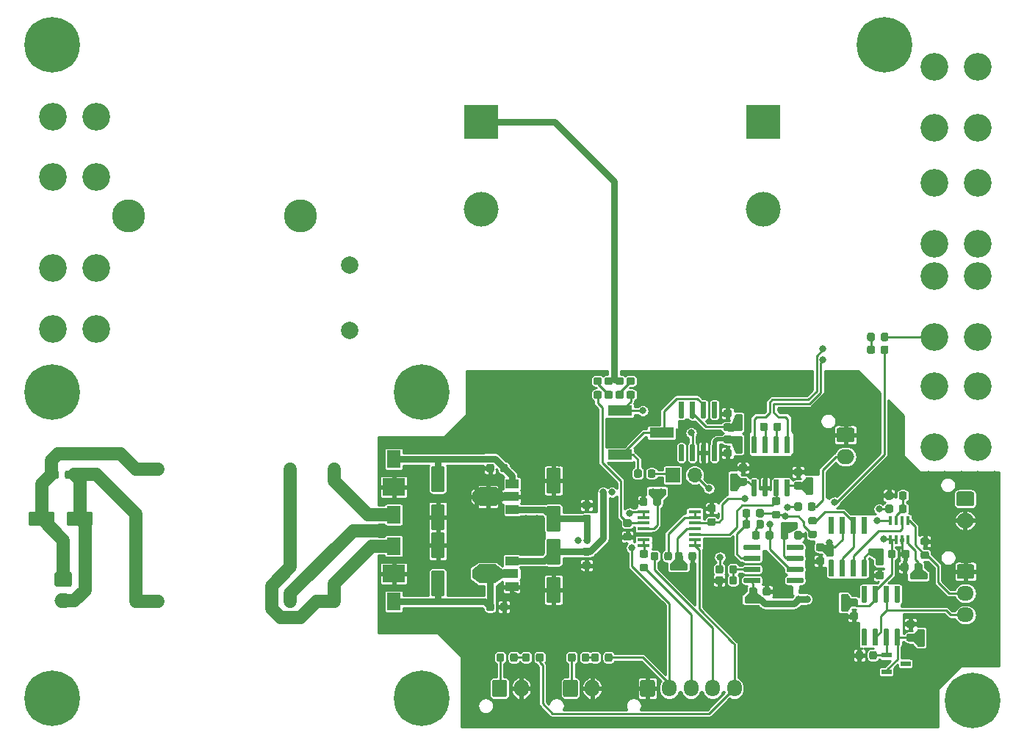
<source format=gtl>
G04 #@! TF.GenerationSoftware,KiCad,Pcbnew,(5.1.5)-3*
G04 #@! TF.CreationDate,2020-05-10T18:01:22+09:00*
G04 #@! TF.ProjectId,Current_Controller,43757272-656e-4745-9f43-6f6e74726f6c,rev?*
G04 #@! TF.SameCoordinates,Original*
G04 #@! TF.FileFunction,Copper,L1,Top*
G04 #@! TF.FilePolarity,Positive*
%FSLAX46Y46*%
G04 Gerber Fmt 4.6, Leading zero omitted, Abs format (unit mm)*
G04 Created by KiCad (PCBNEW (5.1.5)-3) date 2020-05-10 18:01:22*
%MOMM*%
%LPD*%
G04 APERTURE LIST*
%ADD10R,0.400000X1.060000*%
%ADD11C,0.100000*%
%ADD12R,1.840000X2.200000*%
%ADD13R,1.500000X1.000000*%
%ADD14R,1.800000X1.000000*%
%ADD15C,2.000000*%
%ADD16C,1.320800*%
%ADD17C,0.800000*%
%ADD18C,6.400000*%
%ADD19C,3.800000*%
%ADD20R,1.450000X0.450000*%
%ADD21C,3.200000*%
%ADD22C,4.000000*%
%ADD23R,4.000000X4.000000*%
%ADD24O,1.950000X1.700000*%
%ADD25O,2.000000X1.700000*%
%ADD26O,1.700000X1.950000*%
%ADD27O,1.700000X2.000000*%
%ADD28R,1.600000X2.000000*%
%ADD29R,2.600000X2.000000*%
%ADD30O,1.700000X1.700000*%
%ADD31R,1.700000X1.700000*%
%ADD32R,2.790000X1.190000*%
%ADD33R,1.143000X0.558800*%
%ADD34C,0.250000*%
%ADD35C,1.500000*%
%ADD36C,0.800000*%
%ADD37C,0.500000*%
%ADD38C,0.254000*%
G04 APERTURE END LIST*
D10*
X119500000Y-72611000D03*
X120150000Y-72611000D03*
X120810000Y-72611000D03*
X121460000Y-72611000D03*
X121460000Y-74811000D03*
X120810000Y-74811000D03*
X120150000Y-74811000D03*
X119500000Y-74811000D03*
G04 #@! TA.AperFunction,SMDPad,CuDef*
D11*
G36*
X73934700Y-77640000D02*
G01*
X74934700Y-78340000D01*
X74934700Y-79140000D01*
X73934700Y-79840000D01*
X73934700Y-77640000D01*
G37*
G04 #@! TD.AperFunction*
D12*
X73025000Y-78740000D03*
D13*
X75838500Y-77240000D03*
D14*
X75692000Y-78740000D03*
D13*
X75838500Y-80240000D03*
G04 #@! TA.AperFunction,SMDPad,CuDef*
D11*
G36*
X72116500Y-79840000D02*
G01*
X71266500Y-79240000D01*
X71266500Y-78240000D01*
X72116500Y-77640000D01*
X72116500Y-79840000D01*
G37*
G04 #@! TD.AperFunction*
G04 #@! TA.AperFunction,SMDPad,CuDef*
G36*
X73998200Y-68750000D02*
G01*
X74998200Y-69450000D01*
X74998200Y-70250000D01*
X73998200Y-70950000D01*
X73998200Y-68750000D01*
G37*
G04 #@! TD.AperFunction*
D12*
X73088500Y-69850000D03*
D13*
X75902000Y-68350000D03*
D14*
X75755500Y-69850000D03*
D13*
X75902000Y-71350000D03*
G04 #@! TA.AperFunction,SMDPad,CuDef*
D11*
G36*
X72180000Y-70950000D02*
G01*
X71330000Y-70350000D01*
X71330000Y-69350000D01*
X72180000Y-68750000D01*
X72180000Y-70950000D01*
G37*
G04 #@! TD.AperFunction*
G04 #@! TA.AperFunction,SMDPad,CuDef*
G36*
X123721691Y-76144553D02*
G01*
X123742926Y-76147703D01*
X123763750Y-76152919D01*
X123783962Y-76160151D01*
X123803368Y-76169330D01*
X123821781Y-76180366D01*
X123839024Y-76193154D01*
X123854930Y-76207570D01*
X123869346Y-76223476D01*
X123882134Y-76240719D01*
X123893170Y-76259132D01*
X123902349Y-76278538D01*
X123909581Y-76298750D01*
X123914797Y-76319574D01*
X123917947Y-76340809D01*
X123919000Y-76362250D01*
X123919000Y-76799750D01*
X123917947Y-76821191D01*
X123914797Y-76842426D01*
X123909581Y-76863250D01*
X123902349Y-76883462D01*
X123893170Y-76902868D01*
X123882134Y-76921281D01*
X123869346Y-76938524D01*
X123854930Y-76954430D01*
X123839024Y-76968846D01*
X123821781Y-76981634D01*
X123803368Y-76992670D01*
X123783962Y-77001849D01*
X123763750Y-77009081D01*
X123742926Y-77014297D01*
X123721691Y-77017447D01*
X123700250Y-77018500D01*
X123187750Y-77018500D01*
X123166309Y-77017447D01*
X123145074Y-77014297D01*
X123124250Y-77009081D01*
X123104038Y-77001849D01*
X123084632Y-76992670D01*
X123066219Y-76981634D01*
X123048976Y-76968846D01*
X123033070Y-76954430D01*
X123018654Y-76938524D01*
X123005866Y-76921281D01*
X122994830Y-76902868D01*
X122985651Y-76883462D01*
X122978419Y-76863250D01*
X122973203Y-76842426D01*
X122970053Y-76821191D01*
X122969000Y-76799750D01*
X122969000Y-76362250D01*
X122970053Y-76340809D01*
X122973203Y-76319574D01*
X122978419Y-76298750D01*
X122985651Y-76278538D01*
X122994830Y-76259132D01*
X123005866Y-76240719D01*
X123018654Y-76223476D01*
X123033070Y-76207570D01*
X123048976Y-76193154D01*
X123066219Y-76180366D01*
X123084632Y-76169330D01*
X123104038Y-76160151D01*
X123124250Y-76152919D01*
X123145074Y-76147703D01*
X123166309Y-76144553D01*
X123187750Y-76143500D01*
X123700250Y-76143500D01*
X123721691Y-76144553D01*
G37*
G04 #@! TD.AperFunction*
G04 #@! TA.AperFunction,SMDPad,CuDef*
G36*
X123721691Y-74569553D02*
G01*
X123742926Y-74572703D01*
X123763750Y-74577919D01*
X123783962Y-74585151D01*
X123803368Y-74594330D01*
X123821781Y-74605366D01*
X123839024Y-74618154D01*
X123854930Y-74632570D01*
X123869346Y-74648476D01*
X123882134Y-74665719D01*
X123893170Y-74684132D01*
X123902349Y-74703538D01*
X123909581Y-74723750D01*
X123914797Y-74744574D01*
X123917947Y-74765809D01*
X123919000Y-74787250D01*
X123919000Y-75224750D01*
X123917947Y-75246191D01*
X123914797Y-75267426D01*
X123909581Y-75288250D01*
X123902349Y-75308462D01*
X123893170Y-75327868D01*
X123882134Y-75346281D01*
X123869346Y-75363524D01*
X123854930Y-75379430D01*
X123839024Y-75393846D01*
X123821781Y-75406634D01*
X123803368Y-75417670D01*
X123783962Y-75426849D01*
X123763750Y-75434081D01*
X123742926Y-75439297D01*
X123721691Y-75442447D01*
X123700250Y-75443500D01*
X123187750Y-75443500D01*
X123166309Y-75442447D01*
X123145074Y-75439297D01*
X123124250Y-75434081D01*
X123104038Y-75426849D01*
X123084632Y-75417670D01*
X123066219Y-75406634D01*
X123048976Y-75393846D01*
X123033070Y-75379430D01*
X123018654Y-75363524D01*
X123005866Y-75346281D01*
X122994830Y-75327868D01*
X122985651Y-75308462D01*
X122978419Y-75288250D01*
X122973203Y-75267426D01*
X122970053Y-75246191D01*
X122969000Y-75224750D01*
X122969000Y-74787250D01*
X122970053Y-74765809D01*
X122973203Y-74744574D01*
X122978419Y-74723750D01*
X122985651Y-74703538D01*
X122994830Y-74684132D01*
X123005866Y-74665719D01*
X123018654Y-74648476D01*
X123033070Y-74632570D01*
X123048976Y-74618154D01*
X123066219Y-74605366D01*
X123084632Y-74594330D01*
X123104038Y-74585151D01*
X123124250Y-74577919D01*
X123145074Y-74572703D01*
X123166309Y-74569553D01*
X123187750Y-74568500D01*
X123700250Y-74568500D01*
X123721691Y-74569553D01*
G37*
G04 #@! TD.AperFunction*
D15*
X57150000Y-43180000D03*
X57150000Y-50680000D03*
G04 #@! TA.AperFunction,SMDPad,CuDef*
D11*
G36*
X110767691Y-72182053D02*
G01*
X110788926Y-72185203D01*
X110809750Y-72190419D01*
X110829962Y-72197651D01*
X110849368Y-72206830D01*
X110867781Y-72217866D01*
X110885024Y-72230654D01*
X110900930Y-72245070D01*
X110915346Y-72260976D01*
X110928134Y-72278219D01*
X110939170Y-72296632D01*
X110948349Y-72316038D01*
X110955581Y-72336250D01*
X110960797Y-72357074D01*
X110963947Y-72378309D01*
X110965000Y-72399750D01*
X110965000Y-72837250D01*
X110963947Y-72858691D01*
X110960797Y-72879926D01*
X110955581Y-72900750D01*
X110948349Y-72920962D01*
X110939170Y-72940368D01*
X110928134Y-72958781D01*
X110915346Y-72976024D01*
X110900930Y-72991930D01*
X110885024Y-73006346D01*
X110867781Y-73019134D01*
X110849368Y-73030170D01*
X110829962Y-73039349D01*
X110809750Y-73046581D01*
X110788926Y-73051797D01*
X110767691Y-73054947D01*
X110746250Y-73056000D01*
X110233750Y-73056000D01*
X110212309Y-73054947D01*
X110191074Y-73051797D01*
X110170250Y-73046581D01*
X110150038Y-73039349D01*
X110130632Y-73030170D01*
X110112219Y-73019134D01*
X110094976Y-73006346D01*
X110079070Y-72991930D01*
X110064654Y-72976024D01*
X110051866Y-72958781D01*
X110040830Y-72940368D01*
X110031651Y-72920962D01*
X110024419Y-72900750D01*
X110019203Y-72879926D01*
X110016053Y-72858691D01*
X110015000Y-72837250D01*
X110015000Y-72399750D01*
X110016053Y-72378309D01*
X110019203Y-72357074D01*
X110024419Y-72336250D01*
X110031651Y-72316038D01*
X110040830Y-72296632D01*
X110051866Y-72278219D01*
X110064654Y-72260976D01*
X110079070Y-72245070D01*
X110094976Y-72230654D01*
X110112219Y-72217866D01*
X110130632Y-72206830D01*
X110150038Y-72197651D01*
X110170250Y-72190419D01*
X110191074Y-72185203D01*
X110212309Y-72182053D01*
X110233750Y-72181000D01*
X110746250Y-72181000D01*
X110767691Y-72182053D01*
G37*
G04 #@! TD.AperFunction*
G04 #@! TA.AperFunction,SMDPad,CuDef*
G36*
X110767691Y-73757053D02*
G01*
X110788926Y-73760203D01*
X110809750Y-73765419D01*
X110829962Y-73772651D01*
X110849368Y-73781830D01*
X110867781Y-73792866D01*
X110885024Y-73805654D01*
X110900930Y-73820070D01*
X110915346Y-73835976D01*
X110928134Y-73853219D01*
X110939170Y-73871632D01*
X110948349Y-73891038D01*
X110955581Y-73911250D01*
X110960797Y-73932074D01*
X110963947Y-73953309D01*
X110965000Y-73974750D01*
X110965000Y-74412250D01*
X110963947Y-74433691D01*
X110960797Y-74454926D01*
X110955581Y-74475750D01*
X110948349Y-74495962D01*
X110939170Y-74515368D01*
X110928134Y-74533781D01*
X110915346Y-74551024D01*
X110900930Y-74566930D01*
X110885024Y-74581346D01*
X110867781Y-74594134D01*
X110849368Y-74605170D01*
X110829962Y-74614349D01*
X110809750Y-74621581D01*
X110788926Y-74626797D01*
X110767691Y-74629947D01*
X110746250Y-74631000D01*
X110233750Y-74631000D01*
X110212309Y-74629947D01*
X110191074Y-74626797D01*
X110170250Y-74621581D01*
X110150038Y-74614349D01*
X110130632Y-74605170D01*
X110112219Y-74594134D01*
X110094976Y-74581346D01*
X110079070Y-74566930D01*
X110064654Y-74551024D01*
X110051866Y-74533781D01*
X110040830Y-74515368D01*
X110031651Y-74495962D01*
X110024419Y-74475750D01*
X110019203Y-74454926D01*
X110016053Y-74433691D01*
X110015000Y-74412250D01*
X110015000Y-73974750D01*
X110016053Y-73953309D01*
X110019203Y-73932074D01*
X110024419Y-73911250D01*
X110031651Y-73891038D01*
X110040830Y-73871632D01*
X110051866Y-73853219D01*
X110064654Y-73835976D01*
X110079070Y-73820070D01*
X110094976Y-73805654D01*
X110112219Y-73792866D01*
X110130632Y-73781830D01*
X110150038Y-73772651D01*
X110170250Y-73765419D01*
X110191074Y-73760203D01*
X110212309Y-73757053D01*
X110233750Y-73756000D01*
X110746250Y-73756000D01*
X110767691Y-73757053D01*
G37*
G04 #@! TD.AperFunction*
D16*
X32512000Y-81915000D03*
X35052000Y-81915000D03*
X50292000Y-81915000D03*
X55372000Y-81915000D03*
X55372000Y-66675000D03*
X50292000Y-66675000D03*
X35052000Y-66675000D03*
X32512000Y-66675000D03*
D17*
X67102056Y-56087944D03*
X65405000Y-55385000D03*
X63707944Y-56087944D03*
X63005000Y-57785000D03*
X63707944Y-59482056D03*
X65405000Y-60185000D03*
X67102056Y-59482056D03*
X67805000Y-57785000D03*
D18*
X65405000Y-57785000D03*
D17*
X67102056Y-91440000D03*
X65405000Y-90737056D03*
X63707944Y-91440000D03*
X63005000Y-93137056D03*
X63707944Y-94834112D03*
X65405000Y-95537056D03*
X67102056Y-94834112D03*
X67805000Y-93137056D03*
D18*
X65405000Y-93137056D03*
D17*
X24557056Y-56087944D03*
X22860000Y-55385000D03*
X21162944Y-56087944D03*
X20460000Y-57785000D03*
X21162944Y-59482056D03*
X22860000Y-60185000D03*
X24557056Y-59482056D03*
X25260000Y-57785000D03*
D18*
X22860000Y-57785000D03*
D19*
X31623000Y-37465000D03*
X51435000Y-37465000D03*
G04 #@! TA.AperFunction,SMDPad,CuDef*
D11*
G36*
X116623703Y-80116722D02*
G01*
X116638264Y-80118882D01*
X116652543Y-80122459D01*
X116666403Y-80127418D01*
X116679710Y-80133712D01*
X116692336Y-80141280D01*
X116704159Y-80150048D01*
X116715066Y-80159934D01*
X116724952Y-80170841D01*
X116733720Y-80182664D01*
X116741288Y-80195290D01*
X116747582Y-80208597D01*
X116752541Y-80222457D01*
X116756118Y-80236736D01*
X116758278Y-80251297D01*
X116759000Y-80266000D01*
X116759000Y-81916000D01*
X116758278Y-81930703D01*
X116756118Y-81945264D01*
X116752541Y-81959543D01*
X116747582Y-81973403D01*
X116741288Y-81986710D01*
X116733720Y-81999336D01*
X116724952Y-82011159D01*
X116715066Y-82022066D01*
X116704159Y-82031952D01*
X116692336Y-82040720D01*
X116679710Y-82048288D01*
X116666403Y-82054582D01*
X116652543Y-82059541D01*
X116638264Y-82063118D01*
X116623703Y-82065278D01*
X116609000Y-82066000D01*
X116309000Y-82066000D01*
X116294297Y-82065278D01*
X116279736Y-82063118D01*
X116265457Y-82059541D01*
X116251597Y-82054582D01*
X116238290Y-82048288D01*
X116225664Y-82040720D01*
X116213841Y-82031952D01*
X116202934Y-82022066D01*
X116193048Y-82011159D01*
X116184280Y-81999336D01*
X116176712Y-81986710D01*
X116170418Y-81973403D01*
X116165459Y-81959543D01*
X116161882Y-81945264D01*
X116159722Y-81930703D01*
X116159000Y-81916000D01*
X116159000Y-80266000D01*
X116159722Y-80251297D01*
X116161882Y-80236736D01*
X116165459Y-80222457D01*
X116170418Y-80208597D01*
X116176712Y-80195290D01*
X116184280Y-80182664D01*
X116193048Y-80170841D01*
X116202934Y-80159934D01*
X116213841Y-80150048D01*
X116225664Y-80141280D01*
X116238290Y-80133712D01*
X116251597Y-80127418D01*
X116265457Y-80122459D01*
X116279736Y-80118882D01*
X116294297Y-80116722D01*
X116309000Y-80116000D01*
X116609000Y-80116000D01*
X116623703Y-80116722D01*
G37*
G04 #@! TD.AperFunction*
G04 #@! TA.AperFunction,SMDPad,CuDef*
G36*
X117893703Y-80116722D02*
G01*
X117908264Y-80118882D01*
X117922543Y-80122459D01*
X117936403Y-80127418D01*
X117949710Y-80133712D01*
X117962336Y-80141280D01*
X117974159Y-80150048D01*
X117985066Y-80159934D01*
X117994952Y-80170841D01*
X118003720Y-80182664D01*
X118011288Y-80195290D01*
X118017582Y-80208597D01*
X118022541Y-80222457D01*
X118026118Y-80236736D01*
X118028278Y-80251297D01*
X118029000Y-80266000D01*
X118029000Y-81916000D01*
X118028278Y-81930703D01*
X118026118Y-81945264D01*
X118022541Y-81959543D01*
X118017582Y-81973403D01*
X118011288Y-81986710D01*
X118003720Y-81999336D01*
X117994952Y-82011159D01*
X117985066Y-82022066D01*
X117974159Y-82031952D01*
X117962336Y-82040720D01*
X117949710Y-82048288D01*
X117936403Y-82054582D01*
X117922543Y-82059541D01*
X117908264Y-82063118D01*
X117893703Y-82065278D01*
X117879000Y-82066000D01*
X117579000Y-82066000D01*
X117564297Y-82065278D01*
X117549736Y-82063118D01*
X117535457Y-82059541D01*
X117521597Y-82054582D01*
X117508290Y-82048288D01*
X117495664Y-82040720D01*
X117483841Y-82031952D01*
X117472934Y-82022066D01*
X117463048Y-82011159D01*
X117454280Y-81999336D01*
X117446712Y-81986710D01*
X117440418Y-81973403D01*
X117435459Y-81959543D01*
X117431882Y-81945264D01*
X117429722Y-81930703D01*
X117429000Y-81916000D01*
X117429000Y-80266000D01*
X117429722Y-80251297D01*
X117431882Y-80236736D01*
X117435459Y-80222457D01*
X117440418Y-80208597D01*
X117446712Y-80195290D01*
X117454280Y-80182664D01*
X117463048Y-80170841D01*
X117472934Y-80159934D01*
X117483841Y-80150048D01*
X117495664Y-80141280D01*
X117508290Y-80133712D01*
X117521597Y-80127418D01*
X117535457Y-80122459D01*
X117549736Y-80118882D01*
X117564297Y-80116722D01*
X117579000Y-80116000D01*
X117879000Y-80116000D01*
X117893703Y-80116722D01*
G37*
G04 #@! TD.AperFunction*
G04 #@! TA.AperFunction,SMDPad,CuDef*
G36*
X119163703Y-80116722D02*
G01*
X119178264Y-80118882D01*
X119192543Y-80122459D01*
X119206403Y-80127418D01*
X119219710Y-80133712D01*
X119232336Y-80141280D01*
X119244159Y-80150048D01*
X119255066Y-80159934D01*
X119264952Y-80170841D01*
X119273720Y-80182664D01*
X119281288Y-80195290D01*
X119287582Y-80208597D01*
X119292541Y-80222457D01*
X119296118Y-80236736D01*
X119298278Y-80251297D01*
X119299000Y-80266000D01*
X119299000Y-81916000D01*
X119298278Y-81930703D01*
X119296118Y-81945264D01*
X119292541Y-81959543D01*
X119287582Y-81973403D01*
X119281288Y-81986710D01*
X119273720Y-81999336D01*
X119264952Y-82011159D01*
X119255066Y-82022066D01*
X119244159Y-82031952D01*
X119232336Y-82040720D01*
X119219710Y-82048288D01*
X119206403Y-82054582D01*
X119192543Y-82059541D01*
X119178264Y-82063118D01*
X119163703Y-82065278D01*
X119149000Y-82066000D01*
X118849000Y-82066000D01*
X118834297Y-82065278D01*
X118819736Y-82063118D01*
X118805457Y-82059541D01*
X118791597Y-82054582D01*
X118778290Y-82048288D01*
X118765664Y-82040720D01*
X118753841Y-82031952D01*
X118742934Y-82022066D01*
X118733048Y-82011159D01*
X118724280Y-81999336D01*
X118716712Y-81986710D01*
X118710418Y-81973403D01*
X118705459Y-81959543D01*
X118701882Y-81945264D01*
X118699722Y-81930703D01*
X118699000Y-81916000D01*
X118699000Y-80266000D01*
X118699722Y-80251297D01*
X118701882Y-80236736D01*
X118705459Y-80222457D01*
X118710418Y-80208597D01*
X118716712Y-80195290D01*
X118724280Y-80182664D01*
X118733048Y-80170841D01*
X118742934Y-80159934D01*
X118753841Y-80150048D01*
X118765664Y-80141280D01*
X118778290Y-80133712D01*
X118791597Y-80127418D01*
X118805457Y-80122459D01*
X118819736Y-80118882D01*
X118834297Y-80116722D01*
X118849000Y-80116000D01*
X119149000Y-80116000D01*
X119163703Y-80116722D01*
G37*
G04 #@! TD.AperFunction*
G04 #@! TA.AperFunction,SMDPad,CuDef*
G36*
X120433703Y-80116722D02*
G01*
X120448264Y-80118882D01*
X120462543Y-80122459D01*
X120476403Y-80127418D01*
X120489710Y-80133712D01*
X120502336Y-80141280D01*
X120514159Y-80150048D01*
X120525066Y-80159934D01*
X120534952Y-80170841D01*
X120543720Y-80182664D01*
X120551288Y-80195290D01*
X120557582Y-80208597D01*
X120562541Y-80222457D01*
X120566118Y-80236736D01*
X120568278Y-80251297D01*
X120569000Y-80266000D01*
X120569000Y-81916000D01*
X120568278Y-81930703D01*
X120566118Y-81945264D01*
X120562541Y-81959543D01*
X120557582Y-81973403D01*
X120551288Y-81986710D01*
X120543720Y-81999336D01*
X120534952Y-82011159D01*
X120525066Y-82022066D01*
X120514159Y-82031952D01*
X120502336Y-82040720D01*
X120489710Y-82048288D01*
X120476403Y-82054582D01*
X120462543Y-82059541D01*
X120448264Y-82063118D01*
X120433703Y-82065278D01*
X120419000Y-82066000D01*
X120119000Y-82066000D01*
X120104297Y-82065278D01*
X120089736Y-82063118D01*
X120075457Y-82059541D01*
X120061597Y-82054582D01*
X120048290Y-82048288D01*
X120035664Y-82040720D01*
X120023841Y-82031952D01*
X120012934Y-82022066D01*
X120003048Y-82011159D01*
X119994280Y-81999336D01*
X119986712Y-81986710D01*
X119980418Y-81973403D01*
X119975459Y-81959543D01*
X119971882Y-81945264D01*
X119969722Y-81930703D01*
X119969000Y-81916000D01*
X119969000Y-80266000D01*
X119969722Y-80251297D01*
X119971882Y-80236736D01*
X119975459Y-80222457D01*
X119980418Y-80208597D01*
X119986712Y-80195290D01*
X119994280Y-80182664D01*
X120003048Y-80170841D01*
X120012934Y-80159934D01*
X120023841Y-80150048D01*
X120035664Y-80141280D01*
X120048290Y-80133712D01*
X120061597Y-80127418D01*
X120075457Y-80122459D01*
X120089736Y-80118882D01*
X120104297Y-80116722D01*
X120119000Y-80116000D01*
X120419000Y-80116000D01*
X120433703Y-80116722D01*
G37*
G04 #@! TD.AperFunction*
G04 #@! TA.AperFunction,SMDPad,CuDef*
G36*
X120433703Y-85066722D02*
G01*
X120448264Y-85068882D01*
X120462543Y-85072459D01*
X120476403Y-85077418D01*
X120489710Y-85083712D01*
X120502336Y-85091280D01*
X120514159Y-85100048D01*
X120525066Y-85109934D01*
X120534952Y-85120841D01*
X120543720Y-85132664D01*
X120551288Y-85145290D01*
X120557582Y-85158597D01*
X120562541Y-85172457D01*
X120566118Y-85186736D01*
X120568278Y-85201297D01*
X120569000Y-85216000D01*
X120569000Y-86866000D01*
X120568278Y-86880703D01*
X120566118Y-86895264D01*
X120562541Y-86909543D01*
X120557582Y-86923403D01*
X120551288Y-86936710D01*
X120543720Y-86949336D01*
X120534952Y-86961159D01*
X120525066Y-86972066D01*
X120514159Y-86981952D01*
X120502336Y-86990720D01*
X120489710Y-86998288D01*
X120476403Y-87004582D01*
X120462543Y-87009541D01*
X120448264Y-87013118D01*
X120433703Y-87015278D01*
X120419000Y-87016000D01*
X120119000Y-87016000D01*
X120104297Y-87015278D01*
X120089736Y-87013118D01*
X120075457Y-87009541D01*
X120061597Y-87004582D01*
X120048290Y-86998288D01*
X120035664Y-86990720D01*
X120023841Y-86981952D01*
X120012934Y-86972066D01*
X120003048Y-86961159D01*
X119994280Y-86949336D01*
X119986712Y-86936710D01*
X119980418Y-86923403D01*
X119975459Y-86909543D01*
X119971882Y-86895264D01*
X119969722Y-86880703D01*
X119969000Y-86866000D01*
X119969000Y-85216000D01*
X119969722Y-85201297D01*
X119971882Y-85186736D01*
X119975459Y-85172457D01*
X119980418Y-85158597D01*
X119986712Y-85145290D01*
X119994280Y-85132664D01*
X120003048Y-85120841D01*
X120012934Y-85109934D01*
X120023841Y-85100048D01*
X120035664Y-85091280D01*
X120048290Y-85083712D01*
X120061597Y-85077418D01*
X120075457Y-85072459D01*
X120089736Y-85068882D01*
X120104297Y-85066722D01*
X120119000Y-85066000D01*
X120419000Y-85066000D01*
X120433703Y-85066722D01*
G37*
G04 #@! TD.AperFunction*
G04 #@! TA.AperFunction,SMDPad,CuDef*
G36*
X119163703Y-85066722D02*
G01*
X119178264Y-85068882D01*
X119192543Y-85072459D01*
X119206403Y-85077418D01*
X119219710Y-85083712D01*
X119232336Y-85091280D01*
X119244159Y-85100048D01*
X119255066Y-85109934D01*
X119264952Y-85120841D01*
X119273720Y-85132664D01*
X119281288Y-85145290D01*
X119287582Y-85158597D01*
X119292541Y-85172457D01*
X119296118Y-85186736D01*
X119298278Y-85201297D01*
X119299000Y-85216000D01*
X119299000Y-86866000D01*
X119298278Y-86880703D01*
X119296118Y-86895264D01*
X119292541Y-86909543D01*
X119287582Y-86923403D01*
X119281288Y-86936710D01*
X119273720Y-86949336D01*
X119264952Y-86961159D01*
X119255066Y-86972066D01*
X119244159Y-86981952D01*
X119232336Y-86990720D01*
X119219710Y-86998288D01*
X119206403Y-87004582D01*
X119192543Y-87009541D01*
X119178264Y-87013118D01*
X119163703Y-87015278D01*
X119149000Y-87016000D01*
X118849000Y-87016000D01*
X118834297Y-87015278D01*
X118819736Y-87013118D01*
X118805457Y-87009541D01*
X118791597Y-87004582D01*
X118778290Y-86998288D01*
X118765664Y-86990720D01*
X118753841Y-86981952D01*
X118742934Y-86972066D01*
X118733048Y-86961159D01*
X118724280Y-86949336D01*
X118716712Y-86936710D01*
X118710418Y-86923403D01*
X118705459Y-86909543D01*
X118701882Y-86895264D01*
X118699722Y-86880703D01*
X118699000Y-86866000D01*
X118699000Y-85216000D01*
X118699722Y-85201297D01*
X118701882Y-85186736D01*
X118705459Y-85172457D01*
X118710418Y-85158597D01*
X118716712Y-85145290D01*
X118724280Y-85132664D01*
X118733048Y-85120841D01*
X118742934Y-85109934D01*
X118753841Y-85100048D01*
X118765664Y-85091280D01*
X118778290Y-85083712D01*
X118791597Y-85077418D01*
X118805457Y-85072459D01*
X118819736Y-85068882D01*
X118834297Y-85066722D01*
X118849000Y-85066000D01*
X119149000Y-85066000D01*
X119163703Y-85066722D01*
G37*
G04 #@! TD.AperFunction*
G04 #@! TA.AperFunction,SMDPad,CuDef*
G36*
X117893703Y-85066722D02*
G01*
X117908264Y-85068882D01*
X117922543Y-85072459D01*
X117936403Y-85077418D01*
X117949710Y-85083712D01*
X117962336Y-85091280D01*
X117974159Y-85100048D01*
X117985066Y-85109934D01*
X117994952Y-85120841D01*
X118003720Y-85132664D01*
X118011288Y-85145290D01*
X118017582Y-85158597D01*
X118022541Y-85172457D01*
X118026118Y-85186736D01*
X118028278Y-85201297D01*
X118029000Y-85216000D01*
X118029000Y-86866000D01*
X118028278Y-86880703D01*
X118026118Y-86895264D01*
X118022541Y-86909543D01*
X118017582Y-86923403D01*
X118011288Y-86936710D01*
X118003720Y-86949336D01*
X117994952Y-86961159D01*
X117985066Y-86972066D01*
X117974159Y-86981952D01*
X117962336Y-86990720D01*
X117949710Y-86998288D01*
X117936403Y-87004582D01*
X117922543Y-87009541D01*
X117908264Y-87013118D01*
X117893703Y-87015278D01*
X117879000Y-87016000D01*
X117579000Y-87016000D01*
X117564297Y-87015278D01*
X117549736Y-87013118D01*
X117535457Y-87009541D01*
X117521597Y-87004582D01*
X117508290Y-86998288D01*
X117495664Y-86990720D01*
X117483841Y-86981952D01*
X117472934Y-86972066D01*
X117463048Y-86961159D01*
X117454280Y-86949336D01*
X117446712Y-86936710D01*
X117440418Y-86923403D01*
X117435459Y-86909543D01*
X117431882Y-86895264D01*
X117429722Y-86880703D01*
X117429000Y-86866000D01*
X117429000Y-85216000D01*
X117429722Y-85201297D01*
X117431882Y-85186736D01*
X117435459Y-85172457D01*
X117440418Y-85158597D01*
X117446712Y-85145290D01*
X117454280Y-85132664D01*
X117463048Y-85120841D01*
X117472934Y-85109934D01*
X117483841Y-85100048D01*
X117495664Y-85091280D01*
X117508290Y-85083712D01*
X117521597Y-85077418D01*
X117535457Y-85072459D01*
X117549736Y-85068882D01*
X117564297Y-85066722D01*
X117579000Y-85066000D01*
X117879000Y-85066000D01*
X117893703Y-85066722D01*
G37*
G04 #@! TD.AperFunction*
G04 #@! TA.AperFunction,SMDPad,CuDef*
G36*
X116623703Y-85066722D02*
G01*
X116638264Y-85068882D01*
X116652543Y-85072459D01*
X116666403Y-85077418D01*
X116679710Y-85083712D01*
X116692336Y-85091280D01*
X116704159Y-85100048D01*
X116715066Y-85109934D01*
X116724952Y-85120841D01*
X116733720Y-85132664D01*
X116741288Y-85145290D01*
X116747582Y-85158597D01*
X116752541Y-85172457D01*
X116756118Y-85186736D01*
X116758278Y-85201297D01*
X116759000Y-85216000D01*
X116759000Y-86866000D01*
X116758278Y-86880703D01*
X116756118Y-86895264D01*
X116752541Y-86909543D01*
X116747582Y-86923403D01*
X116741288Y-86936710D01*
X116733720Y-86949336D01*
X116724952Y-86961159D01*
X116715066Y-86972066D01*
X116704159Y-86981952D01*
X116692336Y-86990720D01*
X116679710Y-86998288D01*
X116666403Y-87004582D01*
X116652543Y-87009541D01*
X116638264Y-87013118D01*
X116623703Y-87015278D01*
X116609000Y-87016000D01*
X116309000Y-87016000D01*
X116294297Y-87015278D01*
X116279736Y-87013118D01*
X116265457Y-87009541D01*
X116251597Y-87004582D01*
X116238290Y-86998288D01*
X116225664Y-86990720D01*
X116213841Y-86981952D01*
X116202934Y-86972066D01*
X116193048Y-86961159D01*
X116184280Y-86949336D01*
X116176712Y-86936710D01*
X116170418Y-86923403D01*
X116165459Y-86909543D01*
X116161882Y-86895264D01*
X116159722Y-86880703D01*
X116159000Y-86866000D01*
X116159000Y-85216000D01*
X116159722Y-85201297D01*
X116161882Y-85186736D01*
X116165459Y-85172457D01*
X116170418Y-85158597D01*
X116176712Y-85145290D01*
X116184280Y-85132664D01*
X116193048Y-85120841D01*
X116202934Y-85109934D01*
X116213841Y-85100048D01*
X116225664Y-85091280D01*
X116238290Y-85083712D01*
X116251597Y-85077418D01*
X116265457Y-85072459D01*
X116279736Y-85068882D01*
X116294297Y-85066722D01*
X116309000Y-85066000D01*
X116609000Y-85066000D01*
X116623703Y-85066722D01*
G37*
G04 #@! TD.AperFunction*
D17*
X120442056Y-16082944D03*
X118745000Y-15380000D03*
X117047944Y-16082944D03*
X116345000Y-17780000D03*
X117047944Y-19477056D03*
X118745000Y-20180000D03*
X120442056Y-19477056D03*
X121145000Y-17780000D03*
D18*
X118745000Y-17780000D03*
D17*
X130602056Y-91647944D03*
X128905000Y-90945000D03*
X127207944Y-91647944D03*
X126505000Y-93345000D03*
X127207944Y-95042056D03*
X128905000Y-95745000D03*
X130602056Y-95042056D03*
X131305000Y-93345000D03*
D18*
X128905000Y-93345000D03*
D17*
X24557056Y-91440000D03*
X22860000Y-90737056D03*
X21162944Y-91440000D03*
X20460000Y-93137056D03*
X21162944Y-94834112D03*
X22860000Y-95537056D03*
X24557056Y-94834112D03*
X25260000Y-93137056D03*
D18*
X22860000Y-93137056D03*
D17*
X24557056Y-16082944D03*
X22860000Y-15380000D03*
X21162944Y-16082944D03*
X20460000Y-17780000D03*
X21162944Y-19477056D03*
X22860000Y-20180000D03*
X24557056Y-19477056D03*
X25260000Y-17780000D03*
D18*
X22860000Y-17780000D03*
G04 #@! TA.AperFunction,SMDPad,CuDef*
D11*
G36*
X109308903Y-75392722D02*
G01*
X109323464Y-75394882D01*
X109337743Y-75398459D01*
X109351603Y-75403418D01*
X109364910Y-75409712D01*
X109377536Y-75417280D01*
X109389359Y-75426048D01*
X109400266Y-75435934D01*
X109410152Y-75446841D01*
X109418920Y-75458664D01*
X109426488Y-75471290D01*
X109432782Y-75484597D01*
X109437741Y-75498457D01*
X109441318Y-75512736D01*
X109443478Y-75527297D01*
X109444200Y-75542000D01*
X109444200Y-75842000D01*
X109443478Y-75856703D01*
X109441318Y-75871264D01*
X109437741Y-75885543D01*
X109432782Y-75899403D01*
X109426488Y-75912710D01*
X109418920Y-75925336D01*
X109410152Y-75937159D01*
X109400266Y-75948066D01*
X109389359Y-75957952D01*
X109377536Y-75966720D01*
X109364910Y-75974288D01*
X109351603Y-75980582D01*
X109337743Y-75985541D01*
X109323464Y-75989118D01*
X109308903Y-75991278D01*
X109294200Y-75992000D01*
X107644200Y-75992000D01*
X107629497Y-75991278D01*
X107614936Y-75989118D01*
X107600657Y-75985541D01*
X107586797Y-75980582D01*
X107573490Y-75974288D01*
X107560864Y-75966720D01*
X107549041Y-75957952D01*
X107538134Y-75948066D01*
X107528248Y-75937159D01*
X107519480Y-75925336D01*
X107511912Y-75912710D01*
X107505618Y-75899403D01*
X107500659Y-75885543D01*
X107497082Y-75871264D01*
X107494922Y-75856703D01*
X107494200Y-75842000D01*
X107494200Y-75542000D01*
X107494922Y-75527297D01*
X107497082Y-75512736D01*
X107500659Y-75498457D01*
X107505618Y-75484597D01*
X107511912Y-75471290D01*
X107519480Y-75458664D01*
X107528248Y-75446841D01*
X107538134Y-75435934D01*
X107549041Y-75426048D01*
X107560864Y-75417280D01*
X107573490Y-75409712D01*
X107586797Y-75403418D01*
X107600657Y-75398459D01*
X107614936Y-75394882D01*
X107629497Y-75392722D01*
X107644200Y-75392000D01*
X109294200Y-75392000D01*
X109308903Y-75392722D01*
G37*
G04 #@! TD.AperFunction*
G04 #@! TA.AperFunction,SMDPad,CuDef*
G36*
X109308903Y-76662722D02*
G01*
X109323464Y-76664882D01*
X109337743Y-76668459D01*
X109351603Y-76673418D01*
X109364910Y-76679712D01*
X109377536Y-76687280D01*
X109389359Y-76696048D01*
X109400266Y-76705934D01*
X109410152Y-76716841D01*
X109418920Y-76728664D01*
X109426488Y-76741290D01*
X109432782Y-76754597D01*
X109437741Y-76768457D01*
X109441318Y-76782736D01*
X109443478Y-76797297D01*
X109444200Y-76812000D01*
X109444200Y-77112000D01*
X109443478Y-77126703D01*
X109441318Y-77141264D01*
X109437741Y-77155543D01*
X109432782Y-77169403D01*
X109426488Y-77182710D01*
X109418920Y-77195336D01*
X109410152Y-77207159D01*
X109400266Y-77218066D01*
X109389359Y-77227952D01*
X109377536Y-77236720D01*
X109364910Y-77244288D01*
X109351603Y-77250582D01*
X109337743Y-77255541D01*
X109323464Y-77259118D01*
X109308903Y-77261278D01*
X109294200Y-77262000D01*
X107644200Y-77262000D01*
X107629497Y-77261278D01*
X107614936Y-77259118D01*
X107600657Y-77255541D01*
X107586797Y-77250582D01*
X107573490Y-77244288D01*
X107560864Y-77236720D01*
X107549041Y-77227952D01*
X107538134Y-77218066D01*
X107528248Y-77207159D01*
X107519480Y-77195336D01*
X107511912Y-77182710D01*
X107505618Y-77169403D01*
X107500659Y-77155543D01*
X107497082Y-77141264D01*
X107494922Y-77126703D01*
X107494200Y-77112000D01*
X107494200Y-76812000D01*
X107494922Y-76797297D01*
X107497082Y-76782736D01*
X107500659Y-76768457D01*
X107505618Y-76754597D01*
X107511912Y-76741290D01*
X107519480Y-76728664D01*
X107528248Y-76716841D01*
X107538134Y-76705934D01*
X107549041Y-76696048D01*
X107560864Y-76687280D01*
X107573490Y-76679712D01*
X107586797Y-76673418D01*
X107600657Y-76668459D01*
X107614936Y-76664882D01*
X107629497Y-76662722D01*
X107644200Y-76662000D01*
X109294200Y-76662000D01*
X109308903Y-76662722D01*
G37*
G04 #@! TD.AperFunction*
G04 #@! TA.AperFunction,SMDPad,CuDef*
G36*
X109308903Y-77932722D02*
G01*
X109323464Y-77934882D01*
X109337743Y-77938459D01*
X109351603Y-77943418D01*
X109364910Y-77949712D01*
X109377536Y-77957280D01*
X109389359Y-77966048D01*
X109400266Y-77975934D01*
X109410152Y-77986841D01*
X109418920Y-77998664D01*
X109426488Y-78011290D01*
X109432782Y-78024597D01*
X109437741Y-78038457D01*
X109441318Y-78052736D01*
X109443478Y-78067297D01*
X109444200Y-78082000D01*
X109444200Y-78382000D01*
X109443478Y-78396703D01*
X109441318Y-78411264D01*
X109437741Y-78425543D01*
X109432782Y-78439403D01*
X109426488Y-78452710D01*
X109418920Y-78465336D01*
X109410152Y-78477159D01*
X109400266Y-78488066D01*
X109389359Y-78497952D01*
X109377536Y-78506720D01*
X109364910Y-78514288D01*
X109351603Y-78520582D01*
X109337743Y-78525541D01*
X109323464Y-78529118D01*
X109308903Y-78531278D01*
X109294200Y-78532000D01*
X107644200Y-78532000D01*
X107629497Y-78531278D01*
X107614936Y-78529118D01*
X107600657Y-78525541D01*
X107586797Y-78520582D01*
X107573490Y-78514288D01*
X107560864Y-78506720D01*
X107549041Y-78497952D01*
X107538134Y-78488066D01*
X107528248Y-78477159D01*
X107519480Y-78465336D01*
X107511912Y-78452710D01*
X107505618Y-78439403D01*
X107500659Y-78425543D01*
X107497082Y-78411264D01*
X107494922Y-78396703D01*
X107494200Y-78382000D01*
X107494200Y-78082000D01*
X107494922Y-78067297D01*
X107497082Y-78052736D01*
X107500659Y-78038457D01*
X107505618Y-78024597D01*
X107511912Y-78011290D01*
X107519480Y-77998664D01*
X107528248Y-77986841D01*
X107538134Y-77975934D01*
X107549041Y-77966048D01*
X107560864Y-77957280D01*
X107573490Y-77949712D01*
X107586797Y-77943418D01*
X107600657Y-77938459D01*
X107614936Y-77934882D01*
X107629497Y-77932722D01*
X107644200Y-77932000D01*
X109294200Y-77932000D01*
X109308903Y-77932722D01*
G37*
G04 #@! TD.AperFunction*
G04 #@! TA.AperFunction,SMDPad,CuDef*
G36*
X109308903Y-79202722D02*
G01*
X109323464Y-79204882D01*
X109337743Y-79208459D01*
X109351603Y-79213418D01*
X109364910Y-79219712D01*
X109377536Y-79227280D01*
X109389359Y-79236048D01*
X109400266Y-79245934D01*
X109410152Y-79256841D01*
X109418920Y-79268664D01*
X109426488Y-79281290D01*
X109432782Y-79294597D01*
X109437741Y-79308457D01*
X109441318Y-79322736D01*
X109443478Y-79337297D01*
X109444200Y-79352000D01*
X109444200Y-79652000D01*
X109443478Y-79666703D01*
X109441318Y-79681264D01*
X109437741Y-79695543D01*
X109432782Y-79709403D01*
X109426488Y-79722710D01*
X109418920Y-79735336D01*
X109410152Y-79747159D01*
X109400266Y-79758066D01*
X109389359Y-79767952D01*
X109377536Y-79776720D01*
X109364910Y-79784288D01*
X109351603Y-79790582D01*
X109337743Y-79795541D01*
X109323464Y-79799118D01*
X109308903Y-79801278D01*
X109294200Y-79802000D01*
X107644200Y-79802000D01*
X107629497Y-79801278D01*
X107614936Y-79799118D01*
X107600657Y-79795541D01*
X107586797Y-79790582D01*
X107573490Y-79784288D01*
X107560864Y-79776720D01*
X107549041Y-79767952D01*
X107538134Y-79758066D01*
X107528248Y-79747159D01*
X107519480Y-79735336D01*
X107511912Y-79722710D01*
X107505618Y-79709403D01*
X107500659Y-79695543D01*
X107497082Y-79681264D01*
X107494922Y-79666703D01*
X107494200Y-79652000D01*
X107494200Y-79352000D01*
X107494922Y-79337297D01*
X107497082Y-79322736D01*
X107500659Y-79308457D01*
X107505618Y-79294597D01*
X107511912Y-79281290D01*
X107519480Y-79268664D01*
X107528248Y-79256841D01*
X107538134Y-79245934D01*
X107549041Y-79236048D01*
X107560864Y-79227280D01*
X107573490Y-79219712D01*
X107586797Y-79213418D01*
X107600657Y-79208459D01*
X107614936Y-79204882D01*
X107629497Y-79202722D01*
X107644200Y-79202000D01*
X109294200Y-79202000D01*
X109308903Y-79202722D01*
G37*
G04 #@! TD.AperFunction*
G04 #@! TA.AperFunction,SMDPad,CuDef*
G36*
X104358903Y-79202722D02*
G01*
X104373464Y-79204882D01*
X104387743Y-79208459D01*
X104401603Y-79213418D01*
X104414910Y-79219712D01*
X104427536Y-79227280D01*
X104439359Y-79236048D01*
X104450266Y-79245934D01*
X104460152Y-79256841D01*
X104468920Y-79268664D01*
X104476488Y-79281290D01*
X104482782Y-79294597D01*
X104487741Y-79308457D01*
X104491318Y-79322736D01*
X104493478Y-79337297D01*
X104494200Y-79352000D01*
X104494200Y-79652000D01*
X104493478Y-79666703D01*
X104491318Y-79681264D01*
X104487741Y-79695543D01*
X104482782Y-79709403D01*
X104476488Y-79722710D01*
X104468920Y-79735336D01*
X104460152Y-79747159D01*
X104450266Y-79758066D01*
X104439359Y-79767952D01*
X104427536Y-79776720D01*
X104414910Y-79784288D01*
X104401603Y-79790582D01*
X104387743Y-79795541D01*
X104373464Y-79799118D01*
X104358903Y-79801278D01*
X104344200Y-79802000D01*
X102694200Y-79802000D01*
X102679497Y-79801278D01*
X102664936Y-79799118D01*
X102650657Y-79795541D01*
X102636797Y-79790582D01*
X102623490Y-79784288D01*
X102610864Y-79776720D01*
X102599041Y-79767952D01*
X102588134Y-79758066D01*
X102578248Y-79747159D01*
X102569480Y-79735336D01*
X102561912Y-79722710D01*
X102555618Y-79709403D01*
X102550659Y-79695543D01*
X102547082Y-79681264D01*
X102544922Y-79666703D01*
X102544200Y-79652000D01*
X102544200Y-79352000D01*
X102544922Y-79337297D01*
X102547082Y-79322736D01*
X102550659Y-79308457D01*
X102555618Y-79294597D01*
X102561912Y-79281290D01*
X102569480Y-79268664D01*
X102578248Y-79256841D01*
X102588134Y-79245934D01*
X102599041Y-79236048D01*
X102610864Y-79227280D01*
X102623490Y-79219712D01*
X102636797Y-79213418D01*
X102650657Y-79208459D01*
X102664936Y-79204882D01*
X102679497Y-79202722D01*
X102694200Y-79202000D01*
X104344200Y-79202000D01*
X104358903Y-79202722D01*
G37*
G04 #@! TD.AperFunction*
G04 #@! TA.AperFunction,SMDPad,CuDef*
G36*
X104358903Y-77932722D02*
G01*
X104373464Y-77934882D01*
X104387743Y-77938459D01*
X104401603Y-77943418D01*
X104414910Y-77949712D01*
X104427536Y-77957280D01*
X104439359Y-77966048D01*
X104450266Y-77975934D01*
X104460152Y-77986841D01*
X104468920Y-77998664D01*
X104476488Y-78011290D01*
X104482782Y-78024597D01*
X104487741Y-78038457D01*
X104491318Y-78052736D01*
X104493478Y-78067297D01*
X104494200Y-78082000D01*
X104494200Y-78382000D01*
X104493478Y-78396703D01*
X104491318Y-78411264D01*
X104487741Y-78425543D01*
X104482782Y-78439403D01*
X104476488Y-78452710D01*
X104468920Y-78465336D01*
X104460152Y-78477159D01*
X104450266Y-78488066D01*
X104439359Y-78497952D01*
X104427536Y-78506720D01*
X104414910Y-78514288D01*
X104401603Y-78520582D01*
X104387743Y-78525541D01*
X104373464Y-78529118D01*
X104358903Y-78531278D01*
X104344200Y-78532000D01*
X102694200Y-78532000D01*
X102679497Y-78531278D01*
X102664936Y-78529118D01*
X102650657Y-78525541D01*
X102636797Y-78520582D01*
X102623490Y-78514288D01*
X102610864Y-78506720D01*
X102599041Y-78497952D01*
X102588134Y-78488066D01*
X102578248Y-78477159D01*
X102569480Y-78465336D01*
X102561912Y-78452710D01*
X102555618Y-78439403D01*
X102550659Y-78425543D01*
X102547082Y-78411264D01*
X102544922Y-78396703D01*
X102544200Y-78382000D01*
X102544200Y-78082000D01*
X102544922Y-78067297D01*
X102547082Y-78052736D01*
X102550659Y-78038457D01*
X102555618Y-78024597D01*
X102561912Y-78011290D01*
X102569480Y-77998664D01*
X102578248Y-77986841D01*
X102588134Y-77975934D01*
X102599041Y-77966048D01*
X102610864Y-77957280D01*
X102623490Y-77949712D01*
X102636797Y-77943418D01*
X102650657Y-77938459D01*
X102664936Y-77934882D01*
X102679497Y-77932722D01*
X102694200Y-77932000D01*
X104344200Y-77932000D01*
X104358903Y-77932722D01*
G37*
G04 #@! TD.AperFunction*
G04 #@! TA.AperFunction,SMDPad,CuDef*
G36*
X104358903Y-76662722D02*
G01*
X104373464Y-76664882D01*
X104387743Y-76668459D01*
X104401603Y-76673418D01*
X104414910Y-76679712D01*
X104427536Y-76687280D01*
X104439359Y-76696048D01*
X104450266Y-76705934D01*
X104460152Y-76716841D01*
X104468920Y-76728664D01*
X104476488Y-76741290D01*
X104482782Y-76754597D01*
X104487741Y-76768457D01*
X104491318Y-76782736D01*
X104493478Y-76797297D01*
X104494200Y-76812000D01*
X104494200Y-77112000D01*
X104493478Y-77126703D01*
X104491318Y-77141264D01*
X104487741Y-77155543D01*
X104482782Y-77169403D01*
X104476488Y-77182710D01*
X104468920Y-77195336D01*
X104460152Y-77207159D01*
X104450266Y-77218066D01*
X104439359Y-77227952D01*
X104427536Y-77236720D01*
X104414910Y-77244288D01*
X104401603Y-77250582D01*
X104387743Y-77255541D01*
X104373464Y-77259118D01*
X104358903Y-77261278D01*
X104344200Y-77262000D01*
X102694200Y-77262000D01*
X102679497Y-77261278D01*
X102664936Y-77259118D01*
X102650657Y-77255541D01*
X102636797Y-77250582D01*
X102623490Y-77244288D01*
X102610864Y-77236720D01*
X102599041Y-77227952D01*
X102588134Y-77218066D01*
X102578248Y-77207159D01*
X102569480Y-77195336D01*
X102561912Y-77182710D01*
X102555618Y-77169403D01*
X102550659Y-77155543D01*
X102547082Y-77141264D01*
X102544922Y-77126703D01*
X102544200Y-77112000D01*
X102544200Y-76812000D01*
X102544922Y-76797297D01*
X102547082Y-76782736D01*
X102550659Y-76768457D01*
X102555618Y-76754597D01*
X102561912Y-76741290D01*
X102569480Y-76728664D01*
X102578248Y-76716841D01*
X102588134Y-76705934D01*
X102599041Y-76696048D01*
X102610864Y-76687280D01*
X102623490Y-76679712D01*
X102636797Y-76673418D01*
X102650657Y-76668459D01*
X102664936Y-76664882D01*
X102679497Y-76662722D01*
X102694200Y-76662000D01*
X104344200Y-76662000D01*
X104358903Y-76662722D01*
G37*
G04 #@! TD.AperFunction*
G04 #@! TA.AperFunction,SMDPad,CuDef*
G36*
X104358903Y-75392722D02*
G01*
X104373464Y-75394882D01*
X104387743Y-75398459D01*
X104401603Y-75403418D01*
X104414910Y-75409712D01*
X104427536Y-75417280D01*
X104439359Y-75426048D01*
X104450266Y-75435934D01*
X104460152Y-75446841D01*
X104468920Y-75458664D01*
X104476488Y-75471290D01*
X104482782Y-75484597D01*
X104487741Y-75498457D01*
X104491318Y-75512736D01*
X104493478Y-75527297D01*
X104494200Y-75542000D01*
X104494200Y-75842000D01*
X104493478Y-75856703D01*
X104491318Y-75871264D01*
X104487741Y-75885543D01*
X104482782Y-75899403D01*
X104476488Y-75912710D01*
X104468920Y-75925336D01*
X104460152Y-75937159D01*
X104450266Y-75948066D01*
X104439359Y-75957952D01*
X104427536Y-75966720D01*
X104414910Y-75974288D01*
X104401603Y-75980582D01*
X104387743Y-75985541D01*
X104373464Y-75989118D01*
X104358903Y-75991278D01*
X104344200Y-75992000D01*
X102694200Y-75992000D01*
X102679497Y-75991278D01*
X102664936Y-75989118D01*
X102650657Y-75985541D01*
X102636797Y-75980582D01*
X102623490Y-75974288D01*
X102610864Y-75966720D01*
X102599041Y-75957952D01*
X102588134Y-75948066D01*
X102578248Y-75937159D01*
X102569480Y-75925336D01*
X102561912Y-75912710D01*
X102555618Y-75899403D01*
X102550659Y-75885543D01*
X102547082Y-75871264D01*
X102544922Y-75856703D01*
X102544200Y-75842000D01*
X102544200Y-75542000D01*
X102544922Y-75527297D01*
X102547082Y-75512736D01*
X102550659Y-75498457D01*
X102555618Y-75484597D01*
X102561912Y-75471290D01*
X102569480Y-75458664D01*
X102578248Y-75446841D01*
X102588134Y-75435934D01*
X102599041Y-75426048D01*
X102610864Y-75417280D01*
X102623490Y-75409712D01*
X102636797Y-75403418D01*
X102650657Y-75398459D01*
X102664936Y-75394882D01*
X102679497Y-75392722D01*
X102694200Y-75392000D01*
X104344200Y-75392000D01*
X104358903Y-75392722D01*
G37*
G04 #@! TD.AperFunction*
G04 #@! TA.AperFunction,SMDPad,CuDef*
G36*
X95541703Y-58856922D02*
G01*
X95556264Y-58859082D01*
X95570543Y-58862659D01*
X95584403Y-58867618D01*
X95597710Y-58873912D01*
X95610336Y-58881480D01*
X95622159Y-58890248D01*
X95633066Y-58900134D01*
X95642952Y-58911041D01*
X95651720Y-58922864D01*
X95659288Y-58935490D01*
X95665582Y-58948797D01*
X95670541Y-58962657D01*
X95674118Y-58976936D01*
X95676278Y-58991497D01*
X95677000Y-59006200D01*
X95677000Y-60656200D01*
X95676278Y-60670903D01*
X95674118Y-60685464D01*
X95670541Y-60699743D01*
X95665582Y-60713603D01*
X95659288Y-60726910D01*
X95651720Y-60739536D01*
X95642952Y-60751359D01*
X95633066Y-60762266D01*
X95622159Y-60772152D01*
X95610336Y-60780920D01*
X95597710Y-60788488D01*
X95584403Y-60794782D01*
X95570543Y-60799741D01*
X95556264Y-60803318D01*
X95541703Y-60805478D01*
X95527000Y-60806200D01*
X95227000Y-60806200D01*
X95212297Y-60805478D01*
X95197736Y-60803318D01*
X95183457Y-60799741D01*
X95169597Y-60794782D01*
X95156290Y-60788488D01*
X95143664Y-60780920D01*
X95131841Y-60772152D01*
X95120934Y-60762266D01*
X95111048Y-60751359D01*
X95102280Y-60739536D01*
X95094712Y-60726910D01*
X95088418Y-60713603D01*
X95083459Y-60699743D01*
X95079882Y-60685464D01*
X95077722Y-60670903D01*
X95077000Y-60656200D01*
X95077000Y-59006200D01*
X95077722Y-58991497D01*
X95079882Y-58976936D01*
X95083459Y-58962657D01*
X95088418Y-58948797D01*
X95094712Y-58935490D01*
X95102280Y-58922864D01*
X95111048Y-58911041D01*
X95120934Y-58900134D01*
X95131841Y-58890248D01*
X95143664Y-58881480D01*
X95156290Y-58873912D01*
X95169597Y-58867618D01*
X95183457Y-58862659D01*
X95197736Y-58859082D01*
X95212297Y-58856922D01*
X95227000Y-58856200D01*
X95527000Y-58856200D01*
X95541703Y-58856922D01*
G37*
G04 #@! TD.AperFunction*
G04 #@! TA.AperFunction,SMDPad,CuDef*
G36*
X96811703Y-58856922D02*
G01*
X96826264Y-58859082D01*
X96840543Y-58862659D01*
X96854403Y-58867618D01*
X96867710Y-58873912D01*
X96880336Y-58881480D01*
X96892159Y-58890248D01*
X96903066Y-58900134D01*
X96912952Y-58911041D01*
X96921720Y-58922864D01*
X96929288Y-58935490D01*
X96935582Y-58948797D01*
X96940541Y-58962657D01*
X96944118Y-58976936D01*
X96946278Y-58991497D01*
X96947000Y-59006200D01*
X96947000Y-60656200D01*
X96946278Y-60670903D01*
X96944118Y-60685464D01*
X96940541Y-60699743D01*
X96935582Y-60713603D01*
X96929288Y-60726910D01*
X96921720Y-60739536D01*
X96912952Y-60751359D01*
X96903066Y-60762266D01*
X96892159Y-60772152D01*
X96880336Y-60780920D01*
X96867710Y-60788488D01*
X96854403Y-60794782D01*
X96840543Y-60799741D01*
X96826264Y-60803318D01*
X96811703Y-60805478D01*
X96797000Y-60806200D01*
X96497000Y-60806200D01*
X96482297Y-60805478D01*
X96467736Y-60803318D01*
X96453457Y-60799741D01*
X96439597Y-60794782D01*
X96426290Y-60788488D01*
X96413664Y-60780920D01*
X96401841Y-60772152D01*
X96390934Y-60762266D01*
X96381048Y-60751359D01*
X96372280Y-60739536D01*
X96364712Y-60726910D01*
X96358418Y-60713603D01*
X96353459Y-60699743D01*
X96349882Y-60685464D01*
X96347722Y-60670903D01*
X96347000Y-60656200D01*
X96347000Y-59006200D01*
X96347722Y-58991497D01*
X96349882Y-58976936D01*
X96353459Y-58962657D01*
X96358418Y-58948797D01*
X96364712Y-58935490D01*
X96372280Y-58922864D01*
X96381048Y-58911041D01*
X96390934Y-58900134D01*
X96401841Y-58890248D01*
X96413664Y-58881480D01*
X96426290Y-58873912D01*
X96439597Y-58867618D01*
X96453457Y-58862659D01*
X96467736Y-58859082D01*
X96482297Y-58856922D01*
X96497000Y-58856200D01*
X96797000Y-58856200D01*
X96811703Y-58856922D01*
G37*
G04 #@! TD.AperFunction*
G04 #@! TA.AperFunction,SMDPad,CuDef*
G36*
X98081703Y-58856922D02*
G01*
X98096264Y-58859082D01*
X98110543Y-58862659D01*
X98124403Y-58867618D01*
X98137710Y-58873912D01*
X98150336Y-58881480D01*
X98162159Y-58890248D01*
X98173066Y-58900134D01*
X98182952Y-58911041D01*
X98191720Y-58922864D01*
X98199288Y-58935490D01*
X98205582Y-58948797D01*
X98210541Y-58962657D01*
X98214118Y-58976936D01*
X98216278Y-58991497D01*
X98217000Y-59006200D01*
X98217000Y-60656200D01*
X98216278Y-60670903D01*
X98214118Y-60685464D01*
X98210541Y-60699743D01*
X98205582Y-60713603D01*
X98199288Y-60726910D01*
X98191720Y-60739536D01*
X98182952Y-60751359D01*
X98173066Y-60762266D01*
X98162159Y-60772152D01*
X98150336Y-60780920D01*
X98137710Y-60788488D01*
X98124403Y-60794782D01*
X98110543Y-60799741D01*
X98096264Y-60803318D01*
X98081703Y-60805478D01*
X98067000Y-60806200D01*
X97767000Y-60806200D01*
X97752297Y-60805478D01*
X97737736Y-60803318D01*
X97723457Y-60799741D01*
X97709597Y-60794782D01*
X97696290Y-60788488D01*
X97683664Y-60780920D01*
X97671841Y-60772152D01*
X97660934Y-60762266D01*
X97651048Y-60751359D01*
X97642280Y-60739536D01*
X97634712Y-60726910D01*
X97628418Y-60713603D01*
X97623459Y-60699743D01*
X97619882Y-60685464D01*
X97617722Y-60670903D01*
X97617000Y-60656200D01*
X97617000Y-59006200D01*
X97617722Y-58991497D01*
X97619882Y-58976936D01*
X97623459Y-58962657D01*
X97628418Y-58948797D01*
X97634712Y-58935490D01*
X97642280Y-58922864D01*
X97651048Y-58911041D01*
X97660934Y-58900134D01*
X97671841Y-58890248D01*
X97683664Y-58881480D01*
X97696290Y-58873912D01*
X97709597Y-58867618D01*
X97723457Y-58862659D01*
X97737736Y-58859082D01*
X97752297Y-58856922D01*
X97767000Y-58856200D01*
X98067000Y-58856200D01*
X98081703Y-58856922D01*
G37*
G04 #@! TD.AperFunction*
G04 #@! TA.AperFunction,SMDPad,CuDef*
G36*
X99351703Y-58856922D02*
G01*
X99366264Y-58859082D01*
X99380543Y-58862659D01*
X99394403Y-58867618D01*
X99407710Y-58873912D01*
X99420336Y-58881480D01*
X99432159Y-58890248D01*
X99443066Y-58900134D01*
X99452952Y-58911041D01*
X99461720Y-58922864D01*
X99469288Y-58935490D01*
X99475582Y-58948797D01*
X99480541Y-58962657D01*
X99484118Y-58976936D01*
X99486278Y-58991497D01*
X99487000Y-59006200D01*
X99487000Y-60656200D01*
X99486278Y-60670903D01*
X99484118Y-60685464D01*
X99480541Y-60699743D01*
X99475582Y-60713603D01*
X99469288Y-60726910D01*
X99461720Y-60739536D01*
X99452952Y-60751359D01*
X99443066Y-60762266D01*
X99432159Y-60772152D01*
X99420336Y-60780920D01*
X99407710Y-60788488D01*
X99394403Y-60794782D01*
X99380543Y-60799741D01*
X99366264Y-60803318D01*
X99351703Y-60805478D01*
X99337000Y-60806200D01*
X99037000Y-60806200D01*
X99022297Y-60805478D01*
X99007736Y-60803318D01*
X98993457Y-60799741D01*
X98979597Y-60794782D01*
X98966290Y-60788488D01*
X98953664Y-60780920D01*
X98941841Y-60772152D01*
X98930934Y-60762266D01*
X98921048Y-60751359D01*
X98912280Y-60739536D01*
X98904712Y-60726910D01*
X98898418Y-60713603D01*
X98893459Y-60699743D01*
X98889882Y-60685464D01*
X98887722Y-60670903D01*
X98887000Y-60656200D01*
X98887000Y-59006200D01*
X98887722Y-58991497D01*
X98889882Y-58976936D01*
X98893459Y-58962657D01*
X98898418Y-58948797D01*
X98904712Y-58935490D01*
X98912280Y-58922864D01*
X98921048Y-58911041D01*
X98930934Y-58900134D01*
X98941841Y-58890248D01*
X98953664Y-58881480D01*
X98966290Y-58873912D01*
X98979597Y-58867618D01*
X98993457Y-58862659D01*
X99007736Y-58859082D01*
X99022297Y-58856922D01*
X99037000Y-58856200D01*
X99337000Y-58856200D01*
X99351703Y-58856922D01*
G37*
G04 #@! TD.AperFunction*
G04 #@! TA.AperFunction,SMDPad,CuDef*
G36*
X99351703Y-63806922D02*
G01*
X99366264Y-63809082D01*
X99380543Y-63812659D01*
X99394403Y-63817618D01*
X99407710Y-63823912D01*
X99420336Y-63831480D01*
X99432159Y-63840248D01*
X99443066Y-63850134D01*
X99452952Y-63861041D01*
X99461720Y-63872864D01*
X99469288Y-63885490D01*
X99475582Y-63898797D01*
X99480541Y-63912657D01*
X99484118Y-63926936D01*
X99486278Y-63941497D01*
X99487000Y-63956200D01*
X99487000Y-65606200D01*
X99486278Y-65620903D01*
X99484118Y-65635464D01*
X99480541Y-65649743D01*
X99475582Y-65663603D01*
X99469288Y-65676910D01*
X99461720Y-65689536D01*
X99452952Y-65701359D01*
X99443066Y-65712266D01*
X99432159Y-65722152D01*
X99420336Y-65730920D01*
X99407710Y-65738488D01*
X99394403Y-65744782D01*
X99380543Y-65749741D01*
X99366264Y-65753318D01*
X99351703Y-65755478D01*
X99337000Y-65756200D01*
X99037000Y-65756200D01*
X99022297Y-65755478D01*
X99007736Y-65753318D01*
X98993457Y-65749741D01*
X98979597Y-65744782D01*
X98966290Y-65738488D01*
X98953664Y-65730920D01*
X98941841Y-65722152D01*
X98930934Y-65712266D01*
X98921048Y-65701359D01*
X98912280Y-65689536D01*
X98904712Y-65676910D01*
X98898418Y-65663603D01*
X98893459Y-65649743D01*
X98889882Y-65635464D01*
X98887722Y-65620903D01*
X98887000Y-65606200D01*
X98887000Y-63956200D01*
X98887722Y-63941497D01*
X98889882Y-63926936D01*
X98893459Y-63912657D01*
X98898418Y-63898797D01*
X98904712Y-63885490D01*
X98912280Y-63872864D01*
X98921048Y-63861041D01*
X98930934Y-63850134D01*
X98941841Y-63840248D01*
X98953664Y-63831480D01*
X98966290Y-63823912D01*
X98979597Y-63817618D01*
X98993457Y-63812659D01*
X99007736Y-63809082D01*
X99022297Y-63806922D01*
X99037000Y-63806200D01*
X99337000Y-63806200D01*
X99351703Y-63806922D01*
G37*
G04 #@! TD.AperFunction*
G04 #@! TA.AperFunction,SMDPad,CuDef*
G36*
X98081703Y-63806922D02*
G01*
X98096264Y-63809082D01*
X98110543Y-63812659D01*
X98124403Y-63817618D01*
X98137710Y-63823912D01*
X98150336Y-63831480D01*
X98162159Y-63840248D01*
X98173066Y-63850134D01*
X98182952Y-63861041D01*
X98191720Y-63872864D01*
X98199288Y-63885490D01*
X98205582Y-63898797D01*
X98210541Y-63912657D01*
X98214118Y-63926936D01*
X98216278Y-63941497D01*
X98217000Y-63956200D01*
X98217000Y-65606200D01*
X98216278Y-65620903D01*
X98214118Y-65635464D01*
X98210541Y-65649743D01*
X98205582Y-65663603D01*
X98199288Y-65676910D01*
X98191720Y-65689536D01*
X98182952Y-65701359D01*
X98173066Y-65712266D01*
X98162159Y-65722152D01*
X98150336Y-65730920D01*
X98137710Y-65738488D01*
X98124403Y-65744782D01*
X98110543Y-65749741D01*
X98096264Y-65753318D01*
X98081703Y-65755478D01*
X98067000Y-65756200D01*
X97767000Y-65756200D01*
X97752297Y-65755478D01*
X97737736Y-65753318D01*
X97723457Y-65749741D01*
X97709597Y-65744782D01*
X97696290Y-65738488D01*
X97683664Y-65730920D01*
X97671841Y-65722152D01*
X97660934Y-65712266D01*
X97651048Y-65701359D01*
X97642280Y-65689536D01*
X97634712Y-65676910D01*
X97628418Y-65663603D01*
X97623459Y-65649743D01*
X97619882Y-65635464D01*
X97617722Y-65620903D01*
X97617000Y-65606200D01*
X97617000Y-63956200D01*
X97617722Y-63941497D01*
X97619882Y-63926936D01*
X97623459Y-63912657D01*
X97628418Y-63898797D01*
X97634712Y-63885490D01*
X97642280Y-63872864D01*
X97651048Y-63861041D01*
X97660934Y-63850134D01*
X97671841Y-63840248D01*
X97683664Y-63831480D01*
X97696290Y-63823912D01*
X97709597Y-63817618D01*
X97723457Y-63812659D01*
X97737736Y-63809082D01*
X97752297Y-63806922D01*
X97767000Y-63806200D01*
X98067000Y-63806200D01*
X98081703Y-63806922D01*
G37*
G04 #@! TD.AperFunction*
G04 #@! TA.AperFunction,SMDPad,CuDef*
G36*
X96811703Y-63806922D02*
G01*
X96826264Y-63809082D01*
X96840543Y-63812659D01*
X96854403Y-63817618D01*
X96867710Y-63823912D01*
X96880336Y-63831480D01*
X96892159Y-63840248D01*
X96903066Y-63850134D01*
X96912952Y-63861041D01*
X96921720Y-63872864D01*
X96929288Y-63885490D01*
X96935582Y-63898797D01*
X96940541Y-63912657D01*
X96944118Y-63926936D01*
X96946278Y-63941497D01*
X96947000Y-63956200D01*
X96947000Y-65606200D01*
X96946278Y-65620903D01*
X96944118Y-65635464D01*
X96940541Y-65649743D01*
X96935582Y-65663603D01*
X96929288Y-65676910D01*
X96921720Y-65689536D01*
X96912952Y-65701359D01*
X96903066Y-65712266D01*
X96892159Y-65722152D01*
X96880336Y-65730920D01*
X96867710Y-65738488D01*
X96854403Y-65744782D01*
X96840543Y-65749741D01*
X96826264Y-65753318D01*
X96811703Y-65755478D01*
X96797000Y-65756200D01*
X96497000Y-65756200D01*
X96482297Y-65755478D01*
X96467736Y-65753318D01*
X96453457Y-65749741D01*
X96439597Y-65744782D01*
X96426290Y-65738488D01*
X96413664Y-65730920D01*
X96401841Y-65722152D01*
X96390934Y-65712266D01*
X96381048Y-65701359D01*
X96372280Y-65689536D01*
X96364712Y-65676910D01*
X96358418Y-65663603D01*
X96353459Y-65649743D01*
X96349882Y-65635464D01*
X96347722Y-65620903D01*
X96347000Y-65606200D01*
X96347000Y-63956200D01*
X96347722Y-63941497D01*
X96349882Y-63926936D01*
X96353459Y-63912657D01*
X96358418Y-63898797D01*
X96364712Y-63885490D01*
X96372280Y-63872864D01*
X96381048Y-63861041D01*
X96390934Y-63850134D01*
X96401841Y-63840248D01*
X96413664Y-63831480D01*
X96426290Y-63823912D01*
X96439597Y-63817618D01*
X96453457Y-63812659D01*
X96467736Y-63809082D01*
X96482297Y-63806922D01*
X96497000Y-63806200D01*
X96797000Y-63806200D01*
X96811703Y-63806922D01*
G37*
G04 #@! TD.AperFunction*
G04 #@! TA.AperFunction,SMDPad,CuDef*
G36*
X95541703Y-63806922D02*
G01*
X95556264Y-63809082D01*
X95570543Y-63812659D01*
X95584403Y-63817618D01*
X95597710Y-63823912D01*
X95610336Y-63831480D01*
X95622159Y-63840248D01*
X95633066Y-63850134D01*
X95642952Y-63861041D01*
X95651720Y-63872864D01*
X95659288Y-63885490D01*
X95665582Y-63898797D01*
X95670541Y-63912657D01*
X95674118Y-63926936D01*
X95676278Y-63941497D01*
X95677000Y-63956200D01*
X95677000Y-65606200D01*
X95676278Y-65620903D01*
X95674118Y-65635464D01*
X95670541Y-65649743D01*
X95665582Y-65663603D01*
X95659288Y-65676910D01*
X95651720Y-65689536D01*
X95642952Y-65701359D01*
X95633066Y-65712266D01*
X95622159Y-65722152D01*
X95610336Y-65730920D01*
X95597710Y-65738488D01*
X95584403Y-65744782D01*
X95570543Y-65749741D01*
X95556264Y-65753318D01*
X95541703Y-65755478D01*
X95527000Y-65756200D01*
X95227000Y-65756200D01*
X95212297Y-65755478D01*
X95197736Y-65753318D01*
X95183457Y-65749741D01*
X95169597Y-65744782D01*
X95156290Y-65738488D01*
X95143664Y-65730920D01*
X95131841Y-65722152D01*
X95120934Y-65712266D01*
X95111048Y-65701359D01*
X95102280Y-65689536D01*
X95094712Y-65676910D01*
X95088418Y-65663603D01*
X95083459Y-65649743D01*
X95079882Y-65635464D01*
X95077722Y-65620903D01*
X95077000Y-65606200D01*
X95077000Y-63956200D01*
X95077722Y-63941497D01*
X95079882Y-63926936D01*
X95083459Y-63912657D01*
X95088418Y-63898797D01*
X95094712Y-63885490D01*
X95102280Y-63872864D01*
X95111048Y-63861041D01*
X95120934Y-63850134D01*
X95131841Y-63840248D01*
X95143664Y-63831480D01*
X95156290Y-63823912D01*
X95169597Y-63817618D01*
X95183457Y-63812659D01*
X95197736Y-63809082D01*
X95212297Y-63806922D01*
X95227000Y-63806200D01*
X95527000Y-63806200D01*
X95541703Y-63806922D01*
G37*
G04 #@! TD.AperFunction*
G04 #@! TA.AperFunction,SMDPad,CuDef*
G36*
X112813703Y-72177722D02*
G01*
X112828264Y-72179882D01*
X112842543Y-72183459D01*
X112856403Y-72188418D01*
X112869710Y-72194712D01*
X112882336Y-72202280D01*
X112894159Y-72211048D01*
X112905066Y-72220934D01*
X112914952Y-72231841D01*
X112923720Y-72243664D01*
X112931288Y-72256290D01*
X112937582Y-72269597D01*
X112942541Y-72283457D01*
X112946118Y-72297736D01*
X112948278Y-72312297D01*
X112949000Y-72327000D01*
X112949000Y-73977000D01*
X112948278Y-73991703D01*
X112946118Y-74006264D01*
X112942541Y-74020543D01*
X112937582Y-74034403D01*
X112931288Y-74047710D01*
X112923720Y-74060336D01*
X112914952Y-74072159D01*
X112905066Y-74083066D01*
X112894159Y-74092952D01*
X112882336Y-74101720D01*
X112869710Y-74109288D01*
X112856403Y-74115582D01*
X112842543Y-74120541D01*
X112828264Y-74124118D01*
X112813703Y-74126278D01*
X112799000Y-74127000D01*
X112499000Y-74127000D01*
X112484297Y-74126278D01*
X112469736Y-74124118D01*
X112455457Y-74120541D01*
X112441597Y-74115582D01*
X112428290Y-74109288D01*
X112415664Y-74101720D01*
X112403841Y-74092952D01*
X112392934Y-74083066D01*
X112383048Y-74072159D01*
X112374280Y-74060336D01*
X112366712Y-74047710D01*
X112360418Y-74034403D01*
X112355459Y-74020543D01*
X112351882Y-74006264D01*
X112349722Y-73991703D01*
X112349000Y-73977000D01*
X112349000Y-72327000D01*
X112349722Y-72312297D01*
X112351882Y-72297736D01*
X112355459Y-72283457D01*
X112360418Y-72269597D01*
X112366712Y-72256290D01*
X112374280Y-72243664D01*
X112383048Y-72231841D01*
X112392934Y-72220934D01*
X112403841Y-72211048D01*
X112415664Y-72202280D01*
X112428290Y-72194712D01*
X112441597Y-72188418D01*
X112455457Y-72183459D01*
X112469736Y-72179882D01*
X112484297Y-72177722D01*
X112499000Y-72177000D01*
X112799000Y-72177000D01*
X112813703Y-72177722D01*
G37*
G04 #@! TD.AperFunction*
G04 #@! TA.AperFunction,SMDPad,CuDef*
G36*
X114083703Y-72177722D02*
G01*
X114098264Y-72179882D01*
X114112543Y-72183459D01*
X114126403Y-72188418D01*
X114139710Y-72194712D01*
X114152336Y-72202280D01*
X114164159Y-72211048D01*
X114175066Y-72220934D01*
X114184952Y-72231841D01*
X114193720Y-72243664D01*
X114201288Y-72256290D01*
X114207582Y-72269597D01*
X114212541Y-72283457D01*
X114216118Y-72297736D01*
X114218278Y-72312297D01*
X114219000Y-72327000D01*
X114219000Y-73977000D01*
X114218278Y-73991703D01*
X114216118Y-74006264D01*
X114212541Y-74020543D01*
X114207582Y-74034403D01*
X114201288Y-74047710D01*
X114193720Y-74060336D01*
X114184952Y-74072159D01*
X114175066Y-74083066D01*
X114164159Y-74092952D01*
X114152336Y-74101720D01*
X114139710Y-74109288D01*
X114126403Y-74115582D01*
X114112543Y-74120541D01*
X114098264Y-74124118D01*
X114083703Y-74126278D01*
X114069000Y-74127000D01*
X113769000Y-74127000D01*
X113754297Y-74126278D01*
X113739736Y-74124118D01*
X113725457Y-74120541D01*
X113711597Y-74115582D01*
X113698290Y-74109288D01*
X113685664Y-74101720D01*
X113673841Y-74092952D01*
X113662934Y-74083066D01*
X113653048Y-74072159D01*
X113644280Y-74060336D01*
X113636712Y-74047710D01*
X113630418Y-74034403D01*
X113625459Y-74020543D01*
X113621882Y-74006264D01*
X113619722Y-73991703D01*
X113619000Y-73977000D01*
X113619000Y-72327000D01*
X113619722Y-72312297D01*
X113621882Y-72297736D01*
X113625459Y-72283457D01*
X113630418Y-72269597D01*
X113636712Y-72256290D01*
X113644280Y-72243664D01*
X113653048Y-72231841D01*
X113662934Y-72220934D01*
X113673841Y-72211048D01*
X113685664Y-72202280D01*
X113698290Y-72194712D01*
X113711597Y-72188418D01*
X113725457Y-72183459D01*
X113739736Y-72179882D01*
X113754297Y-72177722D01*
X113769000Y-72177000D01*
X114069000Y-72177000D01*
X114083703Y-72177722D01*
G37*
G04 #@! TD.AperFunction*
G04 #@! TA.AperFunction,SMDPad,CuDef*
G36*
X115353703Y-72177722D02*
G01*
X115368264Y-72179882D01*
X115382543Y-72183459D01*
X115396403Y-72188418D01*
X115409710Y-72194712D01*
X115422336Y-72202280D01*
X115434159Y-72211048D01*
X115445066Y-72220934D01*
X115454952Y-72231841D01*
X115463720Y-72243664D01*
X115471288Y-72256290D01*
X115477582Y-72269597D01*
X115482541Y-72283457D01*
X115486118Y-72297736D01*
X115488278Y-72312297D01*
X115489000Y-72327000D01*
X115489000Y-73977000D01*
X115488278Y-73991703D01*
X115486118Y-74006264D01*
X115482541Y-74020543D01*
X115477582Y-74034403D01*
X115471288Y-74047710D01*
X115463720Y-74060336D01*
X115454952Y-74072159D01*
X115445066Y-74083066D01*
X115434159Y-74092952D01*
X115422336Y-74101720D01*
X115409710Y-74109288D01*
X115396403Y-74115582D01*
X115382543Y-74120541D01*
X115368264Y-74124118D01*
X115353703Y-74126278D01*
X115339000Y-74127000D01*
X115039000Y-74127000D01*
X115024297Y-74126278D01*
X115009736Y-74124118D01*
X114995457Y-74120541D01*
X114981597Y-74115582D01*
X114968290Y-74109288D01*
X114955664Y-74101720D01*
X114943841Y-74092952D01*
X114932934Y-74083066D01*
X114923048Y-74072159D01*
X114914280Y-74060336D01*
X114906712Y-74047710D01*
X114900418Y-74034403D01*
X114895459Y-74020543D01*
X114891882Y-74006264D01*
X114889722Y-73991703D01*
X114889000Y-73977000D01*
X114889000Y-72327000D01*
X114889722Y-72312297D01*
X114891882Y-72297736D01*
X114895459Y-72283457D01*
X114900418Y-72269597D01*
X114906712Y-72256290D01*
X114914280Y-72243664D01*
X114923048Y-72231841D01*
X114932934Y-72220934D01*
X114943841Y-72211048D01*
X114955664Y-72202280D01*
X114968290Y-72194712D01*
X114981597Y-72188418D01*
X114995457Y-72183459D01*
X115009736Y-72179882D01*
X115024297Y-72177722D01*
X115039000Y-72177000D01*
X115339000Y-72177000D01*
X115353703Y-72177722D01*
G37*
G04 #@! TD.AperFunction*
G04 #@! TA.AperFunction,SMDPad,CuDef*
G36*
X116623703Y-72177722D02*
G01*
X116638264Y-72179882D01*
X116652543Y-72183459D01*
X116666403Y-72188418D01*
X116679710Y-72194712D01*
X116692336Y-72202280D01*
X116704159Y-72211048D01*
X116715066Y-72220934D01*
X116724952Y-72231841D01*
X116733720Y-72243664D01*
X116741288Y-72256290D01*
X116747582Y-72269597D01*
X116752541Y-72283457D01*
X116756118Y-72297736D01*
X116758278Y-72312297D01*
X116759000Y-72327000D01*
X116759000Y-73977000D01*
X116758278Y-73991703D01*
X116756118Y-74006264D01*
X116752541Y-74020543D01*
X116747582Y-74034403D01*
X116741288Y-74047710D01*
X116733720Y-74060336D01*
X116724952Y-74072159D01*
X116715066Y-74083066D01*
X116704159Y-74092952D01*
X116692336Y-74101720D01*
X116679710Y-74109288D01*
X116666403Y-74115582D01*
X116652543Y-74120541D01*
X116638264Y-74124118D01*
X116623703Y-74126278D01*
X116609000Y-74127000D01*
X116309000Y-74127000D01*
X116294297Y-74126278D01*
X116279736Y-74124118D01*
X116265457Y-74120541D01*
X116251597Y-74115582D01*
X116238290Y-74109288D01*
X116225664Y-74101720D01*
X116213841Y-74092952D01*
X116202934Y-74083066D01*
X116193048Y-74072159D01*
X116184280Y-74060336D01*
X116176712Y-74047710D01*
X116170418Y-74034403D01*
X116165459Y-74020543D01*
X116161882Y-74006264D01*
X116159722Y-73991703D01*
X116159000Y-73977000D01*
X116159000Y-72327000D01*
X116159722Y-72312297D01*
X116161882Y-72297736D01*
X116165459Y-72283457D01*
X116170418Y-72269597D01*
X116176712Y-72256290D01*
X116184280Y-72243664D01*
X116193048Y-72231841D01*
X116202934Y-72220934D01*
X116213841Y-72211048D01*
X116225664Y-72202280D01*
X116238290Y-72194712D01*
X116251597Y-72188418D01*
X116265457Y-72183459D01*
X116279736Y-72179882D01*
X116294297Y-72177722D01*
X116309000Y-72177000D01*
X116609000Y-72177000D01*
X116623703Y-72177722D01*
G37*
G04 #@! TD.AperFunction*
G04 #@! TA.AperFunction,SMDPad,CuDef*
G36*
X116623703Y-77127722D02*
G01*
X116638264Y-77129882D01*
X116652543Y-77133459D01*
X116666403Y-77138418D01*
X116679710Y-77144712D01*
X116692336Y-77152280D01*
X116704159Y-77161048D01*
X116715066Y-77170934D01*
X116724952Y-77181841D01*
X116733720Y-77193664D01*
X116741288Y-77206290D01*
X116747582Y-77219597D01*
X116752541Y-77233457D01*
X116756118Y-77247736D01*
X116758278Y-77262297D01*
X116759000Y-77277000D01*
X116759000Y-78927000D01*
X116758278Y-78941703D01*
X116756118Y-78956264D01*
X116752541Y-78970543D01*
X116747582Y-78984403D01*
X116741288Y-78997710D01*
X116733720Y-79010336D01*
X116724952Y-79022159D01*
X116715066Y-79033066D01*
X116704159Y-79042952D01*
X116692336Y-79051720D01*
X116679710Y-79059288D01*
X116666403Y-79065582D01*
X116652543Y-79070541D01*
X116638264Y-79074118D01*
X116623703Y-79076278D01*
X116609000Y-79077000D01*
X116309000Y-79077000D01*
X116294297Y-79076278D01*
X116279736Y-79074118D01*
X116265457Y-79070541D01*
X116251597Y-79065582D01*
X116238290Y-79059288D01*
X116225664Y-79051720D01*
X116213841Y-79042952D01*
X116202934Y-79033066D01*
X116193048Y-79022159D01*
X116184280Y-79010336D01*
X116176712Y-78997710D01*
X116170418Y-78984403D01*
X116165459Y-78970543D01*
X116161882Y-78956264D01*
X116159722Y-78941703D01*
X116159000Y-78927000D01*
X116159000Y-77277000D01*
X116159722Y-77262297D01*
X116161882Y-77247736D01*
X116165459Y-77233457D01*
X116170418Y-77219597D01*
X116176712Y-77206290D01*
X116184280Y-77193664D01*
X116193048Y-77181841D01*
X116202934Y-77170934D01*
X116213841Y-77161048D01*
X116225664Y-77152280D01*
X116238290Y-77144712D01*
X116251597Y-77138418D01*
X116265457Y-77133459D01*
X116279736Y-77129882D01*
X116294297Y-77127722D01*
X116309000Y-77127000D01*
X116609000Y-77127000D01*
X116623703Y-77127722D01*
G37*
G04 #@! TD.AperFunction*
G04 #@! TA.AperFunction,SMDPad,CuDef*
G36*
X115353703Y-77127722D02*
G01*
X115368264Y-77129882D01*
X115382543Y-77133459D01*
X115396403Y-77138418D01*
X115409710Y-77144712D01*
X115422336Y-77152280D01*
X115434159Y-77161048D01*
X115445066Y-77170934D01*
X115454952Y-77181841D01*
X115463720Y-77193664D01*
X115471288Y-77206290D01*
X115477582Y-77219597D01*
X115482541Y-77233457D01*
X115486118Y-77247736D01*
X115488278Y-77262297D01*
X115489000Y-77277000D01*
X115489000Y-78927000D01*
X115488278Y-78941703D01*
X115486118Y-78956264D01*
X115482541Y-78970543D01*
X115477582Y-78984403D01*
X115471288Y-78997710D01*
X115463720Y-79010336D01*
X115454952Y-79022159D01*
X115445066Y-79033066D01*
X115434159Y-79042952D01*
X115422336Y-79051720D01*
X115409710Y-79059288D01*
X115396403Y-79065582D01*
X115382543Y-79070541D01*
X115368264Y-79074118D01*
X115353703Y-79076278D01*
X115339000Y-79077000D01*
X115039000Y-79077000D01*
X115024297Y-79076278D01*
X115009736Y-79074118D01*
X114995457Y-79070541D01*
X114981597Y-79065582D01*
X114968290Y-79059288D01*
X114955664Y-79051720D01*
X114943841Y-79042952D01*
X114932934Y-79033066D01*
X114923048Y-79022159D01*
X114914280Y-79010336D01*
X114906712Y-78997710D01*
X114900418Y-78984403D01*
X114895459Y-78970543D01*
X114891882Y-78956264D01*
X114889722Y-78941703D01*
X114889000Y-78927000D01*
X114889000Y-77277000D01*
X114889722Y-77262297D01*
X114891882Y-77247736D01*
X114895459Y-77233457D01*
X114900418Y-77219597D01*
X114906712Y-77206290D01*
X114914280Y-77193664D01*
X114923048Y-77181841D01*
X114932934Y-77170934D01*
X114943841Y-77161048D01*
X114955664Y-77152280D01*
X114968290Y-77144712D01*
X114981597Y-77138418D01*
X114995457Y-77133459D01*
X115009736Y-77129882D01*
X115024297Y-77127722D01*
X115039000Y-77127000D01*
X115339000Y-77127000D01*
X115353703Y-77127722D01*
G37*
G04 #@! TD.AperFunction*
G04 #@! TA.AperFunction,SMDPad,CuDef*
G36*
X114083703Y-77127722D02*
G01*
X114098264Y-77129882D01*
X114112543Y-77133459D01*
X114126403Y-77138418D01*
X114139710Y-77144712D01*
X114152336Y-77152280D01*
X114164159Y-77161048D01*
X114175066Y-77170934D01*
X114184952Y-77181841D01*
X114193720Y-77193664D01*
X114201288Y-77206290D01*
X114207582Y-77219597D01*
X114212541Y-77233457D01*
X114216118Y-77247736D01*
X114218278Y-77262297D01*
X114219000Y-77277000D01*
X114219000Y-78927000D01*
X114218278Y-78941703D01*
X114216118Y-78956264D01*
X114212541Y-78970543D01*
X114207582Y-78984403D01*
X114201288Y-78997710D01*
X114193720Y-79010336D01*
X114184952Y-79022159D01*
X114175066Y-79033066D01*
X114164159Y-79042952D01*
X114152336Y-79051720D01*
X114139710Y-79059288D01*
X114126403Y-79065582D01*
X114112543Y-79070541D01*
X114098264Y-79074118D01*
X114083703Y-79076278D01*
X114069000Y-79077000D01*
X113769000Y-79077000D01*
X113754297Y-79076278D01*
X113739736Y-79074118D01*
X113725457Y-79070541D01*
X113711597Y-79065582D01*
X113698290Y-79059288D01*
X113685664Y-79051720D01*
X113673841Y-79042952D01*
X113662934Y-79033066D01*
X113653048Y-79022159D01*
X113644280Y-79010336D01*
X113636712Y-78997710D01*
X113630418Y-78984403D01*
X113625459Y-78970543D01*
X113621882Y-78956264D01*
X113619722Y-78941703D01*
X113619000Y-78927000D01*
X113619000Y-77277000D01*
X113619722Y-77262297D01*
X113621882Y-77247736D01*
X113625459Y-77233457D01*
X113630418Y-77219597D01*
X113636712Y-77206290D01*
X113644280Y-77193664D01*
X113653048Y-77181841D01*
X113662934Y-77170934D01*
X113673841Y-77161048D01*
X113685664Y-77152280D01*
X113698290Y-77144712D01*
X113711597Y-77138418D01*
X113725457Y-77133459D01*
X113739736Y-77129882D01*
X113754297Y-77127722D01*
X113769000Y-77127000D01*
X114069000Y-77127000D01*
X114083703Y-77127722D01*
G37*
G04 #@! TD.AperFunction*
G04 #@! TA.AperFunction,SMDPad,CuDef*
G36*
X112813703Y-77127722D02*
G01*
X112828264Y-77129882D01*
X112842543Y-77133459D01*
X112856403Y-77138418D01*
X112869710Y-77144712D01*
X112882336Y-77152280D01*
X112894159Y-77161048D01*
X112905066Y-77170934D01*
X112914952Y-77181841D01*
X112923720Y-77193664D01*
X112931288Y-77206290D01*
X112937582Y-77219597D01*
X112942541Y-77233457D01*
X112946118Y-77247736D01*
X112948278Y-77262297D01*
X112949000Y-77277000D01*
X112949000Y-78927000D01*
X112948278Y-78941703D01*
X112946118Y-78956264D01*
X112942541Y-78970543D01*
X112937582Y-78984403D01*
X112931288Y-78997710D01*
X112923720Y-79010336D01*
X112914952Y-79022159D01*
X112905066Y-79033066D01*
X112894159Y-79042952D01*
X112882336Y-79051720D01*
X112869710Y-79059288D01*
X112856403Y-79065582D01*
X112842543Y-79070541D01*
X112828264Y-79074118D01*
X112813703Y-79076278D01*
X112799000Y-79077000D01*
X112499000Y-79077000D01*
X112484297Y-79076278D01*
X112469736Y-79074118D01*
X112455457Y-79070541D01*
X112441597Y-79065582D01*
X112428290Y-79059288D01*
X112415664Y-79051720D01*
X112403841Y-79042952D01*
X112392934Y-79033066D01*
X112383048Y-79022159D01*
X112374280Y-79010336D01*
X112366712Y-78997710D01*
X112360418Y-78984403D01*
X112355459Y-78970543D01*
X112351882Y-78956264D01*
X112349722Y-78941703D01*
X112349000Y-78927000D01*
X112349000Y-77277000D01*
X112349722Y-77262297D01*
X112351882Y-77247736D01*
X112355459Y-77233457D01*
X112360418Y-77219597D01*
X112366712Y-77206290D01*
X112374280Y-77193664D01*
X112383048Y-77181841D01*
X112392934Y-77170934D01*
X112403841Y-77161048D01*
X112415664Y-77152280D01*
X112428290Y-77144712D01*
X112441597Y-77138418D01*
X112455457Y-77133459D01*
X112469736Y-77129882D01*
X112484297Y-77127722D01*
X112499000Y-77127000D01*
X112799000Y-77127000D01*
X112813703Y-77127722D01*
G37*
G04 #@! TD.AperFunction*
G04 #@! TA.AperFunction,SMDPad,CuDef*
G36*
X121347191Y-77504053D02*
G01*
X121368426Y-77507203D01*
X121389250Y-77512419D01*
X121409462Y-77519651D01*
X121428868Y-77528830D01*
X121447281Y-77539866D01*
X121464524Y-77552654D01*
X121480430Y-77567070D01*
X121494846Y-77582976D01*
X121507634Y-77600219D01*
X121518670Y-77618632D01*
X121527849Y-77638038D01*
X121535081Y-77658250D01*
X121540297Y-77679074D01*
X121543447Y-77700309D01*
X121544500Y-77721750D01*
X121544500Y-78234250D01*
X121543447Y-78255691D01*
X121540297Y-78276926D01*
X121535081Y-78297750D01*
X121527849Y-78317962D01*
X121518670Y-78337368D01*
X121507634Y-78355781D01*
X121494846Y-78373024D01*
X121480430Y-78388930D01*
X121464524Y-78403346D01*
X121447281Y-78416134D01*
X121428868Y-78427170D01*
X121409462Y-78436349D01*
X121389250Y-78443581D01*
X121368426Y-78448797D01*
X121347191Y-78451947D01*
X121325750Y-78453000D01*
X120888250Y-78453000D01*
X120866809Y-78451947D01*
X120845574Y-78448797D01*
X120824750Y-78443581D01*
X120804538Y-78436349D01*
X120785132Y-78427170D01*
X120766719Y-78416134D01*
X120749476Y-78403346D01*
X120733570Y-78388930D01*
X120719154Y-78373024D01*
X120706366Y-78355781D01*
X120695330Y-78337368D01*
X120686151Y-78317962D01*
X120678919Y-78297750D01*
X120673703Y-78276926D01*
X120670553Y-78255691D01*
X120669500Y-78234250D01*
X120669500Y-77721750D01*
X120670553Y-77700309D01*
X120673703Y-77679074D01*
X120678919Y-77658250D01*
X120686151Y-77638038D01*
X120695330Y-77618632D01*
X120706366Y-77600219D01*
X120719154Y-77582976D01*
X120733570Y-77567070D01*
X120749476Y-77552654D01*
X120766719Y-77539866D01*
X120785132Y-77528830D01*
X120804538Y-77519651D01*
X120824750Y-77512419D01*
X120845574Y-77507203D01*
X120866809Y-77504053D01*
X120888250Y-77503000D01*
X121325750Y-77503000D01*
X121347191Y-77504053D01*
G37*
G04 #@! TD.AperFunction*
G04 #@! TA.AperFunction,SMDPad,CuDef*
G36*
X122922191Y-77504053D02*
G01*
X122943426Y-77507203D01*
X122964250Y-77512419D01*
X122984462Y-77519651D01*
X123003868Y-77528830D01*
X123022281Y-77539866D01*
X123039524Y-77552654D01*
X123055430Y-77567070D01*
X123069846Y-77582976D01*
X123082634Y-77600219D01*
X123093670Y-77618632D01*
X123102849Y-77638038D01*
X123110081Y-77658250D01*
X123115297Y-77679074D01*
X123118447Y-77700309D01*
X123119500Y-77721750D01*
X123119500Y-78234250D01*
X123118447Y-78255691D01*
X123115297Y-78276926D01*
X123110081Y-78297750D01*
X123102849Y-78317962D01*
X123093670Y-78337368D01*
X123082634Y-78355781D01*
X123069846Y-78373024D01*
X123055430Y-78388930D01*
X123039524Y-78403346D01*
X123022281Y-78416134D01*
X123003868Y-78427170D01*
X122984462Y-78436349D01*
X122964250Y-78443581D01*
X122943426Y-78448797D01*
X122922191Y-78451947D01*
X122900750Y-78453000D01*
X122463250Y-78453000D01*
X122441809Y-78451947D01*
X122420574Y-78448797D01*
X122399750Y-78443581D01*
X122379538Y-78436349D01*
X122360132Y-78427170D01*
X122341719Y-78416134D01*
X122324476Y-78403346D01*
X122308570Y-78388930D01*
X122294154Y-78373024D01*
X122281366Y-78355781D01*
X122270330Y-78337368D01*
X122261151Y-78317962D01*
X122253919Y-78297750D01*
X122248703Y-78276926D01*
X122245553Y-78255691D01*
X122244500Y-78234250D01*
X122244500Y-77721750D01*
X122245553Y-77700309D01*
X122248703Y-77679074D01*
X122253919Y-77658250D01*
X122261151Y-77638038D01*
X122270330Y-77618632D01*
X122281366Y-77600219D01*
X122294154Y-77582976D01*
X122308570Y-77567070D01*
X122324476Y-77552654D01*
X122341719Y-77539866D01*
X122360132Y-77528830D01*
X122379538Y-77519651D01*
X122399750Y-77512419D01*
X122420574Y-77507203D01*
X122441809Y-77504053D01*
X122463250Y-77503000D01*
X122900750Y-77503000D01*
X122922191Y-77504053D01*
G37*
G04 #@! TD.AperFunction*
G04 #@! TA.AperFunction,SMDPad,CuDef*
G36*
X119874191Y-75980053D02*
G01*
X119895426Y-75983203D01*
X119916250Y-75988419D01*
X119936462Y-75995651D01*
X119955868Y-76004830D01*
X119974281Y-76015866D01*
X119991524Y-76028654D01*
X120007430Y-76043070D01*
X120021846Y-76058976D01*
X120034634Y-76076219D01*
X120045670Y-76094632D01*
X120054849Y-76114038D01*
X120062081Y-76134250D01*
X120067297Y-76155074D01*
X120070447Y-76176309D01*
X120071500Y-76197750D01*
X120071500Y-76710250D01*
X120070447Y-76731691D01*
X120067297Y-76752926D01*
X120062081Y-76773750D01*
X120054849Y-76793962D01*
X120045670Y-76813368D01*
X120034634Y-76831781D01*
X120021846Y-76849024D01*
X120007430Y-76864930D01*
X119991524Y-76879346D01*
X119974281Y-76892134D01*
X119955868Y-76903170D01*
X119936462Y-76912349D01*
X119916250Y-76919581D01*
X119895426Y-76924797D01*
X119874191Y-76927947D01*
X119852750Y-76929000D01*
X119415250Y-76929000D01*
X119393809Y-76927947D01*
X119372574Y-76924797D01*
X119351750Y-76919581D01*
X119331538Y-76912349D01*
X119312132Y-76903170D01*
X119293719Y-76892134D01*
X119276476Y-76879346D01*
X119260570Y-76864930D01*
X119246154Y-76849024D01*
X119233366Y-76831781D01*
X119222330Y-76813368D01*
X119213151Y-76793962D01*
X119205919Y-76773750D01*
X119200703Y-76752926D01*
X119197553Y-76731691D01*
X119196500Y-76710250D01*
X119196500Y-76197750D01*
X119197553Y-76176309D01*
X119200703Y-76155074D01*
X119205919Y-76134250D01*
X119213151Y-76114038D01*
X119222330Y-76094632D01*
X119233366Y-76076219D01*
X119246154Y-76058976D01*
X119260570Y-76043070D01*
X119276476Y-76028654D01*
X119293719Y-76015866D01*
X119312132Y-76004830D01*
X119331538Y-75995651D01*
X119351750Y-75988419D01*
X119372574Y-75983203D01*
X119393809Y-75980053D01*
X119415250Y-75979000D01*
X119852750Y-75979000D01*
X119874191Y-75980053D01*
G37*
G04 #@! TD.AperFunction*
G04 #@! TA.AperFunction,SMDPad,CuDef*
G36*
X121449191Y-75980053D02*
G01*
X121470426Y-75983203D01*
X121491250Y-75988419D01*
X121511462Y-75995651D01*
X121530868Y-76004830D01*
X121549281Y-76015866D01*
X121566524Y-76028654D01*
X121582430Y-76043070D01*
X121596846Y-76058976D01*
X121609634Y-76076219D01*
X121620670Y-76094632D01*
X121629849Y-76114038D01*
X121637081Y-76134250D01*
X121642297Y-76155074D01*
X121645447Y-76176309D01*
X121646500Y-76197750D01*
X121646500Y-76710250D01*
X121645447Y-76731691D01*
X121642297Y-76752926D01*
X121637081Y-76773750D01*
X121629849Y-76793962D01*
X121620670Y-76813368D01*
X121609634Y-76831781D01*
X121596846Y-76849024D01*
X121582430Y-76864930D01*
X121566524Y-76879346D01*
X121549281Y-76892134D01*
X121530868Y-76903170D01*
X121511462Y-76912349D01*
X121491250Y-76919581D01*
X121470426Y-76924797D01*
X121449191Y-76927947D01*
X121427750Y-76929000D01*
X120990250Y-76929000D01*
X120968809Y-76927947D01*
X120947574Y-76924797D01*
X120926750Y-76919581D01*
X120906538Y-76912349D01*
X120887132Y-76903170D01*
X120868719Y-76892134D01*
X120851476Y-76879346D01*
X120835570Y-76864930D01*
X120821154Y-76849024D01*
X120808366Y-76831781D01*
X120797330Y-76813368D01*
X120788151Y-76793962D01*
X120780919Y-76773750D01*
X120775703Y-76752926D01*
X120772553Y-76731691D01*
X120771500Y-76710250D01*
X120771500Y-76197750D01*
X120772553Y-76176309D01*
X120775703Y-76155074D01*
X120780919Y-76134250D01*
X120788151Y-76114038D01*
X120797330Y-76094632D01*
X120808366Y-76076219D01*
X120821154Y-76058976D01*
X120835570Y-76043070D01*
X120851476Y-76028654D01*
X120868719Y-76015866D01*
X120887132Y-76004830D01*
X120906538Y-75995651D01*
X120926750Y-75988419D01*
X120947574Y-75983203D01*
X120968809Y-75980053D01*
X120990250Y-75979000D01*
X121427750Y-75979000D01*
X121449191Y-75980053D01*
G37*
G04 #@! TD.AperFunction*
G04 #@! TA.AperFunction,SMDPad,CuDef*
G36*
X99147191Y-70747053D02*
G01*
X99168426Y-70750203D01*
X99189250Y-70755419D01*
X99209462Y-70762651D01*
X99228868Y-70771830D01*
X99247281Y-70782866D01*
X99264524Y-70795654D01*
X99280430Y-70810070D01*
X99294846Y-70825976D01*
X99307634Y-70843219D01*
X99318670Y-70861632D01*
X99327849Y-70881038D01*
X99335081Y-70901250D01*
X99340297Y-70922074D01*
X99343447Y-70943309D01*
X99344500Y-70964750D01*
X99344500Y-71402250D01*
X99343447Y-71423691D01*
X99340297Y-71444926D01*
X99335081Y-71465750D01*
X99327849Y-71485962D01*
X99318670Y-71505368D01*
X99307634Y-71523781D01*
X99294846Y-71541024D01*
X99280430Y-71556930D01*
X99264524Y-71571346D01*
X99247281Y-71584134D01*
X99228868Y-71595170D01*
X99209462Y-71604349D01*
X99189250Y-71611581D01*
X99168426Y-71616797D01*
X99147191Y-71619947D01*
X99125750Y-71621000D01*
X98613250Y-71621000D01*
X98591809Y-71619947D01*
X98570574Y-71616797D01*
X98549750Y-71611581D01*
X98529538Y-71604349D01*
X98510132Y-71595170D01*
X98491719Y-71584134D01*
X98474476Y-71571346D01*
X98458570Y-71556930D01*
X98444154Y-71541024D01*
X98431366Y-71523781D01*
X98420330Y-71505368D01*
X98411151Y-71485962D01*
X98403919Y-71465750D01*
X98398703Y-71444926D01*
X98395553Y-71423691D01*
X98394500Y-71402250D01*
X98394500Y-70964750D01*
X98395553Y-70943309D01*
X98398703Y-70922074D01*
X98403919Y-70901250D01*
X98411151Y-70881038D01*
X98420330Y-70861632D01*
X98431366Y-70843219D01*
X98444154Y-70825976D01*
X98458570Y-70810070D01*
X98474476Y-70795654D01*
X98491719Y-70782866D01*
X98510132Y-70771830D01*
X98529538Y-70762651D01*
X98549750Y-70755419D01*
X98570574Y-70750203D01*
X98591809Y-70747053D01*
X98613250Y-70746000D01*
X99125750Y-70746000D01*
X99147191Y-70747053D01*
G37*
G04 #@! TD.AperFunction*
G04 #@! TA.AperFunction,SMDPad,CuDef*
G36*
X99147191Y-72322053D02*
G01*
X99168426Y-72325203D01*
X99189250Y-72330419D01*
X99209462Y-72337651D01*
X99228868Y-72346830D01*
X99247281Y-72357866D01*
X99264524Y-72370654D01*
X99280430Y-72385070D01*
X99294846Y-72400976D01*
X99307634Y-72418219D01*
X99318670Y-72436632D01*
X99327849Y-72456038D01*
X99335081Y-72476250D01*
X99340297Y-72497074D01*
X99343447Y-72518309D01*
X99344500Y-72539750D01*
X99344500Y-72977250D01*
X99343447Y-72998691D01*
X99340297Y-73019926D01*
X99335081Y-73040750D01*
X99327849Y-73060962D01*
X99318670Y-73080368D01*
X99307634Y-73098781D01*
X99294846Y-73116024D01*
X99280430Y-73131930D01*
X99264524Y-73146346D01*
X99247281Y-73159134D01*
X99228868Y-73170170D01*
X99209462Y-73179349D01*
X99189250Y-73186581D01*
X99168426Y-73191797D01*
X99147191Y-73194947D01*
X99125750Y-73196000D01*
X98613250Y-73196000D01*
X98591809Y-73194947D01*
X98570574Y-73191797D01*
X98549750Y-73186581D01*
X98529538Y-73179349D01*
X98510132Y-73170170D01*
X98491719Y-73159134D01*
X98474476Y-73146346D01*
X98458570Y-73131930D01*
X98444154Y-73116024D01*
X98431366Y-73098781D01*
X98420330Y-73080368D01*
X98411151Y-73060962D01*
X98403919Y-73040750D01*
X98398703Y-73019926D01*
X98395553Y-72998691D01*
X98394500Y-72977250D01*
X98394500Y-72539750D01*
X98395553Y-72518309D01*
X98398703Y-72497074D01*
X98403919Y-72476250D01*
X98411151Y-72456038D01*
X98420330Y-72436632D01*
X98431366Y-72418219D01*
X98444154Y-72400976D01*
X98458570Y-72385070D01*
X98474476Y-72370654D01*
X98491719Y-72357866D01*
X98510132Y-72346830D01*
X98529538Y-72337651D01*
X98549750Y-72330419D01*
X98570574Y-72325203D01*
X98591809Y-72322053D01*
X98613250Y-72321000D01*
X99125750Y-72321000D01*
X99147191Y-72322053D01*
G37*
G04 #@! TD.AperFunction*
G04 #@! TA.AperFunction,SMDPad,CuDef*
G36*
X104697691Y-72551053D02*
G01*
X104718926Y-72554203D01*
X104739750Y-72559419D01*
X104759962Y-72566651D01*
X104779368Y-72575830D01*
X104797781Y-72586866D01*
X104815024Y-72599654D01*
X104830930Y-72614070D01*
X104845346Y-72629976D01*
X104858134Y-72647219D01*
X104869170Y-72665632D01*
X104878349Y-72685038D01*
X104885581Y-72705250D01*
X104890797Y-72726074D01*
X104893947Y-72747309D01*
X104895000Y-72768750D01*
X104895000Y-73281250D01*
X104893947Y-73302691D01*
X104890797Y-73323926D01*
X104885581Y-73344750D01*
X104878349Y-73364962D01*
X104869170Y-73384368D01*
X104858134Y-73402781D01*
X104845346Y-73420024D01*
X104830930Y-73435930D01*
X104815024Y-73450346D01*
X104797781Y-73463134D01*
X104779368Y-73474170D01*
X104759962Y-73483349D01*
X104739750Y-73490581D01*
X104718926Y-73495797D01*
X104697691Y-73498947D01*
X104676250Y-73500000D01*
X104238750Y-73500000D01*
X104217309Y-73498947D01*
X104196074Y-73495797D01*
X104175250Y-73490581D01*
X104155038Y-73483349D01*
X104135632Y-73474170D01*
X104117219Y-73463134D01*
X104099976Y-73450346D01*
X104084070Y-73435930D01*
X104069654Y-73420024D01*
X104056866Y-73402781D01*
X104045830Y-73384368D01*
X104036651Y-73364962D01*
X104029419Y-73344750D01*
X104024203Y-73323926D01*
X104021053Y-73302691D01*
X104020000Y-73281250D01*
X104020000Y-72768750D01*
X104021053Y-72747309D01*
X104024203Y-72726074D01*
X104029419Y-72705250D01*
X104036651Y-72685038D01*
X104045830Y-72665632D01*
X104056866Y-72647219D01*
X104069654Y-72629976D01*
X104084070Y-72614070D01*
X104099976Y-72599654D01*
X104117219Y-72586866D01*
X104135632Y-72575830D01*
X104155038Y-72566651D01*
X104175250Y-72559419D01*
X104196074Y-72554203D01*
X104217309Y-72551053D01*
X104238750Y-72550000D01*
X104676250Y-72550000D01*
X104697691Y-72551053D01*
G37*
G04 #@! TD.AperFunction*
G04 #@! TA.AperFunction,SMDPad,CuDef*
G36*
X103122691Y-72551053D02*
G01*
X103143926Y-72554203D01*
X103164750Y-72559419D01*
X103184962Y-72566651D01*
X103204368Y-72575830D01*
X103222781Y-72586866D01*
X103240024Y-72599654D01*
X103255930Y-72614070D01*
X103270346Y-72629976D01*
X103283134Y-72647219D01*
X103294170Y-72665632D01*
X103303349Y-72685038D01*
X103310581Y-72705250D01*
X103315797Y-72726074D01*
X103318947Y-72747309D01*
X103320000Y-72768750D01*
X103320000Y-73281250D01*
X103318947Y-73302691D01*
X103315797Y-73323926D01*
X103310581Y-73344750D01*
X103303349Y-73364962D01*
X103294170Y-73384368D01*
X103283134Y-73402781D01*
X103270346Y-73420024D01*
X103255930Y-73435930D01*
X103240024Y-73450346D01*
X103222781Y-73463134D01*
X103204368Y-73474170D01*
X103184962Y-73483349D01*
X103164750Y-73490581D01*
X103143926Y-73495797D01*
X103122691Y-73498947D01*
X103101250Y-73500000D01*
X102663750Y-73500000D01*
X102642309Y-73498947D01*
X102621074Y-73495797D01*
X102600250Y-73490581D01*
X102580038Y-73483349D01*
X102560632Y-73474170D01*
X102542219Y-73463134D01*
X102524976Y-73450346D01*
X102509070Y-73435930D01*
X102494654Y-73420024D01*
X102481866Y-73402781D01*
X102470830Y-73384368D01*
X102461651Y-73364962D01*
X102454419Y-73344750D01*
X102449203Y-73323926D01*
X102446053Y-73302691D01*
X102445000Y-73281250D01*
X102445000Y-72768750D01*
X102446053Y-72747309D01*
X102449203Y-72726074D01*
X102454419Y-72705250D01*
X102461651Y-72685038D01*
X102470830Y-72665632D01*
X102481866Y-72647219D01*
X102494654Y-72629976D01*
X102509070Y-72614070D01*
X102524976Y-72599654D01*
X102542219Y-72586866D01*
X102560632Y-72575830D01*
X102580038Y-72566651D01*
X102600250Y-72559419D01*
X102621074Y-72554203D01*
X102642309Y-72551053D01*
X102663750Y-72550000D01*
X103101250Y-72550000D01*
X103122691Y-72551053D01*
G37*
G04 #@! TD.AperFunction*
D20*
X96930000Y-71583000D03*
X96930000Y-72233000D03*
X96930000Y-72883000D03*
X96930000Y-73533000D03*
X96930000Y-74183000D03*
X96930000Y-74833000D03*
X96930000Y-75483000D03*
X91030000Y-75483000D03*
X91030000Y-74833000D03*
X91030000Y-74183000D03*
X91030000Y-73533000D03*
X91030000Y-72883000D03*
X91030000Y-72233000D03*
X91030000Y-71583000D03*
G04 #@! TA.AperFunction,SMDPad,CuDef*
D11*
G36*
X105447191Y-80298053D02*
G01*
X105468426Y-80301203D01*
X105489250Y-80306419D01*
X105509462Y-80313651D01*
X105528868Y-80322830D01*
X105547281Y-80333866D01*
X105564524Y-80346654D01*
X105580430Y-80361070D01*
X105594846Y-80376976D01*
X105607634Y-80394219D01*
X105618670Y-80412632D01*
X105627849Y-80432038D01*
X105635081Y-80452250D01*
X105640297Y-80473074D01*
X105643447Y-80494309D01*
X105644500Y-80515750D01*
X105644500Y-81028250D01*
X105643447Y-81049691D01*
X105640297Y-81070926D01*
X105635081Y-81091750D01*
X105627849Y-81111962D01*
X105618670Y-81131368D01*
X105607634Y-81149781D01*
X105594846Y-81167024D01*
X105580430Y-81182930D01*
X105564524Y-81197346D01*
X105547281Y-81210134D01*
X105528868Y-81221170D01*
X105509462Y-81230349D01*
X105489250Y-81237581D01*
X105468426Y-81242797D01*
X105447191Y-81245947D01*
X105425750Y-81247000D01*
X104988250Y-81247000D01*
X104966809Y-81245947D01*
X104945574Y-81242797D01*
X104924750Y-81237581D01*
X104904538Y-81230349D01*
X104885132Y-81221170D01*
X104866719Y-81210134D01*
X104849476Y-81197346D01*
X104833570Y-81182930D01*
X104819154Y-81167024D01*
X104806366Y-81149781D01*
X104795330Y-81131368D01*
X104786151Y-81111962D01*
X104778919Y-81091750D01*
X104773703Y-81070926D01*
X104770553Y-81049691D01*
X104769500Y-81028250D01*
X104769500Y-80515750D01*
X104770553Y-80494309D01*
X104773703Y-80473074D01*
X104778919Y-80452250D01*
X104786151Y-80432038D01*
X104795330Y-80412632D01*
X104806366Y-80394219D01*
X104819154Y-80376976D01*
X104833570Y-80361070D01*
X104849476Y-80346654D01*
X104866719Y-80333866D01*
X104885132Y-80322830D01*
X104904538Y-80313651D01*
X104924750Y-80306419D01*
X104945574Y-80301203D01*
X104966809Y-80298053D01*
X104988250Y-80297000D01*
X105425750Y-80297000D01*
X105447191Y-80298053D01*
G37*
G04 #@! TD.AperFunction*
G04 #@! TA.AperFunction,SMDPad,CuDef*
G36*
X103872191Y-80298053D02*
G01*
X103893426Y-80301203D01*
X103914250Y-80306419D01*
X103934462Y-80313651D01*
X103953868Y-80322830D01*
X103972281Y-80333866D01*
X103989524Y-80346654D01*
X104005430Y-80361070D01*
X104019846Y-80376976D01*
X104032634Y-80394219D01*
X104043670Y-80412632D01*
X104052849Y-80432038D01*
X104060081Y-80452250D01*
X104065297Y-80473074D01*
X104068447Y-80494309D01*
X104069500Y-80515750D01*
X104069500Y-81028250D01*
X104068447Y-81049691D01*
X104065297Y-81070926D01*
X104060081Y-81091750D01*
X104052849Y-81111962D01*
X104043670Y-81131368D01*
X104032634Y-81149781D01*
X104019846Y-81167024D01*
X104005430Y-81182930D01*
X103989524Y-81197346D01*
X103972281Y-81210134D01*
X103953868Y-81221170D01*
X103934462Y-81230349D01*
X103914250Y-81237581D01*
X103893426Y-81242797D01*
X103872191Y-81245947D01*
X103850750Y-81247000D01*
X103413250Y-81247000D01*
X103391809Y-81245947D01*
X103370574Y-81242797D01*
X103349750Y-81237581D01*
X103329538Y-81230349D01*
X103310132Y-81221170D01*
X103291719Y-81210134D01*
X103274476Y-81197346D01*
X103258570Y-81182930D01*
X103244154Y-81167024D01*
X103231366Y-81149781D01*
X103220330Y-81131368D01*
X103211151Y-81111962D01*
X103203919Y-81091750D01*
X103198703Y-81070926D01*
X103195553Y-81049691D01*
X103194500Y-81028250D01*
X103194500Y-80515750D01*
X103195553Y-80494309D01*
X103198703Y-80473074D01*
X103203919Y-80452250D01*
X103211151Y-80432038D01*
X103220330Y-80412632D01*
X103231366Y-80394219D01*
X103244154Y-80376976D01*
X103258570Y-80361070D01*
X103274476Y-80346654D01*
X103291719Y-80333866D01*
X103310132Y-80322830D01*
X103329538Y-80313651D01*
X103349750Y-80306419D01*
X103370574Y-80301203D01*
X103391809Y-80298053D01*
X103413250Y-80297000D01*
X103850750Y-80297000D01*
X103872191Y-80298053D01*
G37*
G04 #@! TD.AperFunction*
G04 #@! TA.AperFunction,SMDPad,CuDef*
G36*
X107504191Y-73821053D02*
G01*
X107525426Y-73824203D01*
X107546250Y-73829419D01*
X107566462Y-73836651D01*
X107585868Y-73845830D01*
X107604281Y-73856866D01*
X107621524Y-73869654D01*
X107637430Y-73884070D01*
X107651846Y-73899976D01*
X107664634Y-73917219D01*
X107675670Y-73935632D01*
X107684849Y-73955038D01*
X107692081Y-73975250D01*
X107697297Y-73996074D01*
X107700447Y-74017309D01*
X107701500Y-74038750D01*
X107701500Y-74551250D01*
X107700447Y-74572691D01*
X107697297Y-74593926D01*
X107692081Y-74614750D01*
X107684849Y-74634962D01*
X107675670Y-74654368D01*
X107664634Y-74672781D01*
X107651846Y-74690024D01*
X107637430Y-74705930D01*
X107621524Y-74720346D01*
X107604281Y-74733134D01*
X107585868Y-74744170D01*
X107566462Y-74753349D01*
X107546250Y-74760581D01*
X107525426Y-74765797D01*
X107504191Y-74768947D01*
X107482750Y-74770000D01*
X107045250Y-74770000D01*
X107023809Y-74768947D01*
X107002574Y-74765797D01*
X106981750Y-74760581D01*
X106961538Y-74753349D01*
X106942132Y-74744170D01*
X106923719Y-74733134D01*
X106906476Y-74720346D01*
X106890570Y-74705930D01*
X106876154Y-74690024D01*
X106863366Y-74672781D01*
X106852330Y-74654368D01*
X106843151Y-74634962D01*
X106835919Y-74614750D01*
X106830703Y-74593926D01*
X106827553Y-74572691D01*
X106826500Y-74551250D01*
X106826500Y-74038750D01*
X106827553Y-74017309D01*
X106830703Y-73996074D01*
X106835919Y-73975250D01*
X106843151Y-73955038D01*
X106852330Y-73935632D01*
X106863366Y-73917219D01*
X106876154Y-73899976D01*
X106890570Y-73884070D01*
X106906476Y-73869654D01*
X106923719Y-73856866D01*
X106942132Y-73845830D01*
X106961538Y-73836651D01*
X106981750Y-73829419D01*
X107002574Y-73824203D01*
X107023809Y-73821053D01*
X107045250Y-73820000D01*
X107482750Y-73820000D01*
X107504191Y-73821053D01*
G37*
G04 #@! TD.AperFunction*
G04 #@! TA.AperFunction,SMDPad,CuDef*
G36*
X109079191Y-73821053D02*
G01*
X109100426Y-73824203D01*
X109121250Y-73829419D01*
X109141462Y-73836651D01*
X109160868Y-73845830D01*
X109179281Y-73856866D01*
X109196524Y-73869654D01*
X109212430Y-73884070D01*
X109226846Y-73899976D01*
X109239634Y-73917219D01*
X109250670Y-73935632D01*
X109259849Y-73955038D01*
X109267081Y-73975250D01*
X109272297Y-73996074D01*
X109275447Y-74017309D01*
X109276500Y-74038750D01*
X109276500Y-74551250D01*
X109275447Y-74572691D01*
X109272297Y-74593926D01*
X109267081Y-74614750D01*
X109259849Y-74634962D01*
X109250670Y-74654368D01*
X109239634Y-74672781D01*
X109226846Y-74690024D01*
X109212430Y-74705930D01*
X109196524Y-74720346D01*
X109179281Y-74733134D01*
X109160868Y-74744170D01*
X109141462Y-74753349D01*
X109121250Y-74760581D01*
X109100426Y-74765797D01*
X109079191Y-74768947D01*
X109057750Y-74770000D01*
X108620250Y-74770000D01*
X108598809Y-74768947D01*
X108577574Y-74765797D01*
X108556750Y-74760581D01*
X108536538Y-74753349D01*
X108517132Y-74744170D01*
X108498719Y-74733134D01*
X108481476Y-74720346D01*
X108465570Y-74705930D01*
X108451154Y-74690024D01*
X108438366Y-74672781D01*
X108427330Y-74654368D01*
X108418151Y-74634962D01*
X108410919Y-74614750D01*
X108405703Y-74593926D01*
X108402553Y-74572691D01*
X108401500Y-74551250D01*
X108401500Y-74038750D01*
X108402553Y-74017309D01*
X108405703Y-73996074D01*
X108410919Y-73975250D01*
X108418151Y-73955038D01*
X108427330Y-73935632D01*
X108438366Y-73917219D01*
X108451154Y-73899976D01*
X108465570Y-73884070D01*
X108481476Y-73869654D01*
X108498719Y-73856866D01*
X108517132Y-73845830D01*
X108536538Y-73836651D01*
X108556750Y-73829419D01*
X108577574Y-73824203D01*
X108598809Y-73821053D01*
X108620250Y-73820000D01*
X109057750Y-73820000D01*
X109079191Y-73821053D01*
G37*
G04 #@! TD.AperFunction*
G04 #@! TA.AperFunction,SMDPad,CuDef*
G36*
X96887191Y-76234053D02*
G01*
X96908426Y-76237203D01*
X96929250Y-76242419D01*
X96949462Y-76249651D01*
X96968868Y-76258830D01*
X96987281Y-76269866D01*
X97004524Y-76282654D01*
X97020430Y-76297070D01*
X97034846Y-76312976D01*
X97047634Y-76330219D01*
X97058670Y-76348632D01*
X97067849Y-76368038D01*
X97075081Y-76388250D01*
X97080297Y-76409074D01*
X97083447Y-76430309D01*
X97084500Y-76451750D01*
X97084500Y-76964250D01*
X97083447Y-76985691D01*
X97080297Y-77006926D01*
X97075081Y-77027750D01*
X97067849Y-77047962D01*
X97058670Y-77067368D01*
X97047634Y-77085781D01*
X97034846Y-77103024D01*
X97020430Y-77118930D01*
X97004524Y-77133346D01*
X96987281Y-77146134D01*
X96968868Y-77157170D01*
X96949462Y-77166349D01*
X96929250Y-77173581D01*
X96908426Y-77178797D01*
X96887191Y-77181947D01*
X96865750Y-77183000D01*
X96428250Y-77183000D01*
X96406809Y-77181947D01*
X96385574Y-77178797D01*
X96364750Y-77173581D01*
X96344538Y-77166349D01*
X96325132Y-77157170D01*
X96306719Y-77146134D01*
X96289476Y-77133346D01*
X96273570Y-77118930D01*
X96259154Y-77103024D01*
X96246366Y-77085781D01*
X96235330Y-77067368D01*
X96226151Y-77047962D01*
X96218919Y-77027750D01*
X96213703Y-77006926D01*
X96210553Y-76985691D01*
X96209500Y-76964250D01*
X96209500Y-76451750D01*
X96210553Y-76430309D01*
X96213703Y-76409074D01*
X96218919Y-76388250D01*
X96226151Y-76368038D01*
X96235330Y-76348632D01*
X96246366Y-76330219D01*
X96259154Y-76312976D01*
X96273570Y-76297070D01*
X96289476Y-76282654D01*
X96306719Y-76269866D01*
X96325132Y-76258830D01*
X96344538Y-76249651D01*
X96364750Y-76242419D01*
X96385574Y-76237203D01*
X96406809Y-76234053D01*
X96428250Y-76233000D01*
X96865750Y-76233000D01*
X96887191Y-76234053D01*
G37*
G04 #@! TD.AperFunction*
G04 #@! TA.AperFunction,SMDPad,CuDef*
G36*
X95312191Y-76234053D02*
G01*
X95333426Y-76237203D01*
X95354250Y-76242419D01*
X95374462Y-76249651D01*
X95393868Y-76258830D01*
X95412281Y-76269866D01*
X95429524Y-76282654D01*
X95445430Y-76297070D01*
X95459846Y-76312976D01*
X95472634Y-76330219D01*
X95483670Y-76348632D01*
X95492849Y-76368038D01*
X95500081Y-76388250D01*
X95505297Y-76409074D01*
X95508447Y-76430309D01*
X95509500Y-76451750D01*
X95509500Y-76964250D01*
X95508447Y-76985691D01*
X95505297Y-77006926D01*
X95500081Y-77027750D01*
X95492849Y-77047962D01*
X95483670Y-77067368D01*
X95472634Y-77085781D01*
X95459846Y-77103024D01*
X95445430Y-77118930D01*
X95429524Y-77133346D01*
X95412281Y-77146134D01*
X95393868Y-77157170D01*
X95374462Y-77166349D01*
X95354250Y-77173581D01*
X95333426Y-77178797D01*
X95312191Y-77181947D01*
X95290750Y-77183000D01*
X94853250Y-77183000D01*
X94831809Y-77181947D01*
X94810574Y-77178797D01*
X94789750Y-77173581D01*
X94769538Y-77166349D01*
X94750132Y-77157170D01*
X94731719Y-77146134D01*
X94714476Y-77133346D01*
X94698570Y-77118930D01*
X94684154Y-77103024D01*
X94671366Y-77085781D01*
X94660330Y-77067368D01*
X94651151Y-77047962D01*
X94643919Y-77027750D01*
X94638703Y-77006926D01*
X94635553Y-76985691D01*
X94634500Y-76964250D01*
X94634500Y-76451750D01*
X94635553Y-76430309D01*
X94638703Y-76409074D01*
X94643919Y-76388250D01*
X94651151Y-76368038D01*
X94660330Y-76348632D01*
X94671366Y-76330219D01*
X94684154Y-76312976D01*
X94698570Y-76297070D01*
X94714476Y-76282654D01*
X94731719Y-76269866D01*
X94750132Y-76258830D01*
X94769538Y-76249651D01*
X94789750Y-76242419D01*
X94810574Y-76237203D01*
X94831809Y-76234053D01*
X94853250Y-76233000D01*
X95290750Y-76233000D01*
X95312191Y-76234053D01*
G37*
G04 #@! TD.AperFunction*
G04 #@! TA.AperFunction,SMDPad,CuDef*
G36*
X92823191Y-69947553D02*
G01*
X92844426Y-69950703D01*
X92865250Y-69955919D01*
X92885462Y-69963151D01*
X92904868Y-69972330D01*
X92923281Y-69983366D01*
X92940524Y-69996154D01*
X92956430Y-70010570D01*
X92970846Y-70026476D01*
X92983634Y-70043719D01*
X92994670Y-70062132D01*
X93003849Y-70081538D01*
X93011081Y-70101750D01*
X93016297Y-70122574D01*
X93019447Y-70143809D01*
X93020500Y-70165250D01*
X93020500Y-70677750D01*
X93019447Y-70699191D01*
X93016297Y-70720426D01*
X93011081Y-70741250D01*
X93003849Y-70761462D01*
X92994670Y-70780868D01*
X92983634Y-70799281D01*
X92970846Y-70816524D01*
X92956430Y-70832430D01*
X92940524Y-70846846D01*
X92923281Y-70859634D01*
X92904868Y-70870670D01*
X92885462Y-70879849D01*
X92865250Y-70887081D01*
X92844426Y-70892297D01*
X92823191Y-70895447D01*
X92801750Y-70896500D01*
X92364250Y-70896500D01*
X92342809Y-70895447D01*
X92321574Y-70892297D01*
X92300750Y-70887081D01*
X92280538Y-70879849D01*
X92261132Y-70870670D01*
X92242719Y-70859634D01*
X92225476Y-70846846D01*
X92209570Y-70832430D01*
X92195154Y-70816524D01*
X92182366Y-70799281D01*
X92171330Y-70780868D01*
X92162151Y-70761462D01*
X92154919Y-70741250D01*
X92149703Y-70720426D01*
X92146553Y-70699191D01*
X92145500Y-70677750D01*
X92145500Y-70165250D01*
X92146553Y-70143809D01*
X92149703Y-70122574D01*
X92154919Y-70101750D01*
X92162151Y-70081538D01*
X92171330Y-70062132D01*
X92182366Y-70043719D01*
X92195154Y-70026476D01*
X92209570Y-70010570D01*
X92225476Y-69996154D01*
X92242719Y-69983366D01*
X92261132Y-69972330D01*
X92280538Y-69963151D01*
X92300750Y-69955919D01*
X92321574Y-69950703D01*
X92342809Y-69947553D01*
X92364250Y-69946500D01*
X92801750Y-69946500D01*
X92823191Y-69947553D01*
G37*
G04 #@! TD.AperFunction*
G04 #@! TA.AperFunction,SMDPad,CuDef*
G36*
X91248191Y-69947553D02*
G01*
X91269426Y-69950703D01*
X91290250Y-69955919D01*
X91310462Y-69963151D01*
X91329868Y-69972330D01*
X91348281Y-69983366D01*
X91365524Y-69996154D01*
X91381430Y-70010570D01*
X91395846Y-70026476D01*
X91408634Y-70043719D01*
X91419670Y-70062132D01*
X91428849Y-70081538D01*
X91436081Y-70101750D01*
X91441297Y-70122574D01*
X91444447Y-70143809D01*
X91445500Y-70165250D01*
X91445500Y-70677750D01*
X91444447Y-70699191D01*
X91441297Y-70720426D01*
X91436081Y-70741250D01*
X91428849Y-70761462D01*
X91419670Y-70780868D01*
X91408634Y-70799281D01*
X91395846Y-70816524D01*
X91381430Y-70832430D01*
X91365524Y-70846846D01*
X91348281Y-70859634D01*
X91329868Y-70870670D01*
X91310462Y-70879849D01*
X91290250Y-70887081D01*
X91269426Y-70892297D01*
X91248191Y-70895447D01*
X91226750Y-70896500D01*
X90789250Y-70896500D01*
X90767809Y-70895447D01*
X90746574Y-70892297D01*
X90725750Y-70887081D01*
X90705538Y-70879849D01*
X90686132Y-70870670D01*
X90667719Y-70859634D01*
X90650476Y-70846846D01*
X90634570Y-70832430D01*
X90620154Y-70816524D01*
X90607366Y-70799281D01*
X90596330Y-70780868D01*
X90587151Y-70761462D01*
X90579919Y-70741250D01*
X90574703Y-70720426D01*
X90571553Y-70699191D01*
X90570500Y-70677750D01*
X90570500Y-70165250D01*
X90571553Y-70143809D01*
X90574703Y-70122574D01*
X90579919Y-70101750D01*
X90587151Y-70081538D01*
X90596330Y-70062132D01*
X90607366Y-70043719D01*
X90620154Y-70026476D01*
X90634570Y-70010570D01*
X90650476Y-69996154D01*
X90667719Y-69983366D01*
X90686132Y-69972330D01*
X90705538Y-69963151D01*
X90725750Y-69955919D01*
X90746574Y-69950703D01*
X90767809Y-69947553D01*
X90789250Y-69946500D01*
X91226750Y-69946500D01*
X91248191Y-69947553D01*
G37*
G04 #@! TD.AperFunction*
G04 #@! TA.AperFunction,SMDPad,CuDef*
G36*
X102766691Y-66111553D02*
G01*
X102787926Y-66114703D01*
X102808750Y-66119919D01*
X102828962Y-66127151D01*
X102848368Y-66136330D01*
X102866781Y-66147366D01*
X102884024Y-66160154D01*
X102899930Y-66174570D01*
X102914346Y-66190476D01*
X102927134Y-66207719D01*
X102938170Y-66226132D01*
X102947349Y-66245538D01*
X102954581Y-66265750D01*
X102959797Y-66286574D01*
X102962947Y-66307809D01*
X102964000Y-66329250D01*
X102964000Y-66766750D01*
X102962947Y-66788191D01*
X102959797Y-66809426D01*
X102954581Y-66830250D01*
X102947349Y-66850462D01*
X102938170Y-66869868D01*
X102927134Y-66888281D01*
X102914346Y-66905524D01*
X102899930Y-66921430D01*
X102884024Y-66935846D01*
X102866781Y-66948634D01*
X102848368Y-66959670D01*
X102828962Y-66968849D01*
X102808750Y-66976081D01*
X102787926Y-66981297D01*
X102766691Y-66984447D01*
X102745250Y-66985500D01*
X102232750Y-66985500D01*
X102211309Y-66984447D01*
X102190074Y-66981297D01*
X102169250Y-66976081D01*
X102149038Y-66968849D01*
X102129632Y-66959670D01*
X102111219Y-66948634D01*
X102093976Y-66935846D01*
X102078070Y-66921430D01*
X102063654Y-66905524D01*
X102050866Y-66888281D01*
X102039830Y-66869868D01*
X102030651Y-66850462D01*
X102023419Y-66830250D01*
X102018203Y-66809426D01*
X102015053Y-66788191D01*
X102014000Y-66766750D01*
X102014000Y-66329250D01*
X102015053Y-66307809D01*
X102018203Y-66286574D01*
X102023419Y-66265750D01*
X102030651Y-66245538D01*
X102039830Y-66226132D01*
X102050866Y-66207719D01*
X102063654Y-66190476D01*
X102078070Y-66174570D01*
X102093976Y-66160154D01*
X102111219Y-66147366D01*
X102129632Y-66136330D01*
X102149038Y-66127151D01*
X102169250Y-66119919D01*
X102190074Y-66114703D01*
X102211309Y-66111553D01*
X102232750Y-66110500D01*
X102745250Y-66110500D01*
X102766691Y-66111553D01*
G37*
G04 #@! TD.AperFunction*
G04 #@! TA.AperFunction,SMDPad,CuDef*
G36*
X102766691Y-67686553D02*
G01*
X102787926Y-67689703D01*
X102808750Y-67694919D01*
X102828962Y-67702151D01*
X102848368Y-67711330D01*
X102866781Y-67722366D01*
X102884024Y-67735154D01*
X102899930Y-67749570D01*
X102914346Y-67765476D01*
X102927134Y-67782719D01*
X102938170Y-67801132D01*
X102947349Y-67820538D01*
X102954581Y-67840750D01*
X102959797Y-67861574D01*
X102962947Y-67882809D01*
X102964000Y-67904250D01*
X102964000Y-68341750D01*
X102962947Y-68363191D01*
X102959797Y-68384426D01*
X102954581Y-68405250D01*
X102947349Y-68425462D01*
X102938170Y-68444868D01*
X102927134Y-68463281D01*
X102914346Y-68480524D01*
X102899930Y-68496430D01*
X102884024Y-68510846D01*
X102866781Y-68523634D01*
X102848368Y-68534670D01*
X102828962Y-68543849D01*
X102808750Y-68551081D01*
X102787926Y-68556297D01*
X102766691Y-68559447D01*
X102745250Y-68560500D01*
X102232750Y-68560500D01*
X102211309Y-68559447D01*
X102190074Y-68556297D01*
X102169250Y-68551081D01*
X102149038Y-68543849D01*
X102129632Y-68534670D01*
X102111219Y-68523634D01*
X102093976Y-68510846D01*
X102078070Y-68496430D01*
X102063654Y-68480524D01*
X102050866Y-68463281D01*
X102039830Y-68444868D01*
X102030651Y-68425462D01*
X102023419Y-68405250D01*
X102018203Y-68384426D01*
X102015053Y-68363191D01*
X102014000Y-68341750D01*
X102014000Y-67904250D01*
X102015053Y-67882809D01*
X102018203Y-67861574D01*
X102023419Y-67840750D01*
X102030651Y-67820538D01*
X102039830Y-67801132D01*
X102050866Y-67782719D01*
X102063654Y-67765476D01*
X102078070Y-67749570D01*
X102093976Y-67735154D01*
X102111219Y-67722366D01*
X102129632Y-67711330D01*
X102149038Y-67702151D01*
X102169250Y-67694919D01*
X102190074Y-67689703D01*
X102211309Y-67686553D01*
X102232750Y-67685500D01*
X102745250Y-67685500D01*
X102766691Y-67686553D01*
G37*
G04 #@! TD.AperFunction*
G04 #@! TA.AperFunction,SMDPad,CuDef*
G36*
X109116691Y-68143553D02*
G01*
X109137926Y-68146703D01*
X109158750Y-68151919D01*
X109178962Y-68159151D01*
X109198368Y-68168330D01*
X109216781Y-68179366D01*
X109234024Y-68192154D01*
X109249930Y-68206570D01*
X109264346Y-68222476D01*
X109277134Y-68239719D01*
X109288170Y-68258132D01*
X109297349Y-68277538D01*
X109304581Y-68297750D01*
X109309797Y-68318574D01*
X109312947Y-68339809D01*
X109314000Y-68361250D01*
X109314000Y-68798750D01*
X109312947Y-68820191D01*
X109309797Y-68841426D01*
X109304581Y-68862250D01*
X109297349Y-68882462D01*
X109288170Y-68901868D01*
X109277134Y-68920281D01*
X109264346Y-68937524D01*
X109249930Y-68953430D01*
X109234024Y-68967846D01*
X109216781Y-68980634D01*
X109198368Y-68991670D01*
X109178962Y-69000849D01*
X109158750Y-69008081D01*
X109137926Y-69013297D01*
X109116691Y-69016447D01*
X109095250Y-69017500D01*
X108582750Y-69017500D01*
X108561309Y-69016447D01*
X108540074Y-69013297D01*
X108519250Y-69008081D01*
X108499038Y-69000849D01*
X108479632Y-68991670D01*
X108461219Y-68980634D01*
X108443976Y-68967846D01*
X108428070Y-68953430D01*
X108413654Y-68937524D01*
X108400866Y-68920281D01*
X108389830Y-68901868D01*
X108380651Y-68882462D01*
X108373419Y-68862250D01*
X108368203Y-68841426D01*
X108365053Y-68820191D01*
X108364000Y-68798750D01*
X108364000Y-68361250D01*
X108365053Y-68339809D01*
X108368203Y-68318574D01*
X108373419Y-68297750D01*
X108380651Y-68277538D01*
X108389830Y-68258132D01*
X108400866Y-68239719D01*
X108413654Y-68222476D01*
X108428070Y-68206570D01*
X108443976Y-68192154D01*
X108461219Y-68179366D01*
X108479632Y-68168330D01*
X108499038Y-68159151D01*
X108519250Y-68151919D01*
X108540074Y-68146703D01*
X108561309Y-68143553D01*
X108582750Y-68142500D01*
X109095250Y-68142500D01*
X109116691Y-68143553D01*
G37*
G04 #@! TD.AperFunction*
G04 #@! TA.AperFunction,SMDPad,CuDef*
G36*
X109116691Y-66568553D02*
G01*
X109137926Y-66571703D01*
X109158750Y-66576919D01*
X109178962Y-66584151D01*
X109198368Y-66593330D01*
X109216781Y-66604366D01*
X109234024Y-66617154D01*
X109249930Y-66631570D01*
X109264346Y-66647476D01*
X109277134Y-66664719D01*
X109288170Y-66683132D01*
X109297349Y-66702538D01*
X109304581Y-66722750D01*
X109309797Y-66743574D01*
X109312947Y-66764809D01*
X109314000Y-66786250D01*
X109314000Y-67223750D01*
X109312947Y-67245191D01*
X109309797Y-67266426D01*
X109304581Y-67287250D01*
X109297349Y-67307462D01*
X109288170Y-67326868D01*
X109277134Y-67345281D01*
X109264346Y-67362524D01*
X109249930Y-67378430D01*
X109234024Y-67392846D01*
X109216781Y-67405634D01*
X109198368Y-67416670D01*
X109178962Y-67425849D01*
X109158750Y-67433081D01*
X109137926Y-67438297D01*
X109116691Y-67441447D01*
X109095250Y-67442500D01*
X108582750Y-67442500D01*
X108561309Y-67441447D01*
X108540074Y-67438297D01*
X108519250Y-67433081D01*
X108499038Y-67425849D01*
X108479632Y-67416670D01*
X108461219Y-67405634D01*
X108443976Y-67392846D01*
X108428070Y-67378430D01*
X108413654Y-67362524D01*
X108400866Y-67345281D01*
X108389830Y-67326868D01*
X108380651Y-67307462D01*
X108373419Y-67287250D01*
X108368203Y-67266426D01*
X108365053Y-67245191D01*
X108364000Y-67223750D01*
X108364000Y-66786250D01*
X108365053Y-66764809D01*
X108368203Y-66743574D01*
X108373419Y-66722750D01*
X108380651Y-66702538D01*
X108389830Y-66683132D01*
X108400866Y-66664719D01*
X108413654Y-66647476D01*
X108428070Y-66631570D01*
X108443976Y-66617154D01*
X108461219Y-66604366D01*
X108479632Y-66593330D01*
X108499038Y-66584151D01*
X108519250Y-66576919D01*
X108540074Y-66571703D01*
X108561309Y-66568553D01*
X108582750Y-66567500D01*
X109095250Y-66567500D01*
X109116691Y-66568553D01*
G37*
G04 #@! TD.AperFunction*
G04 #@! TA.AperFunction,SMDPad,CuDef*
G36*
X118514691Y-78494053D02*
G01*
X118535926Y-78497203D01*
X118556750Y-78502419D01*
X118576962Y-78509651D01*
X118596368Y-78518830D01*
X118614781Y-78529866D01*
X118632024Y-78542654D01*
X118647930Y-78557070D01*
X118662346Y-78572976D01*
X118675134Y-78590219D01*
X118686170Y-78608632D01*
X118695349Y-78628038D01*
X118702581Y-78648250D01*
X118707797Y-78669074D01*
X118710947Y-78690309D01*
X118712000Y-78711750D01*
X118712000Y-79149250D01*
X118710947Y-79170691D01*
X118707797Y-79191926D01*
X118702581Y-79212750D01*
X118695349Y-79232962D01*
X118686170Y-79252368D01*
X118675134Y-79270781D01*
X118662346Y-79288024D01*
X118647930Y-79303930D01*
X118632024Y-79318346D01*
X118614781Y-79331134D01*
X118596368Y-79342170D01*
X118576962Y-79351349D01*
X118556750Y-79358581D01*
X118535926Y-79363797D01*
X118514691Y-79366947D01*
X118493250Y-79368000D01*
X117980750Y-79368000D01*
X117959309Y-79366947D01*
X117938074Y-79363797D01*
X117917250Y-79358581D01*
X117897038Y-79351349D01*
X117877632Y-79342170D01*
X117859219Y-79331134D01*
X117841976Y-79318346D01*
X117826070Y-79303930D01*
X117811654Y-79288024D01*
X117798866Y-79270781D01*
X117787830Y-79252368D01*
X117778651Y-79232962D01*
X117771419Y-79212750D01*
X117766203Y-79191926D01*
X117763053Y-79170691D01*
X117762000Y-79149250D01*
X117762000Y-78711750D01*
X117763053Y-78690309D01*
X117766203Y-78669074D01*
X117771419Y-78648250D01*
X117778651Y-78628038D01*
X117787830Y-78608632D01*
X117798866Y-78590219D01*
X117811654Y-78572976D01*
X117826070Y-78557070D01*
X117841976Y-78542654D01*
X117859219Y-78529866D01*
X117877632Y-78518830D01*
X117897038Y-78509651D01*
X117917250Y-78502419D01*
X117938074Y-78497203D01*
X117959309Y-78494053D01*
X117980750Y-78493000D01*
X118493250Y-78493000D01*
X118514691Y-78494053D01*
G37*
G04 #@! TD.AperFunction*
G04 #@! TA.AperFunction,SMDPad,CuDef*
G36*
X118514691Y-76919053D02*
G01*
X118535926Y-76922203D01*
X118556750Y-76927419D01*
X118576962Y-76934651D01*
X118596368Y-76943830D01*
X118614781Y-76954866D01*
X118632024Y-76967654D01*
X118647930Y-76982070D01*
X118662346Y-76997976D01*
X118675134Y-77015219D01*
X118686170Y-77033632D01*
X118695349Y-77053038D01*
X118702581Y-77073250D01*
X118707797Y-77094074D01*
X118710947Y-77115309D01*
X118712000Y-77136750D01*
X118712000Y-77574250D01*
X118710947Y-77595691D01*
X118707797Y-77616926D01*
X118702581Y-77637750D01*
X118695349Y-77657962D01*
X118686170Y-77677368D01*
X118675134Y-77695781D01*
X118662346Y-77713024D01*
X118647930Y-77728930D01*
X118632024Y-77743346D01*
X118614781Y-77756134D01*
X118596368Y-77767170D01*
X118576962Y-77776349D01*
X118556750Y-77783581D01*
X118535926Y-77788797D01*
X118514691Y-77791947D01*
X118493250Y-77793000D01*
X117980750Y-77793000D01*
X117959309Y-77791947D01*
X117938074Y-77788797D01*
X117917250Y-77783581D01*
X117897038Y-77776349D01*
X117877632Y-77767170D01*
X117859219Y-77756134D01*
X117841976Y-77743346D01*
X117826070Y-77728930D01*
X117811654Y-77713024D01*
X117798866Y-77695781D01*
X117787830Y-77677368D01*
X117778651Y-77657962D01*
X117771419Y-77637750D01*
X117766203Y-77616926D01*
X117763053Y-77595691D01*
X117762000Y-77574250D01*
X117762000Y-77136750D01*
X117763053Y-77115309D01*
X117766203Y-77094074D01*
X117771419Y-77073250D01*
X117778651Y-77053038D01*
X117787830Y-77033632D01*
X117798866Y-77015219D01*
X117811654Y-76997976D01*
X117826070Y-76982070D01*
X117841976Y-76967654D01*
X117859219Y-76954866D01*
X117877632Y-76943830D01*
X117897038Y-76934651D01*
X117917250Y-76927419D01*
X117938074Y-76922203D01*
X117959309Y-76919053D01*
X117980750Y-76918000D01*
X118493250Y-76918000D01*
X118514691Y-76919053D01*
G37*
G04 #@! TD.AperFunction*
G04 #@! TA.AperFunction,SMDPad,CuDef*
G36*
X111656691Y-75255553D02*
G01*
X111677926Y-75258703D01*
X111698750Y-75263919D01*
X111718962Y-75271151D01*
X111738368Y-75280330D01*
X111756781Y-75291366D01*
X111774024Y-75304154D01*
X111789930Y-75318570D01*
X111804346Y-75334476D01*
X111817134Y-75351719D01*
X111828170Y-75370132D01*
X111837349Y-75389538D01*
X111844581Y-75409750D01*
X111849797Y-75430574D01*
X111852947Y-75451809D01*
X111854000Y-75473250D01*
X111854000Y-75910750D01*
X111852947Y-75932191D01*
X111849797Y-75953426D01*
X111844581Y-75974250D01*
X111837349Y-75994462D01*
X111828170Y-76013868D01*
X111817134Y-76032281D01*
X111804346Y-76049524D01*
X111789930Y-76065430D01*
X111774024Y-76079846D01*
X111756781Y-76092634D01*
X111738368Y-76103670D01*
X111718962Y-76112849D01*
X111698750Y-76120081D01*
X111677926Y-76125297D01*
X111656691Y-76128447D01*
X111635250Y-76129500D01*
X111122750Y-76129500D01*
X111101309Y-76128447D01*
X111080074Y-76125297D01*
X111059250Y-76120081D01*
X111039038Y-76112849D01*
X111019632Y-76103670D01*
X111001219Y-76092634D01*
X110983976Y-76079846D01*
X110968070Y-76065430D01*
X110953654Y-76049524D01*
X110940866Y-76032281D01*
X110929830Y-76013868D01*
X110920651Y-75994462D01*
X110913419Y-75974250D01*
X110908203Y-75953426D01*
X110905053Y-75932191D01*
X110904000Y-75910750D01*
X110904000Y-75473250D01*
X110905053Y-75451809D01*
X110908203Y-75430574D01*
X110913419Y-75409750D01*
X110920651Y-75389538D01*
X110929830Y-75370132D01*
X110940866Y-75351719D01*
X110953654Y-75334476D01*
X110968070Y-75318570D01*
X110983976Y-75304154D01*
X111001219Y-75291366D01*
X111019632Y-75280330D01*
X111039038Y-75271151D01*
X111059250Y-75263919D01*
X111080074Y-75258703D01*
X111101309Y-75255553D01*
X111122750Y-75254500D01*
X111635250Y-75254500D01*
X111656691Y-75255553D01*
G37*
G04 #@! TD.AperFunction*
G04 #@! TA.AperFunction,SMDPad,CuDef*
G36*
X111656691Y-76830553D02*
G01*
X111677926Y-76833703D01*
X111698750Y-76838919D01*
X111718962Y-76846151D01*
X111738368Y-76855330D01*
X111756781Y-76866366D01*
X111774024Y-76879154D01*
X111789930Y-76893570D01*
X111804346Y-76909476D01*
X111817134Y-76926719D01*
X111828170Y-76945132D01*
X111837349Y-76964538D01*
X111844581Y-76984750D01*
X111849797Y-77005574D01*
X111852947Y-77026809D01*
X111854000Y-77048250D01*
X111854000Y-77485750D01*
X111852947Y-77507191D01*
X111849797Y-77528426D01*
X111844581Y-77549250D01*
X111837349Y-77569462D01*
X111828170Y-77588868D01*
X111817134Y-77607281D01*
X111804346Y-77624524D01*
X111789930Y-77640430D01*
X111774024Y-77654846D01*
X111756781Y-77667634D01*
X111738368Y-77678670D01*
X111718962Y-77687849D01*
X111698750Y-77695081D01*
X111677926Y-77700297D01*
X111656691Y-77703447D01*
X111635250Y-77704500D01*
X111122750Y-77704500D01*
X111101309Y-77703447D01*
X111080074Y-77700297D01*
X111059250Y-77695081D01*
X111039038Y-77687849D01*
X111019632Y-77678670D01*
X111001219Y-77667634D01*
X110983976Y-77654846D01*
X110968070Y-77640430D01*
X110953654Y-77624524D01*
X110940866Y-77607281D01*
X110929830Y-77588868D01*
X110920651Y-77569462D01*
X110913419Y-77549250D01*
X110908203Y-77528426D01*
X110905053Y-77507191D01*
X110904000Y-77485750D01*
X110904000Y-77048250D01*
X110905053Y-77026809D01*
X110908203Y-77005574D01*
X110913419Y-76984750D01*
X110920651Y-76964538D01*
X110929830Y-76945132D01*
X110940866Y-76926719D01*
X110953654Y-76909476D01*
X110968070Y-76893570D01*
X110983976Y-76879154D01*
X111001219Y-76866366D01*
X111019632Y-76855330D01*
X111039038Y-76846151D01*
X111059250Y-76838919D01*
X111080074Y-76833703D01*
X111101309Y-76830553D01*
X111122750Y-76829500D01*
X111635250Y-76829500D01*
X111656691Y-76830553D01*
G37*
G04 #@! TD.AperFunction*
G04 #@! TA.AperFunction,SMDPad,CuDef*
G36*
X122070691Y-84094553D02*
G01*
X122091926Y-84097703D01*
X122112750Y-84102919D01*
X122132962Y-84110151D01*
X122152368Y-84119330D01*
X122170781Y-84130366D01*
X122188024Y-84143154D01*
X122203930Y-84157570D01*
X122218346Y-84173476D01*
X122231134Y-84190719D01*
X122242170Y-84209132D01*
X122251349Y-84228538D01*
X122258581Y-84248750D01*
X122263797Y-84269574D01*
X122266947Y-84290809D01*
X122268000Y-84312250D01*
X122268000Y-84749750D01*
X122266947Y-84771191D01*
X122263797Y-84792426D01*
X122258581Y-84813250D01*
X122251349Y-84833462D01*
X122242170Y-84852868D01*
X122231134Y-84871281D01*
X122218346Y-84888524D01*
X122203930Y-84904430D01*
X122188024Y-84918846D01*
X122170781Y-84931634D01*
X122152368Y-84942670D01*
X122132962Y-84951849D01*
X122112750Y-84959081D01*
X122091926Y-84964297D01*
X122070691Y-84967447D01*
X122049250Y-84968500D01*
X121536750Y-84968500D01*
X121515309Y-84967447D01*
X121494074Y-84964297D01*
X121473250Y-84959081D01*
X121453038Y-84951849D01*
X121433632Y-84942670D01*
X121415219Y-84931634D01*
X121397976Y-84918846D01*
X121382070Y-84904430D01*
X121367654Y-84888524D01*
X121354866Y-84871281D01*
X121343830Y-84852868D01*
X121334651Y-84833462D01*
X121327419Y-84813250D01*
X121322203Y-84792426D01*
X121319053Y-84771191D01*
X121318000Y-84749750D01*
X121318000Y-84312250D01*
X121319053Y-84290809D01*
X121322203Y-84269574D01*
X121327419Y-84248750D01*
X121334651Y-84228538D01*
X121343830Y-84209132D01*
X121354866Y-84190719D01*
X121367654Y-84173476D01*
X121382070Y-84157570D01*
X121397976Y-84143154D01*
X121415219Y-84130366D01*
X121433632Y-84119330D01*
X121453038Y-84110151D01*
X121473250Y-84102919D01*
X121494074Y-84097703D01*
X121515309Y-84094553D01*
X121536750Y-84093500D01*
X122049250Y-84093500D01*
X122070691Y-84094553D01*
G37*
G04 #@! TD.AperFunction*
G04 #@! TA.AperFunction,SMDPad,CuDef*
G36*
X122070691Y-85669553D02*
G01*
X122091926Y-85672703D01*
X122112750Y-85677919D01*
X122132962Y-85685151D01*
X122152368Y-85694330D01*
X122170781Y-85705366D01*
X122188024Y-85718154D01*
X122203930Y-85732570D01*
X122218346Y-85748476D01*
X122231134Y-85765719D01*
X122242170Y-85784132D01*
X122251349Y-85803538D01*
X122258581Y-85823750D01*
X122263797Y-85844574D01*
X122266947Y-85865809D01*
X122268000Y-85887250D01*
X122268000Y-86324750D01*
X122266947Y-86346191D01*
X122263797Y-86367426D01*
X122258581Y-86388250D01*
X122251349Y-86408462D01*
X122242170Y-86427868D01*
X122231134Y-86446281D01*
X122218346Y-86463524D01*
X122203930Y-86479430D01*
X122188024Y-86493846D01*
X122170781Y-86506634D01*
X122152368Y-86517670D01*
X122132962Y-86526849D01*
X122112750Y-86534081D01*
X122091926Y-86539297D01*
X122070691Y-86542447D01*
X122049250Y-86543500D01*
X121536750Y-86543500D01*
X121515309Y-86542447D01*
X121494074Y-86539297D01*
X121473250Y-86534081D01*
X121453038Y-86526849D01*
X121433632Y-86517670D01*
X121415219Y-86506634D01*
X121397976Y-86493846D01*
X121382070Y-86479430D01*
X121367654Y-86463524D01*
X121354866Y-86446281D01*
X121343830Y-86427868D01*
X121334651Y-86408462D01*
X121327419Y-86388250D01*
X121322203Y-86367426D01*
X121319053Y-86346191D01*
X121318000Y-86324750D01*
X121318000Y-85887250D01*
X121319053Y-85865809D01*
X121322203Y-85844574D01*
X121327419Y-85823750D01*
X121334651Y-85803538D01*
X121343830Y-85784132D01*
X121354866Y-85765719D01*
X121367654Y-85748476D01*
X121382070Y-85732570D01*
X121397976Y-85718154D01*
X121415219Y-85705366D01*
X121433632Y-85694330D01*
X121453038Y-85685151D01*
X121473250Y-85677919D01*
X121494074Y-85672703D01*
X121515309Y-85669553D01*
X121536750Y-85668500D01*
X122049250Y-85668500D01*
X122070691Y-85669553D01*
G37*
G04 #@! TD.AperFunction*
G04 #@! TA.AperFunction,SMDPad,CuDef*
G36*
X115530191Y-81605553D02*
G01*
X115551426Y-81608703D01*
X115572250Y-81613919D01*
X115592462Y-81621151D01*
X115611868Y-81630330D01*
X115630281Y-81641366D01*
X115647524Y-81654154D01*
X115663430Y-81668570D01*
X115677846Y-81684476D01*
X115690634Y-81701719D01*
X115701670Y-81720132D01*
X115710849Y-81739538D01*
X115718081Y-81759750D01*
X115723297Y-81780574D01*
X115726447Y-81801809D01*
X115727500Y-81823250D01*
X115727500Y-82260750D01*
X115726447Y-82282191D01*
X115723297Y-82303426D01*
X115718081Y-82324250D01*
X115710849Y-82344462D01*
X115701670Y-82363868D01*
X115690634Y-82382281D01*
X115677846Y-82399524D01*
X115663430Y-82415430D01*
X115647524Y-82429846D01*
X115630281Y-82442634D01*
X115611868Y-82453670D01*
X115592462Y-82462849D01*
X115572250Y-82470081D01*
X115551426Y-82475297D01*
X115530191Y-82478447D01*
X115508750Y-82479500D01*
X114996250Y-82479500D01*
X114974809Y-82478447D01*
X114953574Y-82475297D01*
X114932750Y-82470081D01*
X114912538Y-82462849D01*
X114893132Y-82453670D01*
X114874719Y-82442634D01*
X114857476Y-82429846D01*
X114841570Y-82415430D01*
X114827154Y-82399524D01*
X114814366Y-82382281D01*
X114803330Y-82363868D01*
X114794151Y-82344462D01*
X114786919Y-82324250D01*
X114781703Y-82303426D01*
X114778553Y-82282191D01*
X114777500Y-82260750D01*
X114777500Y-81823250D01*
X114778553Y-81801809D01*
X114781703Y-81780574D01*
X114786919Y-81759750D01*
X114794151Y-81739538D01*
X114803330Y-81720132D01*
X114814366Y-81701719D01*
X114827154Y-81684476D01*
X114841570Y-81668570D01*
X114857476Y-81654154D01*
X114874719Y-81641366D01*
X114893132Y-81630330D01*
X114912538Y-81621151D01*
X114932750Y-81613919D01*
X114953574Y-81608703D01*
X114974809Y-81605553D01*
X114996250Y-81604500D01*
X115508750Y-81604500D01*
X115530191Y-81605553D01*
G37*
G04 #@! TD.AperFunction*
G04 #@! TA.AperFunction,SMDPad,CuDef*
G36*
X115530191Y-83180553D02*
G01*
X115551426Y-83183703D01*
X115572250Y-83188919D01*
X115592462Y-83196151D01*
X115611868Y-83205330D01*
X115630281Y-83216366D01*
X115647524Y-83229154D01*
X115663430Y-83243570D01*
X115677846Y-83259476D01*
X115690634Y-83276719D01*
X115701670Y-83295132D01*
X115710849Y-83314538D01*
X115718081Y-83334750D01*
X115723297Y-83355574D01*
X115726447Y-83376809D01*
X115727500Y-83398250D01*
X115727500Y-83835750D01*
X115726447Y-83857191D01*
X115723297Y-83878426D01*
X115718081Y-83899250D01*
X115710849Y-83919462D01*
X115701670Y-83938868D01*
X115690634Y-83957281D01*
X115677846Y-83974524D01*
X115663430Y-83990430D01*
X115647524Y-84004846D01*
X115630281Y-84017634D01*
X115611868Y-84028670D01*
X115592462Y-84037849D01*
X115572250Y-84045081D01*
X115551426Y-84050297D01*
X115530191Y-84053447D01*
X115508750Y-84054500D01*
X114996250Y-84054500D01*
X114974809Y-84053447D01*
X114953574Y-84050297D01*
X114932750Y-84045081D01*
X114912538Y-84037849D01*
X114893132Y-84028670D01*
X114874719Y-84017634D01*
X114857476Y-84004846D01*
X114841570Y-83990430D01*
X114827154Y-83974524D01*
X114814366Y-83957281D01*
X114803330Y-83938868D01*
X114794151Y-83919462D01*
X114786919Y-83899250D01*
X114781703Y-83878426D01*
X114778553Y-83857191D01*
X114777500Y-83835750D01*
X114777500Y-83398250D01*
X114778553Y-83376809D01*
X114781703Y-83355574D01*
X114786919Y-83334750D01*
X114794151Y-83314538D01*
X114803330Y-83295132D01*
X114814366Y-83276719D01*
X114827154Y-83259476D01*
X114841570Y-83243570D01*
X114857476Y-83229154D01*
X114874719Y-83216366D01*
X114893132Y-83205330D01*
X114912538Y-83196151D01*
X114932750Y-83188919D01*
X114953574Y-83183703D01*
X114974809Y-83180553D01*
X114996250Y-83179500D01*
X115508750Y-83179500D01*
X115530191Y-83180553D01*
G37*
G04 #@! TD.AperFunction*
G04 #@! TA.AperFunction,SMDPad,CuDef*
G36*
X100988691Y-64384553D02*
G01*
X101009926Y-64387703D01*
X101030750Y-64392919D01*
X101050962Y-64400151D01*
X101070368Y-64409330D01*
X101088781Y-64420366D01*
X101106024Y-64433154D01*
X101121930Y-64447570D01*
X101136346Y-64463476D01*
X101149134Y-64480719D01*
X101160170Y-64499132D01*
X101169349Y-64518538D01*
X101176581Y-64538750D01*
X101181797Y-64559574D01*
X101184947Y-64580809D01*
X101186000Y-64602250D01*
X101186000Y-65039750D01*
X101184947Y-65061191D01*
X101181797Y-65082426D01*
X101176581Y-65103250D01*
X101169349Y-65123462D01*
X101160170Y-65142868D01*
X101149134Y-65161281D01*
X101136346Y-65178524D01*
X101121930Y-65194430D01*
X101106024Y-65208846D01*
X101088781Y-65221634D01*
X101070368Y-65232670D01*
X101050962Y-65241849D01*
X101030750Y-65249081D01*
X101009926Y-65254297D01*
X100988691Y-65257447D01*
X100967250Y-65258500D01*
X100454750Y-65258500D01*
X100433309Y-65257447D01*
X100412074Y-65254297D01*
X100391250Y-65249081D01*
X100371038Y-65241849D01*
X100351632Y-65232670D01*
X100333219Y-65221634D01*
X100315976Y-65208846D01*
X100300070Y-65194430D01*
X100285654Y-65178524D01*
X100272866Y-65161281D01*
X100261830Y-65142868D01*
X100252651Y-65123462D01*
X100245419Y-65103250D01*
X100240203Y-65082426D01*
X100237053Y-65061191D01*
X100236000Y-65039750D01*
X100236000Y-64602250D01*
X100237053Y-64580809D01*
X100240203Y-64559574D01*
X100245419Y-64538750D01*
X100252651Y-64518538D01*
X100261830Y-64499132D01*
X100272866Y-64480719D01*
X100285654Y-64463476D01*
X100300070Y-64447570D01*
X100315976Y-64433154D01*
X100333219Y-64420366D01*
X100351632Y-64409330D01*
X100371038Y-64400151D01*
X100391250Y-64392919D01*
X100412074Y-64387703D01*
X100433309Y-64384553D01*
X100454750Y-64383500D01*
X100967250Y-64383500D01*
X100988691Y-64384553D01*
G37*
G04 #@! TD.AperFunction*
G04 #@! TA.AperFunction,SMDPad,CuDef*
G36*
X100988691Y-62809553D02*
G01*
X101009926Y-62812703D01*
X101030750Y-62817919D01*
X101050962Y-62825151D01*
X101070368Y-62834330D01*
X101088781Y-62845366D01*
X101106024Y-62858154D01*
X101121930Y-62872570D01*
X101136346Y-62888476D01*
X101149134Y-62905719D01*
X101160170Y-62924132D01*
X101169349Y-62943538D01*
X101176581Y-62963750D01*
X101181797Y-62984574D01*
X101184947Y-63005809D01*
X101186000Y-63027250D01*
X101186000Y-63464750D01*
X101184947Y-63486191D01*
X101181797Y-63507426D01*
X101176581Y-63528250D01*
X101169349Y-63548462D01*
X101160170Y-63567868D01*
X101149134Y-63586281D01*
X101136346Y-63603524D01*
X101121930Y-63619430D01*
X101106024Y-63633846D01*
X101088781Y-63646634D01*
X101070368Y-63657670D01*
X101050962Y-63666849D01*
X101030750Y-63674081D01*
X101009926Y-63679297D01*
X100988691Y-63682447D01*
X100967250Y-63683500D01*
X100454750Y-63683500D01*
X100433309Y-63682447D01*
X100412074Y-63679297D01*
X100391250Y-63674081D01*
X100371038Y-63666849D01*
X100351632Y-63657670D01*
X100333219Y-63646634D01*
X100315976Y-63633846D01*
X100300070Y-63619430D01*
X100285654Y-63603524D01*
X100272866Y-63586281D01*
X100261830Y-63567868D01*
X100252651Y-63548462D01*
X100245419Y-63528250D01*
X100240203Y-63507426D01*
X100237053Y-63486191D01*
X100236000Y-63464750D01*
X100236000Y-63027250D01*
X100237053Y-63005809D01*
X100240203Y-62984574D01*
X100245419Y-62963750D01*
X100252651Y-62943538D01*
X100261830Y-62924132D01*
X100272866Y-62905719D01*
X100285654Y-62888476D01*
X100300070Y-62872570D01*
X100315976Y-62858154D01*
X100333219Y-62845366D01*
X100351632Y-62834330D01*
X100371038Y-62825151D01*
X100391250Y-62817919D01*
X100412074Y-62812703D01*
X100433309Y-62809553D01*
X100454750Y-62808500D01*
X100967250Y-62808500D01*
X100988691Y-62809553D01*
G37*
G04 #@! TD.AperFunction*
G04 #@! TA.AperFunction,SMDPad,CuDef*
G36*
X100963291Y-61387353D02*
G01*
X100984526Y-61390503D01*
X101005350Y-61395719D01*
X101025562Y-61402951D01*
X101044968Y-61412130D01*
X101063381Y-61423166D01*
X101080624Y-61435954D01*
X101096530Y-61450370D01*
X101110946Y-61466276D01*
X101123734Y-61483519D01*
X101134770Y-61501932D01*
X101143949Y-61521338D01*
X101151181Y-61541550D01*
X101156397Y-61562374D01*
X101159547Y-61583609D01*
X101160600Y-61605050D01*
X101160600Y-62042550D01*
X101159547Y-62063991D01*
X101156397Y-62085226D01*
X101151181Y-62106050D01*
X101143949Y-62126262D01*
X101134770Y-62145668D01*
X101123734Y-62164081D01*
X101110946Y-62181324D01*
X101096530Y-62197230D01*
X101080624Y-62211646D01*
X101063381Y-62224434D01*
X101044968Y-62235470D01*
X101025562Y-62244649D01*
X101005350Y-62251881D01*
X100984526Y-62257097D01*
X100963291Y-62260247D01*
X100941850Y-62261300D01*
X100429350Y-62261300D01*
X100407909Y-62260247D01*
X100386674Y-62257097D01*
X100365850Y-62251881D01*
X100345638Y-62244649D01*
X100326232Y-62235470D01*
X100307819Y-62224434D01*
X100290576Y-62211646D01*
X100274670Y-62197230D01*
X100260254Y-62181324D01*
X100247466Y-62164081D01*
X100236430Y-62145668D01*
X100227251Y-62126262D01*
X100220019Y-62106050D01*
X100214803Y-62085226D01*
X100211653Y-62063991D01*
X100210600Y-62042550D01*
X100210600Y-61605050D01*
X100211653Y-61583609D01*
X100214803Y-61562374D01*
X100220019Y-61541550D01*
X100227251Y-61521338D01*
X100236430Y-61501932D01*
X100247466Y-61483519D01*
X100260254Y-61466276D01*
X100274670Y-61450370D01*
X100290576Y-61435954D01*
X100307819Y-61423166D01*
X100326232Y-61412130D01*
X100345638Y-61402951D01*
X100365850Y-61395719D01*
X100386674Y-61390503D01*
X100407909Y-61387353D01*
X100429350Y-61386300D01*
X100941850Y-61386300D01*
X100963291Y-61387353D01*
G37*
G04 #@! TD.AperFunction*
G04 #@! TA.AperFunction,SMDPad,CuDef*
G36*
X100963291Y-59812353D02*
G01*
X100984526Y-59815503D01*
X101005350Y-59820719D01*
X101025562Y-59827951D01*
X101044968Y-59837130D01*
X101063381Y-59848166D01*
X101080624Y-59860954D01*
X101096530Y-59875370D01*
X101110946Y-59891276D01*
X101123734Y-59908519D01*
X101134770Y-59926932D01*
X101143949Y-59946338D01*
X101151181Y-59966550D01*
X101156397Y-59987374D01*
X101159547Y-60008609D01*
X101160600Y-60030050D01*
X101160600Y-60467550D01*
X101159547Y-60488991D01*
X101156397Y-60510226D01*
X101151181Y-60531050D01*
X101143949Y-60551262D01*
X101134770Y-60570668D01*
X101123734Y-60589081D01*
X101110946Y-60606324D01*
X101096530Y-60622230D01*
X101080624Y-60636646D01*
X101063381Y-60649434D01*
X101044968Y-60660470D01*
X101025562Y-60669649D01*
X101005350Y-60676881D01*
X100984526Y-60682097D01*
X100963291Y-60685247D01*
X100941850Y-60686300D01*
X100429350Y-60686300D01*
X100407909Y-60685247D01*
X100386674Y-60682097D01*
X100365850Y-60676881D01*
X100345638Y-60669649D01*
X100326232Y-60660470D01*
X100307819Y-60649434D01*
X100290576Y-60636646D01*
X100274670Y-60622230D01*
X100260254Y-60606324D01*
X100247466Y-60589081D01*
X100236430Y-60570668D01*
X100227251Y-60551262D01*
X100220019Y-60531050D01*
X100214803Y-60510226D01*
X100211653Y-60488991D01*
X100210600Y-60467550D01*
X100210600Y-60030050D01*
X100211653Y-60008609D01*
X100214803Y-59987374D01*
X100220019Y-59966550D01*
X100227251Y-59946338D01*
X100236430Y-59926932D01*
X100247466Y-59908519D01*
X100260254Y-59891276D01*
X100274670Y-59875370D01*
X100290576Y-59860954D01*
X100307819Y-59848166D01*
X100326232Y-59837130D01*
X100345638Y-59827951D01*
X100365850Y-59820719D01*
X100386674Y-59815503D01*
X100407909Y-59812353D01*
X100429350Y-59811300D01*
X100941850Y-59811300D01*
X100963291Y-59812353D01*
G37*
G04 #@! TD.AperFunction*
D21*
X124540000Y-64150000D03*
X129540000Y-57150000D03*
X129540000Y-64150000D03*
X124540000Y-57150000D03*
X124540000Y-51450000D03*
X129540000Y-44450000D03*
X129540000Y-51450000D03*
X124540000Y-44450000D03*
X124540000Y-40655000D03*
X129540000Y-33655000D03*
X129540000Y-40655000D03*
X124540000Y-33655000D03*
X124540000Y-27320000D03*
X129540000Y-20320000D03*
X129540000Y-27320000D03*
X124540000Y-20320000D03*
X22940000Y-50490000D03*
X27940000Y-43490000D03*
X27940000Y-50490000D03*
X22940000Y-43490000D03*
X22940000Y-33020000D03*
X27940000Y-26020000D03*
X27940000Y-33020000D03*
X22940000Y-26020000D03*
D22*
X72263000Y-36670000D03*
D23*
X72263000Y-26670000D03*
D22*
X104775000Y-36670000D03*
D23*
X104775000Y-26670000D03*
D24*
X128117600Y-83486000D03*
X128117600Y-80986000D03*
G04 #@! TA.AperFunction,ComponentPad*
D11*
G36*
X128867104Y-77637204D02*
G01*
X128891373Y-77640804D01*
X128915171Y-77646765D01*
X128938271Y-77655030D01*
X128960449Y-77665520D01*
X128981493Y-77678133D01*
X129001198Y-77692747D01*
X129019377Y-77709223D01*
X129035853Y-77727402D01*
X129050467Y-77747107D01*
X129063080Y-77768151D01*
X129073570Y-77790329D01*
X129081835Y-77813429D01*
X129087796Y-77837227D01*
X129091396Y-77861496D01*
X129092600Y-77886000D01*
X129092600Y-79086000D01*
X129091396Y-79110504D01*
X129087796Y-79134773D01*
X129081835Y-79158571D01*
X129073570Y-79181671D01*
X129063080Y-79203849D01*
X129050467Y-79224893D01*
X129035853Y-79244598D01*
X129019377Y-79262777D01*
X129001198Y-79279253D01*
X128981493Y-79293867D01*
X128960449Y-79306480D01*
X128938271Y-79316970D01*
X128915171Y-79325235D01*
X128891373Y-79331196D01*
X128867104Y-79334796D01*
X128842600Y-79336000D01*
X127392600Y-79336000D01*
X127368096Y-79334796D01*
X127343827Y-79331196D01*
X127320029Y-79325235D01*
X127296929Y-79316970D01*
X127274751Y-79306480D01*
X127253707Y-79293867D01*
X127234002Y-79279253D01*
X127215823Y-79262777D01*
X127199347Y-79244598D01*
X127184733Y-79224893D01*
X127172120Y-79203849D01*
X127161630Y-79181671D01*
X127153365Y-79158571D01*
X127147404Y-79134773D01*
X127143804Y-79110504D01*
X127142600Y-79086000D01*
X127142600Y-77886000D01*
X127143804Y-77861496D01*
X127147404Y-77837227D01*
X127153365Y-77813429D01*
X127161630Y-77790329D01*
X127172120Y-77768151D01*
X127184733Y-77747107D01*
X127199347Y-77727402D01*
X127215823Y-77709223D01*
X127234002Y-77692747D01*
X127253707Y-77678133D01*
X127274751Y-77665520D01*
X127296929Y-77655030D01*
X127320029Y-77646765D01*
X127343827Y-77640804D01*
X127368096Y-77637204D01*
X127392600Y-77636000D01*
X128842600Y-77636000D01*
X128867104Y-77637204D01*
G37*
G04 #@! TD.AperFunction*
D25*
X24130000Y-81875000D03*
G04 #@! TA.AperFunction,ComponentPad*
D11*
G36*
X24904504Y-78526204D02*
G01*
X24928773Y-78529804D01*
X24952571Y-78535765D01*
X24975671Y-78544030D01*
X24997849Y-78554520D01*
X25018893Y-78567133D01*
X25038598Y-78581747D01*
X25056777Y-78598223D01*
X25073253Y-78616402D01*
X25087867Y-78636107D01*
X25100480Y-78657151D01*
X25110970Y-78679329D01*
X25119235Y-78702429D01*
X25125196Y-78726227D01*
X25128796Y-78750496D01*
X25130000Y-78775000D01*
X25130000Y-79975000D01*
X25128796Y-79999504D01*
X25125196Y-80023773D01*
X25119235Y-80047571D01*
X25110970Y-80070671D01*
X25100480Y-80092849D01*
X25087867Y-80113893D01*
X25073253Y-80133598D01*
X25056777Y-80151777D01*
X25038598Y-80168253D01*
X25018893Y-80182867D01*
X24997849Y-80195480D01*
X24975671Y-80205970D01*
X24952571Y-80214235D01*
X24928773Y-80220196D01*
X24904504Y-80223796D01*
X24880000Y-80225000D01*
X23380000Y-80225000D01*
X23355496Y-80223796D01*
X23331227Y-80220196D01*
X23307429Y-80214235D01*
X23284329Y-80205970D01*
X23262151Y-80195480D01*
X23241107Y-80182867D01*
X23221402Y-80168253D01*
X23203223Y-80151777D01*
X23186747Y-80133598D01*
X23172133Y-80113893D01*
X23159520Y-80092849D01*
X23149030Y-80070671D01*
X23140765Y-80047571D01*
X23134804Y-80023773D01*
X23131204Y-79999504D01*
X23130000Y-79975000D01*
X23130000Y-78775000D01*
X23131204Y-78750496D01*
X23134804Y-78726227D01*
X23140765Y-78702429D01*
X23149030Y-78679329D01*
X23159520Y-78657151D01*
X23172133Y-78636107D01*
X23186747Y-78616402D01*
X23203223Y-78598223D01*
X23221402Y-78581747D01*
X23241107Y-78567133D01*
X23262151Y-78554520D01*
X23284329Y-78544030D01*
X23307429Y-78535765D01*
X23331227Y-78529804D01*
X23355496Y-78526204D01*
X23380000Y-78525000D01*
X24880000Y-78525000D01*
X24904504Y-78526204D01*
G37*
G04 #@! TD.AperFunction*
D25*
X114300000Y-65238000D03*
G04 #@! TA.AperFunction,ComponentPad*
D11*
G36*
X115074504Y-61889204D02*
G01*
X115098773Y-61892804D01*
X115122571Y-61898765D01*
X115145671Y-61907030D01*
X115167849Y-61917520D01*
X115188893Y-61930133D01*
X115208598Y-61944747D01*
X115226777Y-61961223D01*
X115243253Y-61979402D01*
X115257867Y-61999107D01*
X115270480Y-62020151D01*
X115280970Y-62042329D01*
X115289235Y-62065429D01*
X115295196Y-62089227D01*
X115298796Y-62113496D01*
X115300000Y-62138000D01*
X115300000Y-63338000D01*
X115298796Y-63362504D01*
X115295196Y-63386773D01*
X115289235Y-63410571D01*
X115280970Y-63433671D01*
X115270480Y-63455849D01*
X115257867Y-63476893D01*
X115243253Y-63496598D01*
X115226777Y-63514777D01*
X115208598Y-63531253D01*
X115188893Y-63545867D01*
X115167849Y-63558480D01*
X115145671Y-63568970D01*
X115122571Y-63577235D01*
X115098773Y-63583196D01*
X115074504Y-63586796D01*
X115050000Y-63588000D01*
X113550000Y-63588000D01*
X113525496Y-63586796D01*
X113501227Y-63583196D01*
X113477429Y-63577235D01*
X113454329Y-63568970D01*
X113432151Y-63558480D01*
X113411107Y-63545867D01*
X113391402Y-63531253D01*
X113373223Y-63514777D01*
X113356747Y-63496598D01*
X113342133Y-63476893D01*
X113329520Y-63455849D01*
X113319030Y-63433671D01*
X113310765Y-63410571D01*
X113304804Y-63386773D01*
X113301204Y-63362504D01*
X113300000Y-63338000D01*
X113300000Y-62138000D01*
X113301204Y-62113496D01*
X113304804Y-62089227D01*
X113310765Y-62065429D01*
X113319030Y-62042329D01*
X113329520Y-62020151D01*
X113342133Y-61999107D01*
X113356747Y-61979402D01*
X113373223Y-61961223D01*
X113391402Y-61944747D01*
X113411107Y-61930133D01*
X113432151Y-61917520D01*
X113454329Y-61907030D01*
X113477429Y-61898765D01*
X113501227Y-61892804D01*
X113525496Y-61889204D01*
X113550000Y-61888000D01*
X115050000Y-61888000D01*
X115074504Y-61889204D01*
G37*
G04 #@! TD.AperFunction*
G04 #@! TA.AperFunction,SMDPad,CuDef*
G36*
X23430191Y-66836053D02*
G01*
X23451426Y-66839203D01*
X23472250Y-66844419D01*
X23492462Y-66851651D01*
X23511868Y-66860830D01*
X23530281Y-66871866D01*
X23547524Y-66884654D01*
X23563430Y-66899070D01*
X23577846Y-66914976D01*
X23590634Y-66932219D01*
X23601670Y-66950632D01*
X23610849Y-66970038D01*
X23618081Y-66990250D01*
X23623297Y-67011074D01*
X23626447Y-67032309D01*
X23627500Y-67053750D01*
X23627500Y-67566250D01*
X23626447Y-67587691D01*
X23623297Y-67608926D01*
X23618081Y-67629750D01*
X23610849Y-67649962D01*
X23601670Y-67669368D01*
X23590634Y-67687781D01*
X23577846Y-67705024D01*
X23563430Y-67720930D01*
X23547524Y-67735346D01*
X23530281Y-67748134D01*
X23511868Y-67759170D01*
X23492462Y-67768349D01*
X23472250Y-67775581D01*
X23451426Y-67780797D01*
X23430191Y-67783947D01*
X23408750Y-67785000D01*
X22971250Y-67785000D01*
X22949809Y-67783947D01*
X22928574Y-67780797D01*
X22907750Y-67775581D01*
X22887538Y-67768349D01*
X22868132Y-67759170D01*
X22849719Y-67748134D01*
X22832476Y-67735346D01*
X22816570Y-67720930D01*
X22802154Y-67705024D01*
X22789366Y-67687781D01*
X22778330Y-67669368D01*
X22769151Y-67649962D01*
X22761919Y-67629750D01*
X22756703Y-67608926D01*
X22753553Y-67587691D01*
X22752500Y-67566250D01*
X22752500Y-67053750D01*
X22753553Y-67032309D01*
X22756703Y-67011074D01*
X22761919Y-66990250D01*
X22769151Y-66970038D01*
X22778330Y-66950632D01*
X22789366Y-66932219D01*
X22802154Y-66914976D01*
X22816570Y-66899070D01*
X22832476Y-66884654D01*
X22849719Y-66871866D01*
X22868132Y-66860830D01*
X22887538Y-66851651D01*
X22907750Y-66844419D01*
X22928574Y-66839203D01*
X22949809Y-66836053D01*
X22971250Y-66835000D01*
X23408750Y-66835000D01*
X23430191Y-66836053D01*
G37*
G04 #@! TD.AperFunction*
G04 #@! TA.AperFunction,SMDPad,CuDef*
G36*
X25005191Y-66836053D02*
G01*
X25026426Y-66839203D01*
X25047250Y-66844419D01*
X25067462Y-66851651D01*
X25086868Y-66860830D01*
X25105281Y-66871866D01*
X25122524Y-66884654D01*
X25138430Y-66899070D01*
X25152846Y-66914976D01*
X25165634Y-66932219D01*
X25176670Y-66950632D01*
X25185849Y-66970038D01*
X25193081Y-66990250D01*
X25198297Y-67011074D01*
X25201447Y-67032309D01*
X25202500Y-67053750D01*
X25202500Y-67566250D01*
X25201447Y-67587691D01*
X25198297Y-67608926D01*
X25193081Y-67629750D01*
X25185849Y-67649962D01*
X25176670Y-67669368D01*
X25165634Y-67687781D01*
X25152846Y-67705024D01*
X25138430Y-67720930D01*
X25122524Y-67735346D01*
X25105281Y-67748134D01*
X25086868Y-67759170D01*
X25067462Y-67768349D01*
X25047250Y-67775581D01*
X25026426Y-67780797D01*
X25005191Y-67783947D01*
X24983750Y-67785000D01*
X24546250Y-67785000D01*
X24524809Y-67783947D01*
X24503574Y-67780797D01*
X24482750Y-67775581D01*
X24462538Y-67768349D01*
X24443132Y-67759170D01*
X24424719Y-67748134D01*
X24407476Y-67735346D01*
X24391570Y-67720930D01*
X24377154Y-67705024D01*
X24364366Y-67687781D01*
X24353330Y-67669368D01*
X24344151Y-67649962D01*
X24336919Y-67629750D01*
X24331703Y-67608926D01*
X24328553Y-67587691D01*
X24327500Y-67566250D01*
X24327500Y-67053750D01*
X24328553Y-67032309D01*
X24331703Y-67011074D01*
X24336919Y-66990250D01*
X24344151Y-66970038D01*
X24353330Y-66950632D01*
X24364366Y-66932219D01*
X24377154Y-66914976D01*
X24391570Y-66899070D01*
X24407476Y-66884654D01*
X24424719Y-66871866D01*
X24443132Y-66860830D01*
X24462538Y-66851651D01*
X24482750Y-66844419D01*
X24503574Y-66839203D01*
X24524809Y-66836053D01*
X24546250Y-66835000D01*
X24983750Y-66835000D01*
X25005191Y-66836053D01*
G37*
G04 #@! TD.AperFunction*
G04 #@! TA.AperFunction,SMDPad,CuDef*
G36*
X119048691Y-52421553D02*
G01*
X119069926Y-52424703D01*
X119090750Y-52429919D01*
X119110962Y-52437151D01*
X119130368Y-52446330D01*
X119148781Y-52457366D01*
X119166024Y-52470154D01*
X119181930Y-52484570D01*
X119196346Y-52500476D01*
X119209134Y-52517719D01*
X119220170Y-52536132D01*
X119229349Y-52555538D01*
X119236581Y-52575750D01*
X119241797Y-52596574D01*
X119244947Y-52617809D01*
X119246000Y-52639250D01*
X119246000Y-53151750D01*
X119244947Y-53173191D01*
X119241797Y-53194426D01*
X119236581Y-53215250D01*
X119229349Y-53235462D01*
X119220170Y-53254868D01*
X119209134Y-53273281D01*
X119196346Y-53290524D01*
X119181930Y-53306430D01*
X119166024Y-53320846D01*
X119148781Y-53333634D01*
X119130368Y-53344670D01*
X119110962Y-53353849D01*
X119090750Y-53361081D01*
X119069926Y-53366297D01*
X119048691Y-53369447D01*
X119027250Y-53370500D01*
X118589750Y-53370500D01*
X118568309Y-53369447D01*
X118547074Y-53366297D01*
X118526250Y-53361081D01*
X118506038Y-53353849D01*
X118486632Y-53344670D01*
X118468219Y-53333634D01*
X118450976Y-53320846D01*
X118435070Y-53306430D01*
X118420654Y-53290524D01*
X118407866Y-53273281D01*
X118396830Y-53254868D01*
X118387651Y-53235462D01*
X118380419Y-53215250D01*
X118375203Y-53194426D01*
X118372053Y-53173191D01*
X118371000Y-53151750D01*
X118371000Y-52639250D01*
X118372053Y-52617809D01*
X118375203Y-52596574D01*
X118380419Y-52575750D01*
X118387651Y-52555538D01*
X118396830Y-52536132D01*
X118407866Y-52517719D01*
X118420654Y-52500476D01*
X118435070Y-52484570D01*
X118450976Y-52470154D01*
X118468219Y-52457366D01*
X118486632Y-52446330D01*
X118506038Y-52437151D01*
X118526250Y-52429919D01*
X118547074Y-52424703D01*
X118568309Y-52421553D01*
X118589750Y-52420500D01*
X119027250Y-52420500D01*
X119048691Y-52421553D01*
G37*
G04 #@! TD.AperFunction*
G04 #@! TA.AperFunction,SMDPad,CuDef*
G36*
X117473691Y-52421553D02*
G01*
X117494926Y-52424703D01*
X117515750Y-52429919D01*
X117535962Y-52437151D01*
X117555368Y-52446330D01*
X117573781Y-52457366D01*
X117591024Y-52470154D01*
X117606930Y-52484570D01*
X117621346Y-52500476D01*
X117634134Y-52517719D01*
X117645170Y-52536132D01*
X117654349Y-52555538D01*
X117661581Y-52575750D01*
X117666797Y-52596574D01*
X117669947Y-52617809D01*
X117671000Y-52639250D01*
X117671000Y-53151750D01*
X117669947Y-53173191D01*
X117666797Y-53194426D01*
X117661581Y-53215250D01*
X117654349Y-53235462D01*
X117645170Y-53254868D01*
X117634134Y-53273281D01*
X117621346Y-53290524D01*
X117606930Y-53306430D01*
X117591024Y-53320846D01*
X117573781Y-53333634D01*
X117555368Y-53344670D01*
X117535962Y-53353849D01*
X117515750Y-53361081D01*
X117494926Y-53366297D01*
X117473691Y-53369447D01*
X117452250Y-53370500D01*
X117014750Y-53370500D01*
X116993309Y-53369447D01*
X116972074Y-53366297D01*
X116951250Y-53361081D01*
X116931038Y-53353849D01*
X116911632Y-53344670D01*
X116893219Y-53333634D01*
X116875976Y-53320846D01*
X116860070Y-53306430D01*
X116845654Y-53290524D01*
X116832866Y-53273281D01*
X116821830Y-53254868D01*
X116812651Y-53235462D01*
X116805419Y-53215250D01*
X116800203Y-53194426D01*
X116797053Y-53173191D01*
X116796000Y-53151750D01*
X116796000Y-52639250D01*
X116797053Y-52617809D01*
X116800203Y-52596574D01*
X116805419Y-52575750D01*
X116812651Y-52555538D01*
X116821830Y-52536132D01*
X116832866Y-52517719D01*
X116845654Y-52500476D01*
X116860070Y-52484570D01*
X116875976Y-52470154D01*
X116893219Y-52457366D01*
X116911632Y-52446330D01*
X116931038Y-52437151D01*
X116951250Y-52429919D01*
X116972074Y-52424703D01*
X116993309Y-52421553D01*
X117014750Y-52420500D01*
X117452250Y-52420500D01*
X117473691Y-52421553D01*
G37*
G04 #@! TD.AperFunction*
G04 #@! TA.AperFunction,SMDPad,CuDef*
G36*
X117473691Y-50961053D02*
G01*
X117494926Y-50964203D01*
X117515750Y-50969419D01*
X117535962Y-50976651D01*
X117555368Y-50985830D01*
X117573781Y-50996866D01*
X117591024Y-51009654D01*
X117606930Y-51024070D01*
X117621346Y-51039976D01*
X117634134Y-51057219D01*
X117645170Y-51075632D01*
X117654349Y-51095038D01*
X117661581Y-51115250D01*
X117666797Y-51136074D01*
X117669947Y-51157309D01*
X117671000Y-51178750D01*
X117671000Y-51691250D01*
X117669947Y-51712691D01*
X117666797Y-51733926D01*
X117661581Y-51754750D01*
X117654349Y-51774962D01*
X117645170Y-51794368D01*
X117634134Y-51812781D01*
X117621346Y-51830024D01*
X117606930Y-51845930D01*
X117591024Y-51860346D01*
X117573781Y-51873134D01*
X117555368Y-51884170D01*
X117535962Y-51893349D01*
X117515750Y-51900581D01*
X117494926Y-51905797D01*
X117473691Y-51908947D01*
X117452250Y-51910000D01*
X117014750Y-51910000D01*
X116993309Y-51908947D01*
X116972074Y-51905797D01*
X116951250Y-51900581D01*
X116931038Y-51893349D01*
X116911632Y-51884170D01*
X116893219Y-51873134D01*
X116875976Y-51860346D01*
X116860070Y-51845930D01*
X116845654Y-51830024D01*
X116832866Y-51812781D01*
X116821830Y-51794368D01*
X116812651Y-51774962D01*
X116805419Y-51754750D01*
X116800203Y-51733926D01*
X116797053Y-51712691D01*
X116796000Y-51691250D01*
X116796000Y-51178750D01*
X116797053Y-51157309D01*
X116800203Y-51136074D01*
X116805419Y-51115250D01*
X116812651Y-51095038D01*
X116821830Y-51075632D01*
X116832866Y-51057219D01*
X116845654Y-51039976D01*
X116860070Y-51024070D01*
X116875976Y-51009654D01*
X116893219Y-50996866D01*
X116911632Y-50985830D01*
X116931038Y-50976651D01*
X116951250Y-50969419D01*
X116972074Y-50964203D01*
X116993309Y-50961053D01*
X117014750Y-50960000D01*
X117452250Y-50960000D01*
X117473691Y-50961053D01*
G37*
G04 #@! TD.AperFunction*
G04 #@! TA.AperFunction,SMDPad,CuDef*
G36*
X119048691Y-50961053D02*
G01*
X119069926Y-50964203D01*
X119090750Y-50969419D01*
X119110962Y-50976651D01*
X119130368Y-50985830D01*
X119148781Y-50996866D01*
X119166024Y-51009654D01*
X119181930Y-51024070D01*
X119196346Y-51039976D01*
X119209134Y-51057219D01*
X119220170Y-51075632D01*
X119229349Y-51095038D01*
X119236581Y-51115250D01*
X119241797Y-51136074D01*
X119244947Y-51157309D01*
X119246000Y-51178750D01*
X119246000Y-51691250D01*
X119244947Y-51712691D01*
X119241797Y-51733926D01*
X119236581Y-51754750D01*
X119229349Y-51774962D01*
X119220170Y-51794368D01*
X119209134Y-51812781D01*
X119196346Y-51830024D01*
X119181930Y-51845930D01*
X119166024Y-51860346D01*
X119148781Y-51873134D01*
X119130368Y-51884170D01*
X119110962Y-51893349D01*
X119090750Y-51900581D01*
X119069926Y-51905797D01*
X119048691Y-51908947D01*
X119027250Y-51910000D01*
X118589750Y-51910000D01*
X118568309Y-51908947D01*
X118547074Y-51905797D01*
X118526250Y-51900581D01*
X118506038Y-51893349D01*
X118486632Y-51884170D01*
X118468219Y-51873134D01*
X118450976Y-51860346D01*
X118435070Y-51845930D01*
X118420654Y-51830024D01*
X118407866Y-51812781D01*
X118396830Y-51794368D01*
X118387651Y-51774962D01*
X118380419Y-51754750D01*
X118375203Y-51733926D01*
X118372053Y-51712691D01*
X118371000Y-51691250D01*
X118371000Y-51178750D01*
X118372053Y-51157309D01*
X118375203Y-51136074D01*
X118380419Y-51115250D01*
X118387651Y-51095038D01*
X118396830Y-51075632D01*
X118407866Y-51057219D01*
X118420654Y-51039976D01*
X118435070Y-51024070D01*
X118450976Y-51009654D01*
X118468219Y-50996866D01*
X118486632Y-50985830D01*
X118506038Y-50976651D01*
X118526250Y-50969419D01*
X118547074Y-50964203D01*
X118568309Y-50961053D01*
X118589750Y-50960000D01*
X119027250Y-50960000D01*
X119048691Y-50961053D01*
G37*
G04 #@! TD.AperFunction*
G04 #@! TA.AperFunction,SMDPad,CuDef*
G36*
X89431691Y-74036553D02*
G01*
X89452926Y-74039703D01*
X89473750Y-74044919D01*
X89493962Y-74052151D01*
X89513368Y-74061330D01*
X89531781Y-74072366D01*
X89549024Y-74085154D01*
X89564930Y-74099570D01*
X89579346Y-74115476D01*
X89592134Y-74132719D01*
X89603170Y-74151132D01*
X89612349Y-74170538D01*
X89619581Y-74190750D01*
X89624797Y-74211574D01*
X89627947Y-74232809D01*
X89629000Y-74254250D01*
X89629000Y-74691750D01*
X89627947Y-74713191D01*
X89624797Y-74734426D01*
X89619581Y-74755250D01*
X89612349Y-74775462D01*
X89603170Y-74794868D01*
X89592134Y-74813281D01*
X89579346Y-74830524D01*
X89564930Y-74846430D01*
X89549024Y-74860846D01*
X89531781Y-74873634D01*
X89513368Y-74884670D01*
X89493962Y-74893849D01*
X89473750Y-74901081D01*
X89452926Y-74906297D01*
X89431691Y-74909447D01*
X89410250Y-74910500D01*
X88897750Y-74910500D01*
X88876309Y-74909447D01*
X88855074Y-74906297D01*
X88834250Y-74901081D01*
X88814038Y-74893849D01*
X88794632Y-74884670D01*
X88776219Y-74873634D01*
X88758976Y-74860846D01*
X88743070Y-74846430D01*
X88728654Y-74830524D01*
X88715866Y-74813281D01*
X88704830Y-74794868D01*
X88695651Y-74775462D01*
X88688419Y-74755250D01*
X88683203Y-74734426D01*
X88680053Y-74713191D01*
X88679000Y-74691750D01*
X88679000Y-74254250D01*
X88680053Y-74232809D01*
X88683203Y-74211574D01*
X88688419Y-74190750D01*
X88695651Y-74170538D01*
X88704830Y-74151132D01*
X88715866Y-74132719D01*
X88728654Y-74115476D01*
X88743070Y-74099570D01*
X88758976Y-74085154D01*
X88776219Y-74072366D01*
X88794632Y-74061330D01*
X88814038Y-74052151D01*
X88834250Y-74044919D01*
X88855074Y-74039703D01*
X88876309Y-74036553D01*
X88897750Y-74035500D01*
X89410250Y-74035500D01*
X89431691Y-74036553D01*
G37*
G04 #@! TD.AperFunction*
G04 #@! TA.AperFunction,SMDPad,CuDef*
G36*
X89431691Y-72461553D02*
G01*
X89452926Y-72464703D01*
X89473750Y-72469919D01*
X89493962Y-72477151D01*
X89513368Y-72486330D01*
X89531781Y-72497366D01*
X89549024Y-72510154D01*
X89564930Y-72524570D01*
X89579346Y-72540476D01*
X89592134Y-72557719D01*
X89603170Y-72576132D01*
X89612349Y-72595538D01*
X89619581Y-72615750D01*
X89624797Y-72636574D01*
X89627947Y-72657809D01*
X89629000Y-72679250D01*
X89629000Y-73116750D01*
X89627947Y-73138191D01*
X89624797Y-73159426D01*
X89619581Y-73180250D01*
X89612349Y-73200462D01*
X89603170Y-73219868D01*
X89592134Y-73238281D01*
X89579346Y-73255524D01*
X89564930Y-73271430D01*
X89549024Y-73285846D01*
X89531781Y-73298634D01*
X89513368Y-73309670D01*
X89493962Y-73318849D01*
X89473750Y-73326081D01*
X89452926Y-73331297D01*
X89431691Y-73334447D01*
X89410250Y-73335500D01*
X88897750Y-73335500D01*
X88876309Y-73334447D01*
X88855074Y-73331297D01*
X88834250Y-73326081D01*
X88814038Y-73318849D01*
X88794632Y-73309670D01*
X88776219Y-73298634D01*
X88758976Y-73285846D01*
X88743070Y-73271430D01*
X88728654Y-73255524D01*
X88715866Y-73238281D01*
X88704830Y-73219868D01*
X88695651Y-73200462D01*
X88688419Y-73180250D01*
X88683203Y-73159426D01*
X88680053Y-73138191D01*
X88679000Y-73116750D01*
X88679000Y-72679250D01*
X88680053Y-72657809D01*
X88683203Y-72636574D01*
X88688419Y-72615750D01*
X88695651Y-72595538D01*
X88704830Y-72576132D01*
X88715866Y-72557719D01*
X88728654Y-72540476D01*
X88743070Y-72524570D01*
X88758976Y-72510154D01*
X88776219Y-72497366D01*
X88794632Y-72486330D01*
X88814038Y-72477151D01*
X88834250Y-72469919D01*
X88855074Y-72464703D01*
X88876309Y-72461553D01*
X88897750Y-72460500D01*
X89410250Y-72460500D01*
X89431691Y-72461553D01*
G37*
G04 #@! TD.AperFunction*
G04 #@! TA.AperFunction,SMDPad,CuDef*
G36*
X86002691Y-57653553D02*
G01*
X86023926Y-57656703D01*
X86044750Y-57661919D01*
X86064962Y-57669151D01*
X86084368Y-57678330D01*
X86102781Y-57689366D01*
X86120024Y-57702154D01*
X86135930Y-57716570D01*
X86150346Y-57732476D01*
X86163134Y-57749719D01*
X86174170Y-57768132D01*
X86183349Y-57787538D01*
X86190581Y-57807750D01*
X86195797Y-57828574D01*
X86198947Y-57849809D01*
X86200000Y-57871250D01*
X86200000Y-58308750D01*
X86198947Y-58330191D01*
X86195797Y-58351426D01*
X86190581Y-58372250D01*
X86183349Y-58392462D01*
X86174170Y-58411868D01*
X86163134Y-58430281D01*
X86150346Y-58447524D01*
X86135930Y-58463430D01*
X86120024Y-58477846D01*
X86102781Y-58490634D01*
X86084368Y-58501670D01*
X86064962Y-58510849D01*
X86044750Y-58518081D01*
X86023926Y-58523297D01*
X86002691Y-58526447D01*
X85981250Y-58527500D01*
X85468750Y-58527500D01*
X85447309Y-58526447D01*
X85426074Y-58523297D01*
X85405250Y-58518081D01*
X85385038Y-58510849D01*
X85365632Y-58501670D01*
X85347219Y-58490634D01*
X85329976Y-58477846D01*
X85314070Y-58463430D01*
X85299654Y-58447524D01*
X85286866Y-58430281D01*
X85275830Y-58411868D01*
X85266651Y-58392462D01*
X85259419Y-58372250D01*
X85254203Y-58351426D01*
X85251053Y-58330191D01*
X85250000Y-58308750D01*
X85250000Y-57871250D01*
X85251053Y-57849809D01*
X85254203Y-57828574D01*
X85259419Y-57807750D01*
X85266651Y-57787538D01*
X85275830Y-57768132D01*
X85286866Y-57749719D01*
X85299654Y-57732476D01*
X85314070Y-57716570D01*
X85329976Y-57702154D01*
X85347219Y-57689366D01*
X85365632Y-57678330D01*
X85385038Y-57669151D01*
X85405250Y-57661919D01*
X85426074Y-57656703D01*
X85447309Y-57653553D01*
X85468750Y-57652500D01*
X85981250Y-57652500D01*
X86002691Y-57653553D01*
G37*
G04 #@! TD.AperFunction*
G04 #@! TA.AperFunction,SMDPad,CuDef*
G36*
X86002691Y-56078553D02*
G01*
X86023926Y-56081703D01*
X86044750Y-56086919D01*
X86064962Y-56094151D01*
X86084368Y-56103330D01*
X86102781Y-56114366D01*
X86120024Y-56127154D01*
X86135930Y-56141570D01*
X86150346Y-56157476D01*
X86163134Y-56174719D01*
X86174170Y-56193132D01*
X86183349Y-56212538D01*
X86190581Y-56232750D01*
X86195797Y-56253574D01*
X86198947Y-56274809D01*
X86200000Y-56296250D01*
X86200000Y-56733750D01*
X86198947Y-56755191D01*
X86195797Y-56776426D01*
X86190581Y-56797250D01*
X86183349Y-56817462D01*
X86174170Y-56836868D01*
X86163134Y-56855281D01*
X86150346Y-56872524D01*
X86135930Y-56888430D01*
X86120024Y-56902846D01*
X86102781Y-56915634D01*
X86084368Y-56926670D01*
X86064962Y-56935849D01*
X86044750Y-56943081D01*
X86023926Y-56948297D01*
X86002691Y-56951447D01*
X85981250Y-56952500D01*
X85468750Y-56952500D01*
X85447309Y-56951447D01*
X85426074Y-56948297D01*
X85405250Y-56943081D01*
X85385038Y-56935849D01*
X85365632Y-56926670D01*
X85347219Y-56915634D01*
X85329976Y-56902846D01*
X85314070Y-56888430D01*
X85299654Y-56872524D01*
X85286866Y-56855281D01*
X85275830Y-56836868D01*
X85266651Y-56817462D01*
X85259419Y-56797250D01*
X85254203Y-56776426D01*
X85251053Y-56755191D01*
X85250000Y-56733750D01*
X85250000Y-56296250D01*
X85251053Y-56274809D01*
X85254203Y-56253574D01*
X85259419Y-56232750D01*
X85266651Y-56212538D01*
X85275830Y-56193132D01*
X85286866Y-56174719D01*
X85299654Y-56157476D01*
X85314070Y-56141570D01*
X85329976Y-56127154D01*
X85347219Y-56114366D01*
X85365632Y-56103330D01*
X85385038Y-56094151D01*
X85405250Y-56086919D01*
X85426074Y-56081703D01*
X85447309Y-56078553D01*
X85468750Y-56077500D01*
X85981250Y-56077500D01*
X86002691Y-56078553D01*
G37*
G04 #@! TD.AperFunction*
G04 #@! TA.AperFunction,SMDPad,CuDef*
G36*
X87272691Y-57653553D02*
G01*
X87293926Y-57656703D01*
X87314750Y-57661919D01*
X87334962Y-57669151D01*
X87354368Y-57678330D01*
X87372781Y-57689366D01*
X87390024Y-57702154D01*
X87405930Y-57716570D01*
X87420346Y-57732476D01*
X87433134Y-57749719D01*
X87444170Y-57768132D01*
X87453349Y-57787538D01*
X87460581Y-57807750D01*
X87465797Y-57828574D01*
X87468947Y-57849809D01*
X87470000Y-57871250D01*
X87470000Y-58308750D01*
X87468947Y-58330191D01*
X87465797Y-58351426D01*
X87460581Y-58372250D01*
X87453349Y-58392462D01*
X87444170Y-58411868D01*
X87433134Y-58430281D01*
X87420346Y-58447524D01*
X87405930Y-58463430D01*
X87390024Y-58477846D01*
X87372781Y-58490634D01*
X87354368Y-58501670D01*
X87334962Y-58510849D01*
X87314750Y-58518081D01*
X87293926Y-58523297D01*
X87272691Y-58526447D01*
X87251250Y-58527500D01*
X86738750Y-58527500D01*
X86717309Y-58526447D01*
X86696074Y-58523297D01*
X86675250Y-58518081D01*
X86655038Y-58510849D01*
X86635632Y-58501670D01*
X86617219Y-58490634D01*
X86599976Y-58477846D01*
X86584070Y-58463430D01*
X86569654Y-58447524D01*
X86556866Y-58430281D01*
X86545830Y-58411868D01*
X86536651Y-58392462D01*
X86529419Y-58372250D01*
X86524203Y-58351426D01*
X86521053Y-58330191D01*
X86520000Y-58308750D01*
X86520000Y-57871250D01*
X86521053Y-57849809D01*
X86524203Y-57828574D01*
X86529419Y-57807750D01*
X86536651Y-57787538D01*
X86545830Y-57768132D01*
X86556866Y-57749719D01*
X86569654Y-57732476D01*
X86584070Y-57716570D01*
X86599976Y-57702154D01*
X86617219Y-57689366D01*
X86635632Y-57678330D01*
X86655038Y-57669151D01*
X86675250Y-57661919D01*
X86696074Y-57656703D01*
X86717309Y-57653553D01*
X86738750Y-57652500D01*
X87251250Y-57652500D01*
X87272691Y-57653553D01*
G37*
G04 #@! TD.AperFunction*
G04 #@! TA.AperFunction,SMDPad,CuDef*
G36*
X87272691Y-56078553D02*
G01*
X87293926Y-56081703D01*
X87314750Y-56086919D01*
X87334962Y-56094151D01*
X87354368Y-56103330D01*
X87372781Y-56114366D01*
X87390024Y-56127154D01*
X87405930Y-56141570D01*
X87420346Y-56157476D01*
X87433134Y-56174719D01*
X87444170Y-56193132D01*
X87453349Y-56212538D01*
X87460581Y-56232750D01*
X87465797Y-56253574D01*
X87468947Y-56274809D01*
X87470000Y-56296250D01*
X87470000Y-56733750D01*
X87468947Y-56755191D01*
X87465797Y-56776426D01*
X87460581Y-56797250D01*
X87453349Y-56817462D01*
X87444170Y-56836868D01*
X87433134Y-56855281D01*
X87420346Y-56872524D01*
X87405930Y-56888430D01*
X87390024Y-56902846D01*
X87372781Y-56915634D01*
X87354368Y-56926670D01*
X87334962Y-56935849D01*
X87314750Y-56943081D01*
X87293926Y-56948297D01*
X87272691Y-56951447D01*
X87251250Y-56952500D01*
X86738750Y-56952500D01*
X86717309Y-56951447D01*
X86696074Y-56948297D01*
X86675250Y-56943081D01*
X86655038Y-56935849D01*
X86635632Y-56926670D01*
X86617219Y-56915634D01*
X86599976Y-56902846D01*
X86584070Y-56888430D01*
X86569654Y-56872524D01*
X86556866Y-56855281D01*
X86545830Y-56836868D01*
X86536651Y-56817462D01*
X86529419Y-56797250D01*
X86524203Y-56776426D01*
X86521053Y-56755191D01*
X86520000Y-56733750D01*
X86520000Y-56296250D01*
X86521053Y-56274809D01*
X86524203Y-56253574D01*
X86529419Y-56232750D01*
X86536651Y-56212538D01*
X86545830Y-56193132D01*
X86556866Y-56174719D01*
X86569654Y-56157476D01*
X86584070Y-56141570D01*
X86599976Y-56127154D01*
X86617219Y-56114366D01*
X86635632Y-56103330D01*
X86655038Y-56094151D01*
X86675250Y-56086919D01*
X86696074Y-56081703D01*
X86717309Y-56078553D01*
X86738750Y-56077500D01*
X87251250Y-56077500D01*
X87272691Y-56078553D01*
G37*
G04 #@! TD.AperFunction*
G04 #@! TA.AperFunction,SMDPad,CuDef*
G36*
X92518191Y-76234053D02*
G01*
X92539426Y-76237203D01*
X92560250Y-76242419D01*
X92580462Y-76249651D01*
X92599868Y-76258830D01*
X92618281Y-76269866D01*
X92635524Y-76282654D01*
X92651430Y-76297070D01*
X92665846Y-76312976D01*
X92678634Y-76330219D01*
X92689670Y-76348632D01*
X92698849Y-76368038D01*
X92706081Y-76388250D01*
X92711297Y-76409074D01*
X92714447Y-76430309D01*
X92715500Y-76451750D01*
X92715500Y-76964250D01*
X92714447Y-76985691D01*
X92711297Y-77006926D01*
X92706081Y-77027750D01*
X92698849Y-77047962D01*
X92689670Y-77067368D01*
X92678634Y-77085781D01*
X92665846Y-77103024D01*
X92651430Y-77118930D01*
X92635524Y-77133346D01*
X92618281Y-77146134D01*
X92599868Y-77157170D01*
X92580462Y-77166349D01*
X92560250Y-77173581D01*
X92539426Y-77178797D01*
X92518191Y-77181947D01*
X92496750Y-77183000D01*
X92059250Y-77183000D01*
X92037809Y-77181947D01*
X92016574Y-77178797D01*
X91995750Y-77173581D01*
X91975538Y-77166349D01*
X91956132Y-77157170D01*
X91937719Y-77146134D01*
X91920476Y-77133346D01*
X91904570Y-77118930D01*
X91890154Y-77103024D01*
X91877366Y-77085781D01*
X91866330Y-77067368D01*
X91857151Y-77047962D01*
X91849919Y-77027750D01*
X91844703Y-77006926D01*
X91841553Y-76985691D01*
X91840500Y-76964250D01*
X91840500Y-76451750D01*
X91841553Y-76430309D01*
X91844703Y-76409074D01*
X91849919Y-76388250D01*
X91857151Y-76368038D01*
X91866330Y-76348632D01*
X91877366Y-76330219D01*
X91890154Y-76312976D01*
X91904570Y-76297070D01*
X91920476Y-76282654D01*
X91937719Y-76269866D01*
X91956132Y-76258830D01*
X91975538Y-76249651D01*
X91995750Y-76242419D01*
X92016574Y-76237203D01*
X92037809Y-76234053D01*
X92059250Y-76233000D01*
X92496750Y-76233000D01*
X92518191Y-76234053D01*
G37*
G04 #@! TD.AperFunction*
G04 #@! TA.AperFunction,SMDPad,CuDef*
G36*
X94093191Y-76234053D02*
G01*
X94114426Y-76237203D01*
X94135250Y-76242419D01*
X94155462Y-76249651D01*
X94174868Y-76258830D01*
X94193281Y-76269866D01*
X94210524Y-76282654D01*
X94226430Y-76297070D01*
X94240846Y-76312976D01*
X94253634Y-76330219D01*
X94264670Y-76348632D01*
X94273849Y-76368038D01*
X94281081Y-76388250D01*
X94286297Y-76409074D01*
X94289447Y-76430309D01*
X94290500Y-76451750D01*
X94290500Y-76964250D01*
X94289447Y-76985691D01*
X94286297Y-77006926D01*
X94281081Y-77027750D01*
X94273849Y-77047962D01*
X94264670Y-77067368D01*
X94253634Y-77085781D01*
X94240846Y-77103024D01*
X94226430Y-77118930D01*
X94210524Y-77133346D01*
X94193281Y-77146134D01*
X94174868Y-77157170D01*
X94155462Y-77166349D01*
X94135250Y-77173581D01*
X94114426Y-77178797D01*
X94093191Y-77181947D01*
X94071750Y-77183000D01*
X93634250Y-77183000D01*
X93612809Y-77181947D01*
X93591574Y-77178797D01*
X93570750Y-77173581D01*
X93550538Y-77166349D01*
X93531132Y-77157170D01*
X93512719Y-77146134D01*
X93495476Y-77133346D01*
X93479570Y-77118930D01*
X93465154Y-77103024D01*
X93452366Y-77085781D01*
X93441330Y-77067368D01*
X93432151Y-77047962D01*
X93424919Y-77027750D01*
X93419703Y-77006926D01*
X93416553Y-76985691D01*
X93415500Y-76964250D01*
X93415500Y-76451750D01*
X93416553Y-76430309D01*
X93419703Y-76409074D01*
X93424919Y-76388250D01*
X93432151Y-76368038D01*
X93441330Y-76348632D01*
X93452366Y-76330219D01*
X93465154Y-76312976D01*
X93479570Y-76297070D01*
X93495476Y-76282654D01*
X93512719Y-76269866D01*
X93531132Y-76258830D01*
X93550538Y-76249651D01*
X93570750Y-76242419D01*
X93591574Y-76237203D01*
X93612809Y-76234053D01*
X93634250Y-76233000D01*
X94071750Y-76233000D01*
X94093191Y-76234053D01*
G37*
G04 #@! TD.AperFunction*
G04 #@! TA.AperFunction,SMDPad,CuDef*
G36*
X85660191Y-87918053D02*
G01*
X85681426Y-87921203D01*
X85702250Y-87926419D01*
X85722462Y-87933651D01*
X85741868Y-87942830D01*
X85760281Y-87953866D01*
X85777524Y-87966654D01*
X85793430Y-87981070D01*
X85807846Y-87996976D01*
X85820634Y-88014219D01*
X85831670Y-88032632D01*
X85840849Y-88052038D01*
X85848081Y-88072250D01*
X85853297Y-88093074D01*
X85856447Y-88114309D01*
X85857500Y-88135750D01*
X85857500Y-88648250D01*
X85856447Y-88669691D01*
X85853297Y-88690926D01*
X85848081Y-88711750D01*
X85840849Y-88731962D01*
X85831670Y-88751368D01*
X85820634Y-88769781D01*
X85807846Y-88787024D01*
X85793430Y-88802930D01*
X85777524Y-88817346D01*
X85760281Y-88830134D01*
X85741868Y-88841170D01*
X85722462Y-88850349D01*
X85702250Y-88857581D01*
X85681426Y-88862797D01*
X85660191Y-88865947D01*
X85638750Y-88867000D01*
X85201250Y-88867000D01*
X85179809Y-88865947D01*
X85158574Y-88862797D01*
X85137750Y-88857581D01*
X85117538Y-88850349D01*
X85098132Y-88841170D01*
X85079719Y-88830134D01*
X85062476Y-88817346D01*
X85046570Y-88802930D01*
X85032154Y-88787024D01*
X85019366Y-88769781D01*
X85008330Y-88751368D01*
X84999151Y-88731962D01*
X84991919Y-88711750D01*
X84986703Y-88690926D01*
X84983553Y-88669691D01*
X84982500Y-88648250D01*
X84982500Y-88135750D01*
X84983553Y-88114309D01*
X84986703Y-88093074D01*
X84991919Y-88072250D01*
X84999151Y-88052038D01*
X85008330Y-88032632D01*
X85019366Y-88014219D01*
X85032154Y-87996976D01*
X85046570Y-87981070D01*
X85062476Y-87966654D01*
X85079719Y-87953866D01*
X85098132Y-87942830D01*
X85117538Y-87933651D01*
X85137750Y-87926419D01*
X85158574Y-87921203D01*
X85179809Y-87918053D01*
X85201250Y-87917000D01*
X85638750Y-87917000D01*
X85660191Y-87918053D01*
G37*
G04 #@! TD.AperFunction*
G04 #@! TA.AperFunction,SMDPad,CuDef*
G36*
X87235191Y-87918053D02*
G01*
X87256426Y-87921203D01*
X87277250Y-87926419D01*
X87297462Y-87933651D01*
X87316868Y-87942830D01*
X87335281Y-87953866D01*
X87352524Y-87966654D01*
X87368430Y-87981070D01*
X87382846Y-87996976D01*
X87395634Y-88014219D01*
X87406670Y-88032632D01*
X87415849Y-88052038D01*
X87423081Y-88072250D01*
X87428297Y-88093074D01*
X87431447Y-88114309D01*
X87432500Y-88135750D01*
X87432500Y-88648250D01*
X87431447Y-88669691D01*
X87428297Y-88690926D01*
X87423081Y-88711750D01*
X87415849Y-88731962D01*
X87406670Y-88751368D01*
X87395634Y-88769781D01*
X87382846Y-88787024D01*
X87368430Y-88802930D01*
X87352524Y-88817346D01*
X87335281Y-88830134D01*
X87316868Y-88841170D01*
X87297462Y-88850349D01*
X87277250Y-88857581D01*
X87256426Y-88862797D01*
X87235191Y-88865947D01*
X87213750Y-88867000D01*
X86776250Y-88867000D01*
X86754809Y-88865947D01*
X86733574Y-88862797D01*
X86712750Y-88857581D01*
X86692538Y-88850349D01*
X86673132Y-88841170D01*
X86654719Y-88830134D01*
X86637476Y-88817346D01*
X86621570Y-88802930D01*
X86607154Y-88787024D01*
X86594366Y-88769781D01*
X86583330Y-88751368D01*
X86574151Y-88731962D01*
X86566919Y-88711750D01*
X86561703Y-88690926D01*
X86558553Y-88669691D01*
X86557500Y-88648250D01*
X86557500Y-88135750D01*
X86558553Y-88114309D01*
X86561703Y-88093074D01*
X86566919Y-88072250D01*
X86574151Y-88052038D01*
X86583330Y-88032632D01*
X86594366Y-88014219D01*
X86607154Y-87996976D01*
X86621570Y-87981070D01*
X86637476Y-87966654D01*
X86654719Y-87953866D01*
X86673132Y-87942830D01*
X86692538Y-87933651D01*
X86712750Y-87926419D01*
X86733574Y-87921203D01*
X86754809Y-87918053D01*
X86776250Y-87917000D01*
X87213750Y-87917000D01*
X87235191Y-87918053D01*
G37*
G04 #@! TD.AperFunction*
G04 #@! TA.AperFunction,SMDPad,CuDef*
G36*
X82993191Y-87918053D02*
G01*
X83014426Y-87921203D01*
X83035250Y-87926419D01*
X83055462Y-87933651D01*
X83074868Y-87942830D01*
X83093281Y-87953866D01*
X83110524Y-87966654D01*
X83126430Y-87981070D01*
X83140846Y-87996976D01*
X83153634Y-88014219D01*
X83164670Y-88032632D01*
X83173849Y-88052038D01*
X83181081Y-88072250D01*
X83186297Y-88093074D01*
X83189447Y-88114309D01*
X83190500Y-88135750D01*
X83190500Y-88648250D01*
X83189447Y-88669691D01*
X83186297Y-88690926D01*
X83181081Y-88711750D01*
X83173849Y-88731962D01*
X83164670Y-88751368D01*
X83153634Y-88769781D01*
X83140846Y-88787024D01*
X83126430Y-88802930D01*
X83110524Y-88817346D01*
X83093281Y-88830134D01*
X83074868Y-88841170D01*
X83055462Y-88850349D01*
X83035250Y-88857581D01*
X83014426Y-88862797D01*
X82993191Y-88865947D01*
X82971750Y-88867000D01*
X82534250Y-88867000D01*
X82512809Y-88865947D01*
X82491574Y-88862797D01*
X82470750Y-88857581D01*
X82450538Y-88850349D01*
X82431132Y-88841170D01*
X82412719Y-88830134D01*
X82395476Y-88817346D01*
X82379570Y-88802930D01*
X82365154Y-88787024D01*
X82352366Y-88769781D01*
X82341330Y-88751368D01*
X82332151Y-88731962D01*
X82324919Y-88711750D01*
X82319703Y-88690926D01*
X82316553Y-88669691D01*
X82315500Y-88648250D01*
X82315500Y-88135750D01*
X82316553Y-88114309D01*
X82319703Y-88093074D01*
X82324919Y-88072250D01*
X82332151Y-88052038D01*
X82341330Y-88032632D01*
X82352366Y-88014219D01*
X82365154Y-87996976D01*
X82379570Y-87981070D01*
X82395476Y-87966654D01*
X82412719Y-87953866D01*
X82431132Y-87942830D01*
X82450538Y-87933651D01*
X82470750Y-87926419D01*
X82491574Y-87921203D01*
X82512809Y-87918053D01*
X82534250Y-87917000D01*
X82971750Y-87917000D01*
X82993191Y-87918053D01*
G37*
G04 #@! TD.AperFunction*
G04 #@! TA.AperFunction,SMDPad,CuDef*
G36*
X84568191Y-87918053D02*
G01*
X84589426Y-87921203D01*
X84610250Y-87926419D01*
X84630462Y-87933651D01*
X84649868Y-87942830D01*
X84668281Y-87953866D01*
X84685524Y-87966654D01*
X84701430Y-87981070D01*
X84715846Y-87996976D01*
X84728634Y-88014219D01*
X84739670Y-88032632D01*
X84748849Y-88052038D01*
X84756081Y-88072250D01*
X84761297Y-88093074D01*
X84764447Y-88114309D01*
X84765500Y-88135750D01*
X84765500Y-88648250D01*
X84764447Y-88669691D01*
X84761297Y-88690926D01*
X84756081Y-88711750D01*
X84748849Y-88731962D01*
X84739670Y-88751368D01*
X84728634Y-88769781D01*
X84715846Y-88787024D01*
X84701430Y-88802930D01*
X84685524Y-88817346D01*
X84668281Y-88830134D01*
X84649868Y-88841170D01*
X84630462Y-88850349D01*
X84610250Y-88857581D01*
X84589426Y-88862797D01*
X84568191Y-88865947D01*
X84546750Y-88867000D01*
X84109250Y-88867000D01*
X84087809Y-88865947D01*
X84066574Y-88862797D01*
X84045750Y-88857581D01*
X84025538Y-88850349D01*
X84006132Y-88841170D01*
X83987719Y-88830134D01*
X83970476Y-88817346D01*
X83954570Y-88802930D01*
X83940154Y-88787024D01*
X83927366Y-88769781D01*
X83916330Y-88751368D01*
X83907151Y-88731962D01*
X83899919Y-88711750D01*
X83894703Y-88690926D01*
X83891553Y-88669691D01*
X83890500Y-88648250D01*
X83890500Y-88135750D01*
X83891553Y-88114309D01*
X83894703Y-88093074D01*
X83899919Y-88072250D01*
X83907151Y-88052038D01*
X83916330Y-88032632D01*
X83927366Y-88014219D01*
X83940154Y-87996976D01*
X83954570Y-87981070D01*
X83970476Y-87966654D01*
X83987719Y-87953866D01*
X84006132Y-87942830D01*
X84025538Y-87933651D01*
X84045750Y-87926419D01*
X84066574Y-87921203D01*
X84087809Y-87918053D01*
X84109250Y-87917000D01*
X84546750Y-87917000D01*
X84568191Y-87918053D01*
G37*
G04 #@! TD.AperFunction*
G04 #@! TA.AperFunction,SMDPad,CuDef*
G36*
X91336691Y-77592553D02*
G01*
X91357926Y-77595703D01*
X91378750Y-77600919D01*
X91398962Y-77608151D01*
X91418368Y-77617330D01*
X91436781Y-77628366D01*
X91454024Y-77641154D01*
X91469930Y-77655570D01*
X91484346Y-77671476D01*
X91497134Y-77688719D01*
X91508170Y-77707132D01*
X91517349Y-77726538D01*
X91524581Y-77746750D01*
X91529797Y-77767574D01*
X91532947Y-77788809D01*
X91534000Y-77810250D01*
X91534000Y-78247750D01*
X91532947Y-78269191D01*
X91529797Y-78290426D01*
X91524581Y-78311250D01*
X91517349Y-78331462D01*
X91508170Y-78350868D01*
X91497134Y-78369281D01*
X91484346Y-78386524D01*
X91469930Y-78402430D01*
X91454024Y-78416846D01*
X91436781Y-78429634D01*
X91418368Y-78440670D01*
X91398962Y-78449849D01*
X91378750Y-78457081D01*
X91357926Y-78462297D01*
X91336691Y-78465447D01*
X91315250Y-78466500D01*
X90802750Y-78466500D01*
X90781309Y-78465447D01*
X90760074Y-78462297D01*
X90739250Y-78457081D01*
X90719038Y-78449849D01*
X90699632Y-78440670D01*
X90681219Y-78429634D01*
X90663976Y-78416846D01*
X90648070Y-78402430D01*
X90633654Y-78386524D01*
X90620866Y-78369281D01*
X90609830Y-78350868D01*
X90600651Y-78331462D01*
X90593419Y-78311250D01*
X90588203Y-78290426D01*
X90585053Y-78269191D01*
X90584000Y-78247750D01*
X90584000Y-77810250D01*
X90585053Y-77788809D01*
X90588203Y-77767574D01*
X90593419Y-77746750D01*
X90600651Y-77726538D01*
X90609830Y-77707132D01*
X90620866Y-77688719D01*
X90633654Y-77671476D01*
X90648070Y-77655570D01*
X90663976Y-77641154D01*
X90681219Y-77628366D01*
X90699632Y-77617330D01*
X90719038Y-77608151D01*
X90739250Y-77600919D01*
X90760074Y-77595703D01*
X90781309Y-77592553D01*
X90802750Y-77591500D01*
X91315250Y-77591500D01*
X91336691Y-77592553D01*
G37*
G04 #@! TD.AperFunction*
G04 #@! TA.AperFunction,SMDPad,CuDef*
G36*
X91336691Y-76017553D02*
G01*
X91357926Y-76020703D01*
X91378750Y-76025919D01*
X91398962Y-76033151D01*
X91418368Y-76042330D01*
X91436781Y-76053366D01*
X91454024Y-76066154D01*
X91469930Y-76080570D01*
X91484346Y-76096476D01*
X91497134Y-76113719D01*
X91508170Y-76132132D01*
X91517349Y-76151538D01*
X91524581Y-76171750D01*
X91529797Y-76192574D01*
X91532947Y-76213809D01*
X91534000Y-76235250D01*
X91534000Y-76672750D01*
X91532947Y-76694191D01*
X91529797Y-76715426D01*
X91524581Y-76736250D01*
X91517349Y-76756462D01*
X91508170Y-76775868D01*
X91497134Y-76794281D01*
X91484346Y-76811524D01*
X91469930Y-76827430D01*
X91454024Y-76841846D01*
X91436781Y-76854634D01*
X91418368Y-76865670D01*
X91398962Y-76874849D01*
X91378750Y-76882081D01*
X91357926Y-76887297D01*
X91336691Y-76890447D01*
X91315250Y-76891500D01*
X90802750Y-76891500D01*
X90781309Y-76890447D01*
X90760074Y-76887297D01*
X90739250Y-76882081D01*
X90719038Y-76874849D01*
X90699632Y-76865670D01*
X90681219Y-76854634D01*
X90663976Y-76841846D01*
X90648070Y-76827430D01*
X90633654Y-76811524D01*
X90620866Y-76794281D01*
X90609830Y-76775868D01*
X90600651Y-76756462D01*
X90593419Y-76736250D01*
X90588203Y-76715426D01*
X90585053Y-76694191D01*
X90584000Y-76672750D01*
X90584000Y-76235250D01*
X90585053Y-76213809D01*
X90588203Y-76192574D01*
X90593419Y-76171750D01*
X90600651Y-76151538D01*
X90609830Y-76132132D01*
X90620866Y-76113719D01*
X90633654Y-76096476D01*
X90648070Y-76080570D01*
X90663976Y-76066154D01*
X90681219Y-76053366D01*
X90699632Y-76042330D01*
X90719038Y-76033151D01*
X90739250Y-76025919D01*
X90760074Y-76020703D01*
X90781309Y-76017553D01*
X90802750Y-76016500D01*
X91315250Y-76016500D01*
X91336691Y-76017553D01*
G37*
G04 #@! TD.AperFunction*
G04 #@! TA.AperFunction,SMDPad,CuDef*
G36*
X77710191Y-87918053D02*
G01*
X77731426Y-87921203D01*
X77752250Y-87926419D01*
X77772462Y-87933651D01*
X77791868Y-87942830D01*
X77810281Y-87953866D01*
X77827524Y-87966654D01*
X77843430Y-87981070D01*
X77857846Y-87996976D01*
X77870634Y-88014219D01*
X77881670Y-88032632D01*
X77890849Y-88052038D01*
X77898081Y-88072250D01*
X77903297Y-88093074D01*
X77906447Y-88114309D01*
X77907500Y-88135750D01*
X77907500Y-88648250D01*
X77906447Y-88669691D01*
X77903297Y-88690926D01*
X77898081Y-88711750D01*
X77890849Y-88731962D01*
X77881670Y-88751368D01*
X77870634Y-88769781D01*
X77857846Y-88787024D01*
X77843430Y-88802930D01*
X77827524Y-88817346D01*
X77810281Y-88830134D01*
X77791868Y-88841170D01*
X77772462Y-88850349D01*
X77752250Y-88857581D01*
X77731426Y-88862797D01*
X77710191Y-88865947D01*
X77688750Y-88867000D01*
X77251250Y-88867000D01*
X77229809Y-88865947D01*
X77208574Y-88862797D01*
X77187750Y-88857581D01*
X77167538Y-88850349D01*
X77148132Y-88841170D01*
X77129719Y-88830134D01*
X77112476Y-88817346D01*
X77096570Y-88802930D01*
X77082154Y-88787024D01*
X77069366Y-88769781D01*
X77058330Y-88751368D01*
X77049151Y-88731962D01*
X77041919Y-88711750D01*
X77036703Y-88690926D01*
X77033553Y-88669691D01*
X77032500Y-88648250D01*
X77032500Y-88135750D01*
X77033553Y-88114309D01*
X77036703Y-88093074D01*
X77041919Y-88072250D01*
X77049151Y-88052038D01*
X77058330Y-88032632D01*
X77069366Y-88014219D01*
X77082154Y-87996976D01*
X77096570Y-87981070D01*
X77112476Y-87966654D01*
X77129719Y-87953866D01*
X77148132Y-87942830D01*
X77167538Y-87933651D01*
X77187750Y-87926419D01*
X77208574Y-87921203D01*
X77229809Y-87918053D01*
X77251250Y-87917000D01*
X77688750Y-87917000D01*
X77710191Y-87918053D01*
G37*
G04 #@! TD.AperFunction*
G04 #@! TA.AperFunction,SMDPad,CuDef*
G36*
X79285191Y-87918053D02*
G01*
X79306426Y-87921203D01*
X79327250Y-87926419D01*
X79347462Y-87933651D01*
X79366868Y-87942830D01*
X79385281Y-87953866D01*
X79402524Y-87966654D01*
X79418430Y-87981070D01*
X79432846Y-87996976D01*
X79445634Y-88014219D01*
X79456670Y-88032632D01*
X79465849Y-88052038D01*
X79473081Y-88072250D01*
X79478297Y-88093074D01*
X79481447Y-88114309D01*
X79482500Y-88135750D01*
X79482500Y-88648250D01*
X79481447Y-88669691D01*
X79478297Y-88690926D01*
X79473081Y-88711750D01*
X79465849Y-88731962D01*
X79456670Y-88751368D01*
X79445634Y-88769781D01*
X79432846Y-88787024D01*
X79418430Y-88802930D01*
X79402524Y-88817346D01*
X79385281Y-88830134D01*
X79366868Y-88841170D01*
X79347462Y-88850349D01*
X79327250Y-88857581D01*
X79306426Y-88862797D01*
X79285191Y-88865947D01*
X79263750Y-88867000D01*
X78826250Y-88867000D01*
X78804809Y-88865947D01*
X78783574Y-88862797D01*
X78762750Y-88857581D01*
X78742538Y-88850349D01*
X78723132Y-88841170D01*
X78704719Y-88830134D01*
X78687476Y-88817346D01*
X78671570Y-88802930D01*
X78657154Y-88787024D01*
X78644366Y-88769781D01*
X78633330Y-88751368D01*
X78624151Y-88731962D01*
X78616919Y-88711750D01*
X78611703Y-88690926D01*
X78608553Y-88669691D01*
X78607500Y-88648250D01*
X78607500Y-88135750D01*
X78608553Y-88114309D01*
X78611703Y-88093074D01*
X78616919Y-88072250D01*
X78624151Y-88052038D01*
X78633330Y-88032632D01*
X78644366Y-88014219D01*
X78657154Y-87996976D01*
X78671570Y-87981070D01*
X78687476Y-87966654D01*
X78704719Y-87953866D01*
X78723132Y-87942830D01*
X78742538Y-87933651D01*
X78762750Y-87926419D01*
X78783574Y-87921203D01*
X78804809Y-87918053D01*
X78826250Y-87917000D01*
X79263750Y-87917000D01*
X79285191Y-87918053D01*
G37*
G04 #@! TD.AperFunction*
G04 #@! TA.AperFunction,SMDPad,CuDef*
G36*
X74738191Y-87918053D02*
G01*
X74759426Y-87921203D01*
X74780250Y-87926419D01*
X74800462Y-87933651D01*
X74819868Y-87942830D01*
X74838281Y-87953866D01*
X74855524Y-87966654D01*
X74871430Y-87981070D01*
X74885846Y-87996976D01*
X74898634Y-88014219D01*
X74909670Y-88032632D01*
X74918849Y-88052038D01*
X74926081Y-88072250D01*
X74931297Y-88093074D01*
X74934447Y-88114309D01*
X74935500Y-88135750D01*
X74935500Y-88648250D01*
X74934447Y-88669691D01*
X74931297Y-88690926D01*
X74926081Y-88711750D01*
X74918849Y-88731962D01*
X74909670Y-88751368D01*
X74898634Y-88769781D01*
X74885846Y-88787024D01*
X74871430Y-88802930D01*
X74855524Y-88817346D01*
X74838281Y-88830134D01*
X74819868Y-88841170D01*
X74800462Y-88850349D01*
X74780250Y-88857581D01*
X74759426Y-88862797D01*
X74738191Y-88865947D01*
X74716750Y-88867000D01*
X74279250Y-88867000D01*
X74257809Y-88865947D01*
X74236574Y-88862797D01*
X74215750Y-88857581D01*
X74195538Y-88850349D01*
X74176132Y-88841170D01*
X74157719Y-88830134D01*
X74140476Y-88817346D01*
X74124570Y-88802930D01*
X74110154Y-88787024D01*
X74097366Y-88769781D01*
X74086330Y-88751368D01*
X74077151Y-88731962D01*
X74069919Y-88711750D01*
X74064703Y-88690926D01*
X74061553Y-88669691D01*
X74060500Y-88648250D01*
X74060500Y-88135750D01*
X74061553Y-88114309D01*
X74064703Y-88093074D01*
X74069919Y-88072250D01*
X74077151Y-88052038D01*
X74086330Y-88032632D01*
X74097366Y-88014219D01*
X74110154Y-87996976D01*
X74124570Y-87981070D01*
X74140476Y-87966654D01*
X74157719Y-87953866D01*
X74176132Y-87942830D01*
X74195538Y-87933651D01*
X74215750Y-87926419D01*
X74236574Y-87921203D01*
X74257809Y-87918053D01*
X74279250Y-87917000D01*
X74716750Y-87917000D01*
X74738191Y-87918053D01*
G37*
G04 #@! TD.AperFunction*
G04 #@! TA.AperFunction,SMDPad,CuDef*
G36*
X76313191Y-87918053D02*
G01*
X76334426Y-87921203D01*
X76355250Y-87926419D01*
X76375462Y-87933651D01*
X76394868Y-87942830D01*
X76413281Y-87953866D01*
X76430524Y-87966654D01*
X76446430Y-87981070D01*
X76460846Y-87996976D01*
X76473634Y-88014219D01*
X76484670Y-88032632D01*
X76493849Y-88052038D01*
X76501081Y-88072250D01*
X76506297Y-88093074D01*
X76509447Y-88114309D01*
X76510500Y-88135750D01*
X76510500Y-88648250D01*
X76509447Y-88669691D01*
X76506297Y-88690926D01*
X76501081Y-88711750D01*
X76493849Y-88731962D01*
X76484670Y-88751368D01*
X76473634Y-88769781D01*
X76460846Y-88787024D01*
X76446430Y-88802930D01*
X76430524Y-88817346D01*
X76413281Y-88830134D01*
X76394868Y-88841170D01*
X76375462Y-88850349D01*
X76355250Y-88857581D01*
X76334426Y-88862797D01*
X76313191Y-88865947D01*
X76291750Y-88867000D01*
X75854250Y-88867000D01*
X75832809Y-88865947D01*
X75811574Y-88862797D01*
X75790750Y-88857581D01*
X75770538Y-88850349D01*
X75751132Y-88841170D01*
X75732719Y-88830134D01*
X75715476Y-88817346D01*
X75699570Y-88802930D01*
X75685154Y-88787024D01*
X75672366Y-88769781D01*
X75661330Y-88751368D01*
X75652151Y-88731962D01*
X75644919Y-88711750D01*
X75639703Y-88690926D01*
X75636553Y-88669691D01*
X75635500Y-88648250D01*
X75635500Y-88135750D01*
X75636553Y-88114309D01*
X75639703Y-88093074D01*
X75644919Y-88072250D01*
X75652151Y-88052038D01*
X75661330Y-88032632D01*
X75672366Y-88014219D01*
X75685154Y-87996976D01*
X75699570Y-87981070D01*
X75715476Y-87966654D01*
X75732719Y-87953866D01*
X75751132Y-87942830D01*
X75770538Y-87933651D01*
X75790750Y-87926419D01*
X75811574Y-87921203D01*
X75832809Y-87918053D01*
X75854250Y-87917000D01*
X76291750Y-87917000D01*
X76313191Y-87918053D01*
G37*
G04 #@! TD.AperFunction*
D26*
X101480000Y-91948000D03*
X98980000Y-91948000D03*
X96480000Y-91948000D03*
X93980000Y-91948000D03*
G04 #@! TA.AperFunction,ComponentPad*
D11*
G36*
X92104504Y-90974204D02*
G01*
X92128773Y-90977804D01*
X92152571Y-90983765D01*
X92175671Y-90992030D01*
X92197849Y-91002520D01*
X92218893Y-91015133D01*
X92238598Y-91029747D01*
X92256777Y-91046223D01*
X92273253Y-91064402D01*
X92287867Y-91084107D01*
X92300480Y-91105151D01*
X92310970Y-91127329D01*
X92319235Y-91150429D01*
X92325196Y-91174227D01*
X92328796Y-91198496D01*
X92330000Y-91223000D01*
X92330000Y-92673000D01*
X92328796Y-92697504D01*
X92325196Y-92721773D01*
X92319235Y-92745571D01*
X92310970Y-92768671D01*
X92300480Y-92790849D01*
X92287867Y-92811893D01*
X92273253Y-92831598D01*
X92256777Y-92849777D01*
X92238598Y-92866253D01*
X92218893Y-92880867D01*
X92197849Y-92893480D01*
X92175671Y-92903970D01*
X92152571Y-92912235D01*
X92128773Y-92918196D01*
X92104504Y-92921796D01*
X92080000Y-92923000D01*
X90880000Y-92923000D01*
X90855496Y-92921796D01*
X90831227Y-92918196D01*
X90807429Y-92912235D01*
X90784329Y-92903970D01*
X90762151Y-92893480D01*
X90741107Y-92880867D01*
X90721402Y-92866253D01*
X90703223Y-92849777D01*
X90686747Y-92831598D01*
X90672133Y-92811893D01*
X90659520Y-92790849D01*
X90649030Y-92768671D01*
X90640765Y-92745571D01*
X90634804Y-92721773D01*
X90631204Y-92697504D01*
X90630000Y-92673000D01*
X90630000Y-91223000D01*
X90631204Y-91198496D01*
X90634804Y-91174227D01*
X90640765Y-91150429D01*
X90649030Y-91127329D01*
X90659520Y-91105151D01*
X90672133Y-91084107D01*
X90686747Y-91064402D01*
X90703223Y-91046223D01*
X90721402Y-91029747D01*
X90741107Y-91015133D01*
X90762151Y-91002520D01*
X90784329Y-90992030D01*
X90807429Y-90983765D01*
X90831227Y-90977804D01*
X90855496Y-90974204D01*
X90880000Y-90973000D01*
X92080000Y-90973000D01*
X92104504Y-90974204D01*
G37*
G04 #@! TD.AperFunction*
D27*
X85090000Y-91948000D03*
G04 #@! TA.AperFunction,ComponentPad*
D11*
G36*
X83214504Y-90949204D02*
G01*
X83238773Y-90952804D01*
X83262571Y-90958765D01*
X83285671Y-90967030D01*
X83307849Y-90977520D01*
X83328893Y-90990133D01*
X83348598Y-91004747D01*
X83366777Y-91021223D01*
X83383253Y-91039402D01*
X83397867Y-91059107D01*
X83410480Y-91080151D01*
X83420970Y-91102329D01*
X83429235Y-91125429D01*
X83435196Y-91149227D01*
X83438796Y-91173496D01*
X83440000Y-91198000D01*
X83440000Y-92698000D01*
X83438796Y-92722504D01*
X83435196Y-92746773D01*
X83429235Y-92770571D01*
X83420970Y-92793671D01*
X83410480Y-92815849D01*
X83397867Y-92836893D01*
X83383253Y-92856598D01*
X83366777Y-92874777D01*
X83348598Y-92891253D01*
X83328893Y-92905867D01*
X83307849Y-92918480D01*
X83285671Y-92928970D01*
X83262571Y-92937235D01*
X83238773Y-92943196D01*
X83214504Y-92946796D01*
X83190000Y-92948000D01*
X81990000Y-92948000D01*
X81965496Y-92946796D01*
X81941227Y-92943196D01*
X81917429Y-92937235D01*
X81894329Y-92928970D01*
X81872151Y-92918480D01*
X81851107Y-92905867D01*
X81831402Y-92891253D01*
X81813223Y-92874777D01*
X81796747Y-92856598D01*
X81782133Y-92836893D01*
X81769520Y-92815849D01*
X81759030Y-92793671D01*
X81750765Y-92770571D01*
X81744804Y-92746773D01*
X81741204Y-92722504D01*
X81740000Y-92698000D01*
X81740000Y-91198000D01*
X81741204Y-91173496D01*
X81744804Y-91149227D01*
X81750765Y-91125429D01*
X81759030Y-91102329D01*
X81769520Y-91080151D01*
X81782133Y-91059107D01*
X81796747Y-91039402D01*
X81813223Y-91021223D01*
X81831402Y-91004747D01*
X81851107Y-90990133D01*
X81872151Y-90977520D01*
X81894329Y-90967030D01*
X81917429Y-90958765D01*
X81941227Y-90952804D01*
X81965496Y-90949204D01*
X81990000Y-90948000D01*
X83190000Y-90948000D01*
X83214504Y-90949204D01*
G37*
G04 #@! TD.AperFunction*
D27*
X76922000Y-91948000D03*
G04 #@! TA.AperFunction,ComponentPad*
D11*
G36*
X75046504Y-90949204D02*
G01*
X75070773Y-90952804D01*
X75094571Y-90958765D01*
X75117671Y-90967030D01*
X75139849Y-90977520D01*
X75160893Y-90990133D01*
X75180598Y-91004747D01*
X75198777Y-91021223D01*
X75215253Y-91039402D01*
X75229867Y-91059107D01*
X75242480Y-91080151D01*
X75252970Y-91102329D01*
X75261235Y-91125429D01*
X75267196Y-91149227D01*
X75270796Y-91173496D01*
X75272000Y-91198000D01*
X75272000Y-92698000D01*
X75270796Y-92722504D01*
X75267196Y-92746773D01*
X75261235Y-92770571D01*
X75252970Y-92793671D01*
X75242480Y-92815849D01*
X75229867Y-92836893D01*
X75215253Y-92856598D01*
X75198777Y-92874777D01*
X75180598Y-92891253D01*
X75160893Y-92905867D01*
X75139849Y-92918480D01*
X75117671Y-92928970D01*
X75094571Y-92937235D01*
X75070773Y-92943196D01*
X75046504Y-92946796D01*
X75022000Y-92948000D01*
X73822000Y-92948000D01*
X73797496Y-92946796D01*
X73773227Y-92943196D01*
X73749429Y-92937235D01*
X73726329Y-92928970D01*
X73704151Y-92918480D01*
X73683107Y-92905867D01*
X73663402Y-92891253D01*
X73645223Y-92874777D01*
X73628747Y-92856598D01*
X73614133Y-92836893D01*
X73601520Y-92815849D01*
X73591030Y-92793671D01*
X73582765Y-92770571D01*
X73576804Y-92746773D01*
X73573204Y-92722504D01*
X73572000Y-92698000D01*
X73572000Y-91198000D01*
X73573204Y-91173496D01*
X73576804Y-91149227D01*
X73582765Y-91125429D01*
X73591030Y-91102329D01*
X73601520Y-91080151D01*
X73614133Y-91059107D01*
X73628747Y-91039402D01*
X73645223Y-91021223D01*
X73663402Y-91004747D01*
X73683107Y-90990133D01*
X73704151Y-90977520D01*
X73726329Y-90967030D01*
X73749429Y-90958765D01*
X73773227Y-90952804D01*
X73797496Y-90949204D01*
X73822000Y-90948000D01*
X75022000Y-90948000D01*
X75046504Y-90949204D01*
G37*
G04 #@! TD.AperFunction*
D25*
X128092200Y-72604000D03*
G04 #@! TA.AperFunction,ComponentPad*
D11*
G36*
X128866704Y-69255204D02*
G01*
X128890973Y-69258804D01*
X128914771Y-69264765D01*
X128937871Y-69273030D01*
X128960049Y-69283520D01*
X128981093Y-69296133D01*
X129000798Y-69310747D01*
X129018977Y-69327223D01*
X129035453Y-69345402D01*
X129050067Y-69365107D01*
X129062680Y-69386151D01*
X129073170Y-69408329D01*
X129081435Y-69431429D01*
X129087396Y-69455227D01*
X129090996Y-69479496D01*
X129092200Y-69504000D01*
X129092200Y-70704000D01*
X129090996Y-70728504D01*
X129087396Y-70752773D01*
X129081435Y-70776571D01*
X129073170Y-70799671D01*
X129062680Y-70821849D01*
X129050067Y-70842893D01*
X129035453Y-70862598D01*
X129018977Y-70880777D01*
X129000798Y-70897253D01*
X128981093Y-70911867D01*
X128960049Y-70924480D01*
X128937871Y-70934970D01*
X128914771Y-70943235D01*
X128890973Y-70949196D01*
X128866704Y-70952796D01*
X128842200Y-70954000D01*
X127342200Y-70954000D01*
X127317696Y-70952796D01*
X127293427Y-70949196D01*
X127269629Y-70943235D01*
X127246529Y-70934970D01*
X127224351Y-70924480D01*
X127203307Y-70911867D01*
X127183602Y-70897253D01*
X127165423Y-70880777D01*
X127148947Y-70862598D01*
X127134333Y-70842893D01*
X127121720Y-70821849D01*
X127111230Y-70799671D01*
X127102965Y-70776571D01*
X127097004Y-70752773D01*
X127093404Y-70728504D01*
X127092200Y-70704000D01*
X127092200Y-69504000D01*
X127093404Y-69479496D01*
X127097004Y-69455227D01*
X127102965Y-69431429D01*
X127111230Y-69408329D01*
X127121720Y-69386151D01*
X127134333Y-69365107D01*
X127148947Y-69345402D01*
X127165423Y-69327223D01*
X127183602Y-69310747D01*
X127203307Y-69296133D01*
X127224351Y-69283520D01*
X127246529Y-69273030D01*
X127269629Y-69264765D01*
X127293427Y-69258804D01*
X127317696Y-69255204D01*
X127342200Y-69254000D01*
X128842200Y-69254000D01*
X128866704Y-69255204D01*
G37*
G04 #@! TD.AperFunction*
G04 #@! TA.AperFunction,SMDPad,CuDef*
G36*
X89812691Y-56078553D02*
G01*
X89833926Y-56081703D01*
X89854750Y-56086919D01*
X89874962Y-56094151D01*
X89894368Y-56103330D01*
X89912781Y-56114366D01*
X89930024Y-56127154D01*
X89945930Y-56141570D01*
X89960346Y-56157476D01*
X89973134Y-56174719D01*
X89984170Y-56193132D01*
X89993349Y-56212538D01*
X90000581Y-56232750D01*
X90005797Y-56253574D01*
X90008947Y-56274809D01*
X90010000Y-56296250D01*
X90010000Y-56733750D01*
X90008947Y-56755191D01*
X90005797Y-56776426D01*
X90000581Y-56797250D01*
X89993349Y-56817462D01*
X89984170Y-56836868D01*
X89973134Y-56855281D01*
X89960346Y-56872524D01*
X89945930Y-56888430D01*
X89930024Y-56902846D01*
X89912781Y-56915634D01*
X89894368Y-56926670D01*
X89874962Y-56935849D01*
X89854750Y-56943081D01*
X89833926Y-56948297D01*
X89812691Y-56951447D01*
X89791250Y-56952500D01*
X89278750Y-56952500D01*
X89257309Y-56951447D01*
X89236074Y-56948297D01*
X89215250Y-56943081D01*
X89195038Y-56935849D01*
X89175632Y-56926670D01*
X89157219Y-56915634D01*
X89139976Y-56902846D01*
X89124070Y-56888430D01*
X89109654Y-56872524D01*
X89096866Y-56855281D01*
X89085830Y-56836868D01*
X89076651Y-56817462D01*
X89069419Y-56797250D01*
X89064203Y-56776426D01*
X89061053Y-56755191D01*
X89060000Y-56733750D01*
X89060000Y-56296250D01*
X89061053Y-56274809D01*
X89064203Y-56253574D01*
X89069419Y-56232750D01*
X89076651Y-56212538D01*
X89085830Y-56193132D01*
X89096866Y-56174719D01*
X89109654Y-56157476D01*
X89124070Y-56141570D01*
X89139976Y-56127154D01*
X89157219Y-56114366D01*
X89175632Y-56103330D01*
X89195038Y-56094151D01*
X89215250Y-56086919D01*
X89236074Y-56081703D01*
X89257309Y-56078553D01*
X89278750Y-56077500D01*
X89791250Y-56077500D01*
X89812691Y-56078553D01*
G37*
G04 #@! TD.AperFunction*
G04 #@! TA.AperFunction,SMDPad,CuDef*
G36*
X89812691Y-57653553D02*
G01*
X89833926Y-57656703D01*
X89854750Y-57661919D01*
X89874962Y-57669151D01*
X89894368Y-57678330D01*
X89912781Y-57689366D01*
X89930024Y-57702154D01*
X89945930Y-57716570D01*
X89960346Y-57732476D01*
X89973134Y-57749719D01*
X89984170Y-57768132D01*
X89993349Y-57787538D01*
X90000581Y-57807750D01*
X90005797Y-57828574D01*
X90008947Y-57849809D01*
X90010000Y-57871250D01*
X90010000Y-58308750D01*
X90008947Y-58330191D01*
X90005797Y-58351426D01*
X90000581Y-58372250D01*
X89993349Y-58392462D01*
X89984170Y-58411868D01*
X89973134Y-58430281D01*
X89960346Y-58447524D01*
X89945930Y-58463430D01*
X89930024Y-58477846D01*
X89912781Y-58490634D01*
X89894368Y-58501670D01*
X89874962Y-58510849D01*
X89854750Y-58518081D01*
X89833926Y-58523297D01*
X89812691Y-58526447D01*
X89791250Y-58527500D01*
X89278750Y-58527500D01*
X89257309Y-58526447D01*
X89236074Y-58523297D01*
X89215250Y-58518081D01*
X89195038Y-58510849D01*
X89175632Y-58501670D01*
X89157219Y-58490634D01*
X89139976Y-58477846D01*
X89124070Y-58463430D01*
X89109654Y-58447524D01*
X89096866Y-58430281D01*
X89085830Y-58411868D01*
X89076651Y-58392462D01*
X89069419Y-58372250D01*
X89064203Y-58351426D01*
X89061053Y-58330191D01*
X89060000Y-58308750D01*
X89060000Y-57871250D01*
X89061053Y-57849809D01*
X89064203Y-57828574D01*
X89069419Y-57807750D01*
X89076651Y-57787538D01*
X89085830Y-57768132D01*
X89096866Y-57749719D01*
X89109654Y-57732476D01*
X89124070Y-57716570D01*
X89139976Y-57702154D01*
X89157219Y-57689366D01*
X89175632Y-57678330D01*
X89195038Y-57669151D01*
X89215250Y-57661919D01*
X89236074Y-57656703D01*
X89257309Y-57653553D01*
X89278750Y-57652500D01*
X89791250Y-57652500D01*
X89812691Y-57653553D01*
G37*
G04 #@! TD.AperFunction*
G04 #@! TA.AperFunction,SMDPad,CuDef*
G36*
X27309504Y-71591204D02*
G01*
X27333773Y-71594804D01*
X27357571Y-71600765D01*
X27380671Y-71609030D01*
X27402849Y-71619520D01*
X27423893Y-71632133D01*
X27443598Y-71646747D01*
X27461777Y-71663223D01*
X27478253Y-71681402D01*
X27492867Y-71701107D01*
X27505480Y-71722151D01*
X27515970Y-71744329D01*
X27524235Y-71767429D01*
X27530196Y-71791227D01*
X27533796Y-71815496D01*
X27535000Y-71840000D01*
X27535000Y-72940000D01*
X27533796Y-72964504D01*
X27530196Y-72988773D01*
X27524235Y-73012571D01*
X27515970Y-73035671D01*
X27505480Y-73057849D01*
X27492867Y-73078893D01*
X27478253Y-73098598D01*
X27461777Y-73116777D01*
X27443598Y-73133253D01*
X27423893Y-73147867D01*
X27402849Y-73160480D01*
X27380671Y-73170970D01*
X27357571Y-73179235D01*
X27333773Y-73185196D01*
X27309504Y-73188796D01*
X27285000Y-73190000D01*
X24785000Y-73190000D01*
X24760496Y-73188796D01*
X24736227Y-73185196D01*
X24712429Y-73179235D01*
X24689329Y-73170970D01*
X24667151Y-73160480D01*
X24646107Y-73147867D01*
X24626402Y-73133253D01*
X24608223Y-73116777D01*
X24591747Y-73098598D01*
X24577133Y-73078893D01*
X24564520Y-73057849D01*
X24554030Y-73035671D01*
X24545765Y-73012571D01*
X24539804Y-72988773D01*
X24536204Y-72964504D01*
X24535000Y-72940000D01*
X24535000Y-71840000D01*
X24536204Y-71815496D01*
X24539804Y-71791227D01*
X24545765Y-71767429D01*
X24554030Y-71744329D01*
X24564520Y-71722151D01*
X24577133Y-71701107D01*
X24591747Y-71681402D01*
X24608223Y-71663223D01*
X24626402Y-71646747D01*
X24646107Y-71632133D01*
X24667151Y-71619520D01*
X24689329Y-71609030D01*
X24712429Y-71600765D01*
X24736227Y-71594804D01*
X24760496Y-71591204D01*
X24785000Y-71590000D01*
X27285000Y-71590000D01*
X27309504Y-71591204D01*
G37*
G04 #@! TD.AperFunction*
G04 #@! TA.AperFunction,SMDPad,CuDef*
G36*
X22909504Y-71591204D02*
G01*
X22933773Y-71594804D01*
X22957571Y-71600765D01*
X22980671Y-71609030D01*
X23002849Y-71619520D01*
X23023893Y-71632133D01*
X23043598Y-71646747D01*
X23061777Y-71663223D01*
X23078253Y-71681402D01*
X23092867Y-71701107D01*
X23105480Y-71722151D01*
X23115970Y-71744329D01*
X23124235Y-71767429D01*
X23130196Y-71791227D01*
X23133796Y-71815496D01*
X23135000Y-71840000D01*
X23135000Y-72940000D01*
X23133796Y-72964504D01*
X23130196Y-72988773D01*
X23124235Y-73012571D01*
X23115970Y-73035671D01*
X23105480Y-73057849D01*
X23092867Y-73078893D01*
X23078253Y-73098598D01*
X23061777Y-73116777D01*
X23043598Y-73133253D01*
X23023893Y-73147867D01*
X23002849Y-73160480D01*
X22980671Y-73170970D01*
X22957571Y-73179235D01*
X22933773Y-73185196D01*
X22909504Y-73188796D01*
X22885000Y-73190000D01*
X20385000Y-73190000D01*
X20360496Y-73188796D01*
X20336227Y-73185196D01*
X20312429Y-73179235D01*
X20289329Y-73170970D01*
X20267151Y-73160480D01*
X20246107Y-73147867D01*
X20226402Y-73133253D01*
X20208223Y-73116777D01*
X20191747Y-73098598D01*
X20177133Y-73078893D01*
X20164520Y-73057849D01*
X20154030Y-73035671D01*
X20145765Y-73012571D01*
X20139804Y-72988773D01*
X20136204Y-72964504D01*
X20135000Y-72940000D01*
X20135000Y-71840000D01*
X20136204Y-71815496D01*
X20139804Y-71791227D01*
X20145765Y-71767429D01*
X20154030Y-71744329D01*
X20164520Y-71722151D01*
X20177133Y-71701107D01*
X20191747Y-71681402D01*
X20208223Y-71663223D01*
X20226402Y-71646747D01*
X20246107Y-71632133D01*
X20267151Y-71619520D01*
X20289329Y-71609030D01*
X20312429Y-71600765D01*
X20336227Y-71594804D01*
X20360496Y-71591204D01*
X20385000Y-71590000D01*
X22885000Y-71590000D01*
X22909504Y-71591204D01*
G37*
G04 #@! TD.AperFunction*
G04 #@! TA.AperFunction,SMDPad,CuDef*
G36*
X75170191Y-66074053D02*
G01*
X75191426Y-66077203D01*
X75212250Y-66082419D01*
X75232462Y-66089651D01*
X75251868Y-66098830D01*
X75270281Y-66109866D01*
X75287524Y-66122654D01*
X75303430Y-66137070D01*
X75317846Y-66152976D01*
X75330634Y-66170219D01*
X75341670Y-66188632D01*
X75350849Y-66208038D01*
X75358081Y-66228250D01*
X75363297Y-66249074D01*
X75366447Y-66270309D01*
X75367500Y-66291750D01*
X75367500Y-66804250D01*
X75366447Y-66825691D01*
X75363297Y-66846926D01*
X75358081Y-66867750D01*
X75350849Y-66887962D01*
X75341670Y-66907368D01*
X75330634Y-66925781D01*
X75317846Y-66943024D01*
X75303430Y-66958930D01*
X75287524Y-66973346D01*
X75270281Y-66986134D01*
X75251868Y-66997170D01*
X75232462Y-67006349D01*
X75212250Y-67013581D01*
X75191426Y-67018797D01*
X75170191Y-67021947D01*
X75148750Y-67023000D01*
X74711250Y-67023000D01*
X74689809Y-67021947D01*
X74668574Y-67018797D01*
X74647750Y-67013581D01*
X74627538Y-67006349D01*
X74608132Y-66997170D01*
X74589719Y-66986134D01*
X74572476Y-66973346D01*
X74556570Y-66958930D01*
X74542154Y-66943024D01*
X74529366Y-66925781D01*
X74518330Y-66907368D01*
X74509151Y-66887962D01*
X74501919Y-66867750D01*
X74496703Y-66846926D01*
X74493553Y-66825691D01*
X74492500Y-66804250D01*
X74492500Y-66291750D01*
X74493553Y-66270309D01*
X74496703Y-66249074D01*
X74501919Y-66228250D01*
X74509151Y-66208038D01*
X74518330Y-66188632D01*
X74529366Y-66170219D01*
X74542154Y-66152976D01*
X74556570Y-66137070D01*
X74572476Y-66122654D01*
X74589719Y-66109866D01*
X74608132Y-66098830D01*
X74627538Y-66089651D01*
X74647750Y-66082419D01*
X74668574Y-66077203D01*
X74689809Y-66074053D01*
X74711250Y-66073000D01*
X75148750Y-66073000D01*
X75170191Y-66074053D01*
G37*
G04 #@! TD.AperFunction*
G04 #@! TA.AperFunction,SMDPad,CuDef*
G36*
X73595191Y-66074053D02*
G01*
X73616426Y-66077203D01*
X73637250Y-66082419D01*
X73657462Y-66089651D01*
X73676868Y-66098830D01*
X73695281Y-66109866D01*
X73712524Y-66122654D01*
X73728430Y-66137070D01*
X73742846Y-66152976D01*
X73755634Y-66170219D01*
X73766670Y-66188632D01*
X73775849Y-66208038D01*
X73783081Y-66228250D01*
X73788297Y-66249074D01*
X73791447Y-66270309D01*
X73792500Y-66291750D01*
X73792500Y-66804250D01*
X73791447Y-66825691D01*
X73788297Y-66846926D01*
X73783081Y-66867750D01*
X73775849Y-66887962D01*
X73766670Y-66907368D01*
X73755634Y-66925781D01*
X73742846Y-66943024D01*
X73728430Y-66958930D01*
X73712524Y-66973346D01*
X73695281Y-66986134D01*
X73676868Y-66997170D01*
X73657462Y-67006349D01*
X73637250Y-67013581D01*
X73616426Y-67018797D01*
X73595191Y-67021947D01*
X73573750Y-67023000D01*
X73136250Y-67023000D01*
X73114809Y-67021947D01*
X73093574Y-67018797D01*
X73072750Y-67013581D01*
X73052538Y-67006349D01*
X73033132Y-66997170D01*
X73014719Y-66986134D01*
X72997476Y-66973346D01*
X72981570Y-66958930D01*
X72967154Y-66943024D01*
X72954366Y-66925781D01*
X72943330Y-66907368D01*
X72934151Y-66887962D01*
X72926919Y-66867750D01*
X72921703Y-66846926D01*
X72918553Y-66825691D01*
X72917500Y-66804250D01*
X72917500Y-66291750D01*
X72918553Y-66270309D01*
X72921703Y-66249074D01*
X72926919Y-66228250D01*
X72934151Y-66208038D01*
X72943330Y-66188632D01*
X72954366Y-66170219D01*
X72967154Y-66152976D01*
X72981570Y-66137070D01*
X72997476Y-66122654D01*
X73014719Y-66109866D01*
X73033132Y-66098830D01*
X73052538Y-66089651D01*
X73072750Y-66082419D01*
X73093574Y-66077203D01*
X73114809Y-66074053D01*
X73136250Y-66073000D01*
X73573750Y-66073000D01*
X73595191Y-66074053D01*
G37*
G04 #@! TD.AperFunction*
G04 #@! TA.AperFunction,SMDPad,CuDef*
G36*
X75170191Y-82076053D02*
G01*
X75191426Y-82079203D01*
X75212250Y-82084419D01*
X75232462Y-82091651D01*
X75251868Y-82100830D01*
X75270281Y-82111866D01*
X75287524Y-82124654D01*
X75303430Y-82139070D01*
X75317846Y-82154976D01*
X75330634Y-82172219D01*
X75341670Y-82190632D01*
X75350849Y-82210038D01*
X75358081Y-82230250D01*
X75363297Y-82251074D01*
X75366447Y-82272309D01*
X75367500Y-82293750D01*
X75367500Y-82806250D01*
X75366447Y-82827691D01*
X75363297Y-82848926D01*
X75358081Y-82869750D01*
X75350849Y-82889962D01*
X75341670Y-82909368D01*
X75330634Y-82927781D01*
X75317846Y-82945024D01*
X75303430Y-82960930D01*
X75287524Y-82975346D01*
X75270281Y-82988134D01*
X75251868Y-82999170D01*
X75232462Y-83008349D01*
X75212250Y-83015581D01*
X75191426Y-83020797D01*
X75170191Y-83023947D01*
X75148750Y-83025000D01*
X74711250Y-83025000D01*
X74689809Y-83023947D01*
X74668574Y-83020797D01*
X74647750Y-83015581D01*
X74627538Y-83008349D01*
X74608132Y-82999170D01*
X74589719Y-82988134D01*
X74572476Y-82975346D01*
X74556570Y-82960930D01*
X74542154Y-82945024D01*
X74529366Y-82927781D01*
X74518330Y-82909368D01*
X74509151Y-82889962D01*
X74501919Y-82869750D01*
X74496703Y-82848926D01*
X74493553Y-82827691D01*
X74492500Y-82806250D01*
X74492500Y-82293750D01*
X74493553Y-82272309D01*
X74496703Y-82251074D01*
X74501919Y-82230250D01*
X74509151Y-82210038D01*
X74518330Y-82190632D01*
X74529366Y-82172219D01*
X74542154Y-82154976D01*
X74556570Y-82139070D01*
X74572476Y-82124654D01*
X74589719Y-82111866D01*
X74608132Y-82100830D01*
X74627538Y-82091651D01*
X74647750Y-82084419D01*
X74668574Y-82079203D01*
X74689809Y-82076053D01*
X74711250Y-82075000D01*
X75148750Y-82075000D01*
X75170191Y-82076053D01*
G37*
G04 #@! TD.AperFunction*
G04 #@! TA.AperFunction,SMDPad,CuDef*
G36*
X73595191Y-82076053D02*
G01*
X73616426Y-82079203D01*
X73637250Y-82084419D01*
X73657462Y-82091651D01*
X73676868Y-82100830D01*
X73695281Y-82111866D01*
X73712524Y-82124654D01*
X73728430Y-82139070D01*
X73742846Y-82154976D01*
X73755634Y-82172219D01*
X73766670Y-82190632D01*
X73775849Y-82210038D01*
X73783081Y-82230250D01*
X73788297Y-82251074D01*
X73791447Y-82272309D01*
X73792500Y-82293750D01*
X73792500Y-82806250D01*
X73791447Y-82827691D01*
X73788297Y-82848926D01*
X73783081Y-82869750D01*
X73775849Y-82889962D01*
X73766670Y-82909368D01*
X73755634Y-82927781D01*
X73742846Y-82945024D01*
X73728430Y-82960930D01*
X73712524Y-82975346D01*
X73695281Y-82988134D01*
X73676868Y-82999170D01*
X73657462Y-83008349D01*
X73637250Y-83015581D01*
X73616426Y-83020797D01*
X73595191Y-83023947D01*
X73573750Y-83025000D01*
X73136250Y-83025000D01*
X73114809Y-83023947D01*
X73093574Y-83020797D01*
X73072750Y-83015581D01*
X73052538Y-83008349D01*
X73033132Y-82999170D01*
X73014719Y-82988134D01*
X72997476Y-82975346D01*
X72981570Y-82960930D01*
X72967154Y-82945024D01*
X72954366Y-82927781D01*
X72943330Y-82909368D01*
X72934151Y-82889962D01*
X72926919Y-82869750D01*
X72921703Y-82848926D01*
X72918553Y-82827691D01*
X72917500Y-82806250D01*
X72917500Y-82293750D01*
X72918553Y-82272309D01*
X72921703Y-82251074D01*
X72926919Y-82230250D01*
X72934151Y-82210038D01*
X72943330Y-82190632D01*
X72954366Y-82172219D01*
X72967154Y-82154976D01*
X72981570Y-82139070D01*
X72997476Y-82124654D01*
X73014719Y-82111866D01*
X73033132Y-82100830D01*
X73052538Y-82091651D01*
X73072750Y-82084419D01*
X73093574Y-82079203D01*
X73114809Y-82076053D01*
X73136250Y-82075000D01*
X73573750Y-82075000D01*
X73595191Y-82076053D01*
G37*
G04 #@! TD.AperFunction*
G04 #@! TA.AperFunction,SMDPad,CuDef*
G36*
X67884504Y-70719204D02*
G01*
X67908773Y-70722804D01*
X67932571Y-70728765D01*
X67955671Y-70737030D01*
X67977849Y-70747520D01*
X67998893Y-70760133D01*
X68018598Y-70774747D01*
X68036777Y-70791223D01*
X68053253Y-70809402D01*
X68067867Y-70829107D01*
X68080480Y-70850151D01*
X68090970Y-70872329D01*
X68099235Y-70895429D01*
X68105196Y-70919227D01*
X68108796Y-70943496D01*
X68110000Y-70968000D01*
X68110000Y-73468000D01*
X68108796Y-73492504D01*
X68105196Y-73516773D01*
X68099235Y-73540571D01*
X68090970Y-73563671D01*
X68080480Y-73585849D01*
X68067867Y-73606893D01*
X68053253Y-73626598D01*
X68036777Y-73644777D01*
X68018598Y-73661253D01*
X67998893Y-73675867D01*
X67977849Y-73688480D01*
X67955671Y-73698970D01*
X67932571Y-73707235D01*
X67908773Y-73713196D01*
X67884504Y-73716796D01*
X67860000Y-73718000D01*
X66760000Y-73718000D01*
X66735496Y-73716796D01*
X66711227Y-73713196D01*
X66687429Y-73707235D01*
X66664329Y-73698970D01*
X66642151Y-73688480D01*
X66621107Y-73675867D01*
X66601402Y-73661253D01*
X66583223Y-73644777D01*
X66566747Y-73626598D01*
X66552133Y-73606893D01*
X66539520Y-73585849D01*
X66529030Y-73563671D01*
X66520765Y-73540571D01*
X66514804Y-73516773D01*
X66511204Y-73492504D01*
X66510000Y-73468000D01*
X66510000Y-70968000D01*
X66511204Y-70943496D01*
X66514804Y-70919227D01*
X66520765Y-70895429D01*
X66529030Y-70872329D01*
X66539520Y-70850151D01*
X66552133Y-70829107D01*
X66566747Y-70809402D01*
X66583223Y-70791223D01*
X66601402Y-70774747D01*
X66621107Y-70760133D01*
X66642151Y-70747520D01*
X66664329Y-70737030D01*
X66687429Y-70728765D01*
X66711227Y-70722804D01*
X66735496Y-70719204D01*
X66760000Y-70718000D01*
X67860000Y-70718000D01*
X67884504Y-70719204D01*
G37*
G04 #@! TD.AperFunction*
G04 #@! TA.AperFunction,SMDPad,CuDef*
G36*
X67884504Y-66319204D02*
G01*
X67908773Y-66322804D01*
X67932571Y-66328765D01*
X67955671Y-66337030D01*
X67977849Y-66347520D01*
X67998893Y-66360133D01*
X68018598Y-66374747D01*
X68036777Y-66391223D01*
X68053253Y-66409402D01*
X68067867Y-66429107D01*
X68080480Y-66450151D01*
X68090970Y-66472329D01*
X68099235Y-66495429D01*
X68105196Y-66519227D01*
X68108796Y-66543496D01*
X68110000Y-66568000D01*
X68110000Y-69068000D01*
X68108796Y-69092504D01*
X68105196Y-69116773D01*
X68099235Y-69140571D01*
X68090970Y-69163671D01*
X68080480Y-69185849D01*
X68067867Y-69206893D01*
X68053253Y-69226598D01*
X68036777Y-69244777D01*
X68018598Y-69261253D01*
X67998893Y-69275867D01*
X67977849Y-69288480D01*
X67955671Y-69298970D01*
X67932571Y-69307235D01*
X67908773Y-69313196D01*
X67884504Y-69316796D01*
X67860000Y-69318000D01*
X66760000Y-69318000D01*
X66735496Y-69316796D01*
X66711227Y-69313196D01*
X66687429Y-69307235D01*
X66664329Y-69298970D01*
X66642151Y-69288480D01*
X66621107Y-69275867D01*
X66601402Y-69261253D01*
X66583223Y-69244777D01*
X66566747Y-69226598D01*
X66552133Y-69206893D01*
X66539520Y-69185849D01*
X66529030Y-69163671D01*
X66520765Y-69140571D01*
X66514804Y-69116773D01*
X66511204Y-69092504D01*
X66510000Y-69068000D01*
X66510000Y-66568000D01*
X66511204Y-66543496D01*
X66514804Y-66519227D01*
X66520765Y-66495429D01*
X66529030Y-66472329D01*
X66539520Y-66450151D01*
X66552133Y-66429107D01*
X66566747Y-66409402D01*
X66583223Y-66391223D01*
X66601402Y-66374747D01*
X66621107Y-66360133D01*
X66642151Y-66347520D01*
X66664329Y-66337030D01*
X66687429Y-66328765D01*
X66711227Y-66322804D01*
X66735496Y-66319204D01*
X66760000Y-66318000D01*
X67860000Y-66318000D01*
X67884504Y-66319204D01*
G37*
G04 #@! TD.AperFunction*
G04 #@! TA.AperFunction,SMDPad,CuDef*
G36*
X67884504Y-78339204D02*
G01*
X67908773Y-78342804D01*
X67932571Y-78348765D01*
X67955671Y-78357030D01*
X67977849Y-78367520D01*
X67998893Y-78380133D01*
X68018598Y-78394747D01*
X68036777Y-78411223D01*
X68053253Y-78429402D01*
X68067867Y-78449107D01*
X68080480Y-78470151D01*
X68090970Y-78492329D01*
X68099235Y-78515429D01*
X68105196Y-78539227D01*
X68108796Y-78563496D01*
X68110000Y-78588000D01*
X68110000Y-81088000D01*
X68108796Y-81112504D01*
X68105196Y-81136773D01*
X68099235Y-81160571D01*
X68090970Y-81183671D01*
X68080480Y-81205849D01*
X68067867Y-81226893D01*
X68053253Y-81246598D01*
X68036777Y-81264777D01*
X68018598Y-81281253D01*
X67998893Y-81295867D01*
X67977849Y-81308480D01*
X67955671Y-81318970D01*
X67932571Y-81327235D01*
X67908773Y-81333196D01*
X67884504Y-81336796D01*
X67860000Y-81338000D01*
X66760000Y-81338000D01*
X66735496Y-81336796D01*
X66711227Y-81333196D01*
X66687429Y-81327235D01*
X66664329Y-81318970D01*
X66642151Y-81308480D01*
X66621107Y-81295867D01*
X66601402Y-81281253D0
... [388534 chars truncated]
</source>
